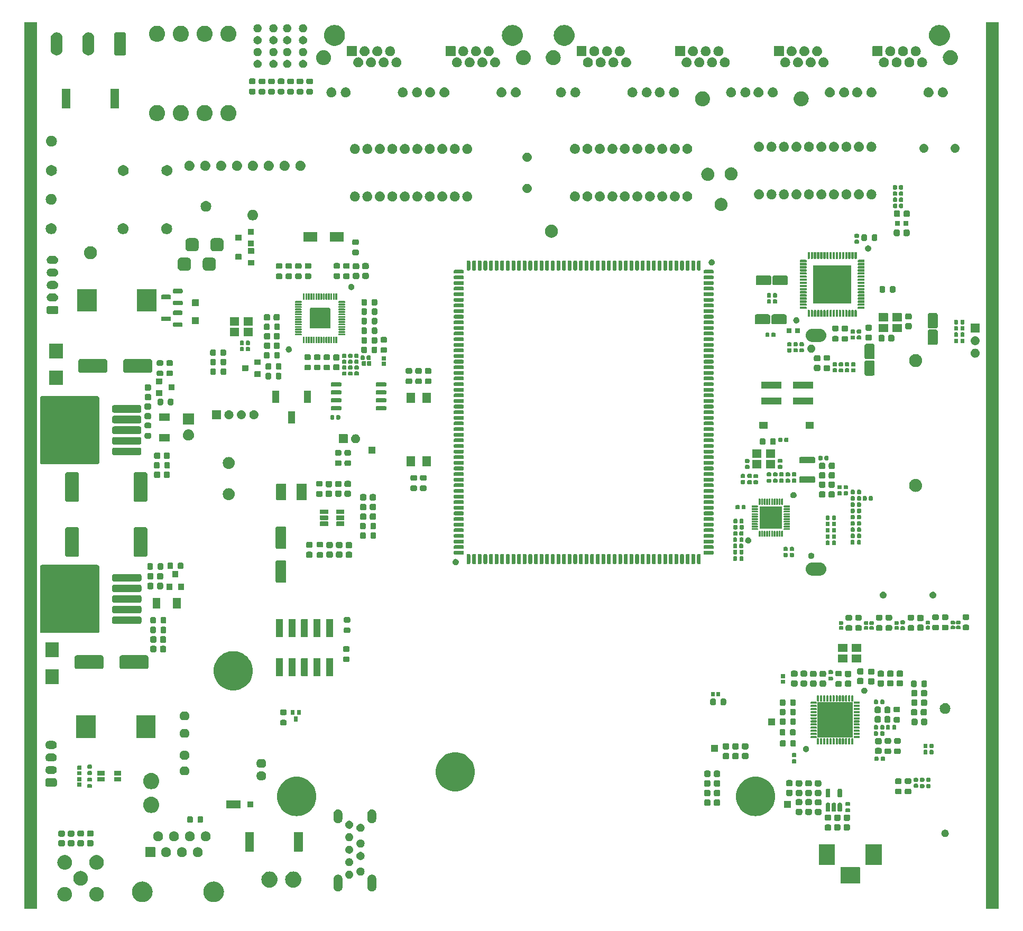
<source format=gts>
G04 #@! TF.GenerationSoftware,KiCad,Pcbnew,8.0.0-rc1*
G04 #@! TF.CreationDate,2024-11-18T12:36:54+03:00*
G04 #@! TF.ProjectId,Movita_3566_XV_Router_V3.2,4d6f7669-7461-45f3-9335-36365f58565f,REV1*
G04 #@! TF.SameCoordinates,Original*
G04 #@! TF.FileFunction,Soldermask,Top*
G04 #@! TF.FilePolarity,Negative*
%FSLAX46Y46*%
G04 Gerber Fmt 4.6, Leading zero omitted, Abs format (unit mm)*
G04 Created by KiCad (PCBNEW 8.0.0-rc1) date 2024-11-18 12:36:54*
%MOMM*%
%LPD*%
G01*
G04 APERTURE LIST*
G04 APERTURE END LIST*
G36*
X49470913Y-25549086D02*
G01*
X49475000Y-25558951D01*
X49475000Y-167541048D01*
X49470913Y-167550913D01*
X49461049Y-167555000D01*
X47478951Y-167555000D01*
X47469086Y-167550913D01*
X47465000Y-167541050D01*
X47474999Y-25558949D01*
X47479086Y-25549085D01*
X47488950Y-25545000D01*
X49461049Y-25545000D01*
X49470913Y-25549086D01*
G37*
G36*
X203470908Y-25549081D02*
G01*
X203475000Y-25558820D01*
X203475000Y-167531048D01*
X203470888Y-167540974D01*
X203461132Y-167545044D01*
X201478975Y-167554955D01*
X201469091Y-167550918D01*
X201465000Y-167541179D01*
X201465000Y-25568951D01*
X201469111Y-25559025D01*
X201478867Y-25554955D01*
X203461024Y-25545044D01*
X203470908Y-25549081D01*
G37*
G36*
X66405251Y-163181242D02*
G01*
X66468372Y-163181242D01*
X66537350Y-163191638D01*
X66603273Y-163196827D01*
X66656406Y-163209583D01*
X66712349Y-163218015D01*
X66785447Y-163240563D01*
X66855187Y-163257306D01*
X66900284Y-163275985D01*
X66948132Y-163290745D01*
X67023248Y-163326919D01*
X67094538Y-163356448D01*
X67131131Y-163378872D01*
X67170437Y-163397801D01*
X67245200Y-163448774D01*
X67315433Y-163491813D01*
X67343557Y-163515833D01*
X67374302Y-163536795D01*
X67446089Y-163603404D01*
X67512433Y-163660067D01*
X67532579Y-163683655D01*
X67555176Y-163704622D01*
X67621241Y-163787465D01*
X67680687Y-163857067D01*
X67693760Y-163878401D01*
X67709017Y-163897532D01*
X67766550Y-163997183D01*
X67816052Y-164077962D01*
X67823323Y-164095516D01*
X67832385Y-164111212D01*
X67878615Y-164229004D01*
X67915194Y-164317313D01*
X67918217Y-164329908D01*
X67922529Y-164340893D01*
X67954815Y-164482350D01*
X67975673Y-164569227D01*
X67976214Y-164576101D01*
X67977435Y-164581451D01*
X67993346Y-164793788D01*
X67996000Y-164827500D01*
X67993346Y-164861214D01*
X67977435Y-165073548D01*
X67976214Y-165078896D01*
X67975673Y-165085773D01*
X67954811Y-165172668D01*
X67922529Y-165314106D01*
X67918218Y-165325088D01*
X67915194Y-165337687D01*
X67878608Y-165426013D01*
X67832385Y-165543787D01*
X67823324Y-165559479D01*
X67816052Y-165577038D01*
X67766540Y-165657833D01*
X67709017Y-165757467D01*
X67693763Y-165776594D01*
X67680687Y-165797933D01*
X67621229Y-165867548D01*
X67555176Y-165950377D01*
X67532583Y-165971339D01*
X67512433Y-165994933D01*
X67446076Y-166051607D01*
X67374302Y-166118204D01*
X67343563Y-166139161D01*
X67315433Y-166163187D01*
X67245186Y-166206234D01*
X67170437Y-166257198D01*
X67131138Y-166276122D01*
X67094538Y-166298552D01*
X67023233Y-166328087D01*
X66948132Y-166364254D01*
X66900293Y-166379010D01*
X66855187Y-166397694D01*
X66785432Y-166414440D01*
X66712349Y-166436984D01*
X66656414Y-166445414D01*
X66603273Y-166458173D01*
X66537346Y-166463361D01*
X66468372Y-166473758D01*
X66405251Y-166473758D01*
X66345000Y-166478500D01*
X66284749Y-166473758D01*
X66221628Y-166473758D01*
X66152652Y-166463361D01*
X66086727Y-166458173D01*
X66033586Y-166445415D01*
X65977650Y-166436984D01*
X65904562Y-166414439D01*
X65834813Y-166397694D01*
X65789709Y-166379011D01*
X65741867Y-166364254D01*
X65666761Y-166328085D01*
X65595462Y-166298552D01*
X65558861Y-166276123D01*
X65519563Y-166257198D01*
X65444810Y-166206232D01*
X65374567Y-166163187D01*
X65346440Y-166139164D01*
X65315697Y-166118204D01*
X65243911Y-166051596D01*
X65177567Y-165994933D01*
X65157420Y-165971344D01*
X65134823Y-165950377D01*
X65068755Y-165867530D01*
X65009313Y-165797933D01*
X64996240Y-165776599D01*
X64980982Y-165757467D01*
X64923442Y-165657804D01*
X64873948Y-165577038D01*
X64866677Y-165559485D01*
X64857614Y-165543787D01*
X64811372Y-165425967D01*
X64774806Y-165337687D01*
X64771782Y-165325095D01*
X64767470Y-165314106D01*
X64735168Y-165172583D01*
X64714327Y-165085773D01*
X64713786Y-165078903D01*
X64712564Y-165073548D01*
X64696632Y-164860948D01*
X64694000Y-164827500D01*
X64696632Y-164794053D01*
X64712564Y-164581451D01*
X64713786Y-164576095D01*
X64714327Y-164569227D01*
X64735163Y-164482435D01*
X64767470Y-164340893D01*
X64771783Y-164329902D01*
X64774806Y-164317313D01*
X64811365Y-164229050D01*
X64857614Y-164111212D01*
X64866679Y-164095510D01*
X64873948Y-164077962D01*
X64923432Y-163997211D01*
X64980982Y-163897532D01*
X64996242Y-163878395D01*
X65009313Y-163857067D01*
X65068743Y-163787483D01*
X65134823Y-163704622D01*
X65157424Y-163683650D01*
X65177567Y-163660067D01*
X65243897Y-163603415D01*
X65315697Y-163536795D01*
X65346446Y-163515830D01*
X65374567Y-163491813D01*
X65444795Y-163448776D01*
X65519563Y-163397801D01*
X65558869Y-163378872D01*
X65595462Y-163356448D01*
X65666746Y-163326921D01*
X65741867Y-163290745D01*
X65789718Y-163275984D01*
X65834813Y-163257306D01*
X65904547Y-163240564D01*
X65977650Y-163218015D01*
X66033594Y-163209582D01*
X66086727Y-163196827D01*
X66152648Y-163191638D01*
X66221628Y-163181242D01*
X66284749Y-163181242D01*
X66345000Y-163176500D01*
X66405251Y-163181242D01*
G37*
G36*
X77835251Y-163181242D02*
G01*
X77898372Y-163181242D01*
X77967350Y-163191638D01*
X78033273Y-163196827D01*
X78086406Y-163209583D01*
X78142349Y-163218015D01*
X78215447Y-163240563D01*
X78285187Y-163257306D01*
X78330284Y-163275985D01*
X78378132Y-163290745D01*
X78453248Y-163326919D01*
X78524538Y-163356448D01*
X78561131Y-163378872D01*
X78600437Y-163397801D01*
X78675200Y-163448774D01*
X78745433Y-163491813D01*
X78773557Y-163515833D01*
X78804302Y-163536795D01*
X78876089Y-163603404D01*
X78942433Y-163660067D01*
X78962579Y-163683655D01*
X78985176Y-163704622D01*
X79051241Y-163787465D01*
X79110687Y-163857067D01*
X79123760Y-163878401D01*
X79139017Y-163897532D01*
X79196550Y-163997183D01*
X79246052Y-164077962D01*
X79253323Y-164095516D01*
X79262385Y-164111212D01*
X79308615Y-164229004D01*
X79345194Y-164317313D01*
X79348217Y-164329908D01*
X79352529Y-164340893D01*
X79384815Y-164482350D01*
X79405673Y-164569227D01*
X79406214Y-164576101D01*
X79407435Y-164581451D01*
X79423346Y-164793788D01*
X79426000Y-164827500D01*
X79423346Y-164861214D01*
X79407435Y-165073548D01*
X79406214Y-165078896D01*
X79405673Y-165085773D01*
X79384811Y-165172668D01*
X79352529Y-165314106D01*
X79348218Y-165325088D01*
X79345194Y-165337687D01*
X79308608Y-165426013D01*
X79262385Y-165543787D01*
X79253324Y-165559479D01*
X79246052Y-165577038D01*
X79196540Y-165657833D01*
X79139017Y-165757467D01*
X79123763Y-165776594D01*
X79110687Y-165797933D01*
X79051229Y-165867548D01*
X78985176Y-165950377D01*
X78962583Y-165971339D01*
X78942433Y-165994933D01*
X78876076Y-166051607D01*
X78804302Y-166118204D01*
X78773563Y-166139161D01*
X78745433Y-166163187D01*
X78675186Y-166206234D01*
X78600437Y-166257198D01*
X78561138Y-166276122D01*
X78524538Y-166298552D01*
X78453233Y-166328087D01*
X78378132Y-166364254D01*
X78330293Y-166379010D01*
X78285187Y-166397694D01*
X78215432Y-166414440D01*
X78142349Y-166436984D01*
X78086414Y-166445414D01*
X78033273Y-166458173D01*
X77967346Y-166463361D01*
X77898372Y-166473758D01*
X77835251Y-166473758D01*
X77775000Y-166478500D01*
X77714749Y-166473758D01*
X77651628Y-166473758D01*
X77582652Y-166463361D01*
X77516727Y-166458173D01*
X77463586Y-166445415D01*
X77407650Y-166436984D01*
X77334562Y-166414439D01*
X77264813Y-166397694D01*
X77219709Y-166379011D01*
X77171867Y-166364254D01*
X77096761Y-166328085D01*
X77025462Y-166298552D01*
X76988861Y-166276123D01*
X76949563Y-166257198D01*
X76874810Y-166206232D01*
X76804567Y-166163187D01*
X76776440Y-166139164D01*
X76745697Y-166118204D01*
X76673911Y-166051596D01*
X76607567Y-165994933D01*
X76587420Y-165971344D01*
X76564823Y-165950377D01*
X76498755Y-165867530D01*
X76439313Y-165797933D01*
X76426240Y-165776599D01*
X76410982Y-165757467D01*
X76353442Y-165657804D01*
X76303948Y-165577038D01*
X76296677Y-165559485D01*
X76287614Y-165543787D01*
X76241372Y-165425967D01*
X76204806Y-165337687D01*
X76201782Y-165325095D01*
X76197470Y-165314106D01*
X76165168Y-165172583D01*
X76144327Y-165085773D01*
X76143786Y-165078903D01*
X76142564Y-165073548D01*
X76126632Y-164860948D01*
X76124000Y-164827500D01*
X76126632Y-164794053D01*
X76142564Y-164581451D01*
X76143786Y-164576095D01*
X76144327Y-164569227D01*
X76165163Y-164482435D01*
X76197470Y-164340893D01*
X76201783Y-164329902D01*
X76204806Y-164317313D01*
X76241365Y-164229050D01*
X76287614Y-164111212D01*
X76296679Y-164095510D01*
X76303948Y-164077962D01*
X76353432Y-163997211D01*
X76410982Y-163897532D01*
X76426242Y-163878395D01*
X76439313Y-163857067D01*
X76498743Y-163787483D01*
X76564823Y-163704622D01*
X76587424Y-163683650D01*
X76607567Y-163660067D01*
X76673897Y-163603415D01*
X76745697Y-163536795D01*
X76776446Y-163515830D01*
X76804567Y-163491813D01*
X76874795Y-163448776D01*
X76949563Y-163397801D01*
X76988869Y-163378872D01*
X77025462Y-163356448D01*
X77096746Y-163326921D01*
X77171867Y-163290745D01*
X77219718Y-163275984D01*
X77264813Y-163257306D01*
X77334547Y-163240564D01*
X77407650Y-163218015D01*
X77463594Y-163209582D01*
X77516727Y-163196827D01*
X77582648Y-163191638D01*
X77651628Y-163181242D01*
X77714749Y-163181242D01*
X77775000Y-163176500D01*
X77835251Y-163181242D01*
G37*
G36*
X53975380Y-164039017D02*
G01*
X54028508Y-164039017D01*
X54075247Y-164047754D01*
X54124180Y-164052035D01*
X54184240Y-164068128D01*
X54241828Y-164078893D01*
X54280885Y-164094024D01*
X54322158Y-164105083D01*
X54384640Y-164134219D01*
X54444188Y-164157288D01*
X54474924Y-164176319D01*
X54507915Y-164191703D01*
X54570148Y-164235279D01*
X54628698Y-164271532D01*
X54651141Y-164291991D01*
X54675807Y-164309263D01*
X54734808Y-164368264D01*
X54789074Y-164417734D01*
X54803866Y-164437322D01*
X54820736Y-164454192D01*
X54873358Y-164529344D01*
X54919855Y-164590916D01*
X54928185Y-164607645D01*
X54938296Y-164622085D01*
X54981354Y-164714422D01*
X55016587Y-164785180D01*
X55020089Y-164797491D01*
X55024916Y-164807841D01*
X55055330Y-164921348D01*
X55075976Y-164993911D01*
X55076611Y-165000772D01*
X55077964Y-165005819D01*
X55092904Y-165176598D01*
X55096000Y-165210000D01*
X55092904Y-165243404D01*
X55077964Y-165414180D01*
X55076611Y-165419225D01*
X55075976Y-165426089D01*
X55055325Y-165498667D01*
X55024916Y-165612158D01*
X55020090Y-165622506D01*
X55016587Y-165634820D01*
X54981350Y-165705584D01*
X54938296Y-165797915D01*
X54928185Y-165812354D01*
X54919855Y-165829084D01*
X54873353Y-165890662D01*
X54820736Y-165965807D01*
X54803869Y-165982673D01*
X54789074Y-166002266D01*
X54734796Y-166051746D01*
X54675807Y-166110736D01*
X54651146Y-166128003D01*
X54628698Y-166148468D01*
X54570135Y-166184728D01*
X54507915Y-166228296D01*
X54474930Y-166243676D01*
X54444188Y-166262712D01*
X54384627Y-166285785D01*
X54322158Y-166314916D01*
X54280894Y-166325972D01*
X54241828Y-166341107D01*
X54184228Y-166351874D01*
X54124180Y-166367964D01*
X54075257Y-166372244D01*
X54028508Y-166380983D01*
X53975369Y-166380983D01*
X53920000Y-166385827D01*
X53864631Y-166380983D01*
X53811492Y-166380983D01*
X53764742Y-166372244D01*
X53715819Y-166367964D01*
X53655768Y-166351873D01*
X53598172Y-166341107D01*
X53559107Y-166325973D01*
X53517841Y-166314916D01*
X53455366Y-166285783D01*
X53395812Y-166262712D01*
X53365072Y-166243678D01*
X53332084Y-166228296D01*
X53269855Y-166184722D01*
X53211302Y-166148468D01*
X53188857Y-166128006D01*
X53164192Y-166110736D01*
X53105191Y-166051735D01*
X53050926Y-166002266D01*
X53036133Y-165982677D01*
X53019263Y-165965807D01*
X52966632Y-165890643D01*
X52920145Y-165829084D01*
X52911817Y-165812359D01*
X52901703Y-165797915D01*
X52858633Y-165705552D01*
X52823413Y-165634820D01*
X52819910Y-165622511D01*
X52815083Y-165612158D01*
X52784657Y-165498607D01*
X52764024Y-165426089D01*
X52763388Y-165419231D01*
X52762035Y-165414180D01*
X52747077Y-165243211D01*
X52744000Y-165210000D01*
X52747077Y-165176791D01*
X52762035Y-165005819D01*
X52763388Y-165000766D01*
X52764024Y-164993911D01*
X52784652Y-164921408D01*
X52815083Y-164807841D01*
X52819911Y-164797486D01*
X52823413Y-164785180D01*
X52858630Y-164714454D01*
X52901703Y-164622085D01*
X52911817Y-164607640D01*
X52920145Y-164590916D01*
X52966627Y-164529363D01*
X53019263Y-164454192D01*
X53036136Y-164437318D01*
X53050926Y-164417734D01*
X53105180Y-164368274D01*
X53164192Y-164309263D01*
X53188861Y-164291989D01*
X53211302Y-164271532D01*
X53269848Y-164235281D01*
X53332085Y-164191703D01*
X53365076Y-164176318D01*
X53395812Y-164157288D01*
X53455355Y-164134220D01*
X53517841Y-164105083D01*
X53559116Y-164094023D01*
X53598172Y-164078893D01*
X53655756Y-164068128D01*
X53715819Y-164052035D01*
X53764752Y-164047753D01*
X53811492Y-164039017D01*
X53864620Y-164039017D01*
X53920000Y-164034172D01*
X53975380Y-164039017D01*
G37*
G36*
X59075380Y-164039017D02*
G01*
X59128508Y-164039017D01*
X59175247Y-164047754D01*
X59224180Y-164052035D01*
X59284240Y-164068128D01*
X59341828Y-164078893D01*
X59380885Y-164094024D01*
X59422158Y-164105083D01*
X59484640Y-164134219D01*
X59544188Y-164157288D01*
X59574924Y-164176319D01*
X59607915Y-164191703D01*
X59670148Y-164235279D01*
X59728698Y-164271532D01*
X59751141Y-164291991D01*
X59775807Y-164309263D01*
X59834808Y-164368264D01*
X59889074Y-164417734D01*
X59903866Y-164437322D01*
X59920736Y-164454192D01*
X59973358Y-164529344D01*
X60019855Y-164590916D01*
X60028185Y-164607645D01*
X60038296Y-164622085D01*
X60081354Y-164714422D01*
X60116587Y-164785180D01*
X60120089Y-164797491D01*
X60124916Y-164807841D01*
X60155330Y-164921348D01*
X60175976Y-164993911D01*
X60176611Y-165000772D01*
X60177964Y-165005819D01*
X60192904Y-165176598D01*
X60196000Y-165210000D01*
X60192904Y-165243404D01*
X60177964Y-165414180D01*
X60176611Y-165419225D01*
X60175976Y-165426089D01*
X60155325Y-165498667D01*
X60124916Y-165612158D01*
X60120090Y-165622506D01*
X60116587Y-165634820D01*
X60081350Y-165705584D01*
X60038296Y-165797915D01*
X60028185Y-165812354D01*
X60019855Y-165829084D01*
X59973353Y-165890662D01*
X59920736Y-165965807D01*
X59903869Y-165982673D01*
X59889074Y-166002266D01*
X59834796Y-166051746D01*
X59775807Y-166110736D01*
X59751146Y-166128003D01*
X59728698Y-166148468D01*
X59670135Y-166184728D01*
X59607915Y-166228296D01*
X59574930Y-166243676D01*
X59544188Y-166262712D01*
X59484627Y-166285785D01*
X59422158Y-166314916D01*
X59380894Y-166325972D01*
X59341828Y-166341107D01*
X59284228Y-166351874D01*
X59224180Y-166367964D01*
X59175257Y-166372244D01*
X59128508Y-166380983D01*
X59075369Y-166380983D01*
X59020000Y-166385827D01*
X58964631Y-166380983D01*
X58911492Y-166380983D01*
X58864742Y-166372244D01*
X58815819Y-166367964D01*
X58755768Y-166351873D01*
X58698172Y-166341107D01*
X58659107Y-166325973D01*
X58617841Y-166314916D01*
X58555366Y-166285783D01*
X58495812Y-166262712D01*
X58465072Y-166243678D01*
X58432084Y-166228296D01*
X58369855Y-166184722D01*
X58311302Y-166148468D01*
X58288857Y-166128006D01*
X58264192Y-166110736D01*
X58205191Y-166051735D01*
X58150926Y-166002266D01*
X58136133Y-165982677D01*
X58119263Y-165965807D01*
X58066632Y-165890643D01*
X58020145Y-165829084D01*
X58011817Y-165812359D01*
X58001703Y-165797915D01*
X57958633Y-165705552D01*
X57923413Y-165634820D01*
X57919910Y-165622511D01*
X57915083Y-165612158D01*
X57884657Y-165498607D01*
X57864024Y-165426089D01*
X57863388Y-165419231D01*
X57862035Y-165414180D01*
X57847077Y-165243211D01*
X57844000Y-165210000D01*
X57847077Y-165176791D01*
X57862035Y-165005819D01*
X57863388Y-165000766D01*
X57864024Y-164993911D01*
X57884652Y-164921408D01*
X57915083Y-164807841D01*
X57919911Y-164797486D01*
X57923413Y-164785180D01*
X57958630Y-164714454D01*
X58001703Y-164622085D01*
X58011817Y-164607640D01*
X58020145Y-164590916D01*
X58066627Y-164529363D01*
X58119263Y-164454192D01*
X58136136Y-164437318D01*
X58150926Y-164417734D01*
X58205180Y-164368274D01*
X58264192Y-164309263D01*
X58288861Y-164291989D01*
X58311302Y-164271532D01*
X58369848Y-164235281D01*
X58432085Y-164191703D01*
X58465076Y-164176318D01*
X58495812Y-164157288D01*
X58555355Y-164134220D01*
X58617841Y-164105083D01*
X58659116Y-164094023D01*
X58698172Y-164078893D01*
X58755756Y-164068128D01*
X58815819Y-164052035D01*
X58864752Y-164047753D01*
X58911492Y-164039017D01*
X58964620Y-164039017D01*
X59020000Y-164034172D01*
X59075380Y-164039017D01*
G37*
G36*
X97893490Y-162109185D02*
G01*
X98020449Y-162161773D01*
X98134710Y-162238120D01*
X98231880Y-162335290D01*
X98308227Y-162449551D01*
X98360815Y-162576510D01*
X98387624Y-162711290D01*
X98391000Y-164080000D01*
X98387624Y-164148710D01*
X98360815Y-164283490D01*
X98308227Y-164410449D01*
X98231880Y-164524710D01*
X98134710Y-164621880D01*
X98020449Y-164698227D01*
X97893490Y-164750815D01*
X97758710Y-164777624D01*
X97621290Y-164777624D01*
X97486510Y-164750815D01*
X97359551Y-164698227D01*
X97245290Y-164621880D01*
X97148120Y-164524710D01*
X97071773Y-164410449D01*
X97019185Y-164283490D01*
X96992376Y-164148710D01*
X96989000Y-162780000D01*
X96992376Y-162711290D01*
X97019185Y-162576510D01*
X97071773Y-162449551D01*
X97148120Y-162335290D01*
X97245290Y-162238120D01*
X97359551Y-162161773D01*
X97486510Y-162109185D01*
X97621290Y-162082376D01*
X97758710Y-162082376D01*
X97893490Y-162109185D01*
G37*
G36*
X103313490Y-162109185D02*
G01*
X103440449Y-162161773D01*
X103554710Y-162238120D01*
X103651880Y-162335290D01*
X103728227Y-162449551D01*
X103780815Y-162576510D01*
X103807624Y-162711290D01*
X103811000Y-164080000D01*
X103807624Y-164148710D01*
X103780815Y-164283490D01*
X103728227Y-164410449D01*
X103651880Y-164524710D01*
X103554710Y-164621880D01*
X103440449Y-164698227D01*
X103313490Y-164750815D01*
X103178710Y-164777624D01*
X103041290Y-164777624D01*
X102906510Y-164750815D01*
X102779551Y-164698227D01*
X102665290Y-164621880D01*
X102568120Y-164524710D01*
X102491773Y-164410449D01*
X102439185Y-164283490D01*
X102412376Y-164148710D01*
X102409000Y-162780000D01*
X102412376Y-162711290D01*
X102439185Y-162576510D01*
X102491773Y-162449551D01*
X102568120Y-162335290D01*
X102665290Y-162238120D01*
X102779551Y-162161773D01*
X102906510Y-162109185D01*
X103041290Y-162082376D01*
X103178710Y-162082376D01*
X103313490Y-162109185D01*
G37*
G36*
X86945916Y-161588765D02*
G01*
X87164968Y-161647460D01*
X87370500Y-161743301D01*
X87556267Y-161873376D01*
X87716624Y-162033733D01*
X87846699Y-162219500D01*
X87942540Y-162425032D01*
X88001235Y-162644084D01*
X88021000Y-162870000D01*
X88001235Y-163095916D01*
X87942540Y-163314968D01*
X87846699Y-163520500D01*
X87716624Y-163706267D01*
X87556267Y-163866624D01*
X87370500Y-163996699D01*
X87164968Y-164092540D01*
X86945916Y-164151235D01*
X86720000Y-164171000D01*
X86494084Y-164151235D01*
X86275032Y-164092540D01*
X86069500Y-163996699D01*
X85883733Y-163866624D01*
X85723376Y-163706267D01*
X85593301Y-163520500D01*
X85497460Y-163314968D01*
X85438765Y-163095916D01*
X85419000Y-162870000D01*
X85438765Y-162644084D01*
X85497460Y-162425032D01*
X85593301Y-162219500D01*
X85723376Y-162033733D01*
X85883733Y-161873376D01*
X86069500Y-161743301D01*
X86275032Y-161647460D01*
X86494084Y-161588765D01*
X86720000Y-161569000D01*
X86945916Y-161588765D01*
G37*
G36*
X90755916Y-161588765D02*
G01*
X90974968Y-161647460D01*
X91180500Y-161743301D01*
X91366267Y-161873376D01*
X91526624Y-162033733D01*
X91656699Y-162219500D01*
X91752540Y-162425032D01*
X91811235Y-162644084D01*
X91831000Y-162870000D01*
X91811235Y-163095916D01*
X91752540Y-163314968D01*
X91656699Y-163520500D01*
X91526624Y-163706267D01*
X91366267Y-163866624D01*
X91180500Y-163996699D01*
X90974968Y-164092540D01*
X90755916Y-164151235D01*
X90530000Y-164171000D01*
X90304084Y-164151235D01*
X90085032Y-164092540D01*
X89879500Y-163996699D01*
X89693733Y-163866624D01*
X89533376Y-163706267D01*
X89403301Y-163520500D01*
X89307460Y-163314968D01*
X89248765Y-163095916D01*
X89229000Y-162870000D01*
X89248765Y-162644084D01*
X89307460Y-162425032D01*
X89403301Y-162219500D01*
X89533376Y-162033733D01*
X89693733Y-161873376D01*
X89879500Y-161743301D01*
X90085032Y-161647460D01*
X90304084Y-161588765D01*
X90530000Y-161569000D01*
X90755916Y-161588765D01*
G37*
G36*
X56525380Y-161489017D02*
G01*
X56578508Y-161489017D01*
X56625247Y-161497754D01*
X56674180Y-161502035D01*
X56734240Y-161518128D01*
X56791828Y-161528893D01*
X56830885Y-161544024D01*
X56872158Y-161555083D01*
X56934640Y-161584219D01*
X56994188Y-161607288D01*
X57024924Y-161626319D01*
X57057915Y-161641703D01*
X57120148Y-161685279D01*
X57178698Y-161721532D01*
X57201141Y-161741991D01*
X57225807Y-161759263D01*
X57284808Y-161818264D01*
X57339074Y-161867734D01*
X57353866Y-161887322D01*
X57370736Y-161904192D01*
X57423358Y-161979344D01*
X57469855Y-162040916D01*
X57478185Y-162057645D01*
X57488296Y-162072085D01*
X57531354Y-162164422D01*
X57566587Y-162235180D01*
X57570089Y-162247491D01*
X57574916Y-162257841D01*
X57605330Y-162371348D01*
X57625976Y-162443911D01*
X57626611Y-162450772D01*
X57627964Y-162455819D01*
X57642904Y-162626598D01*
X57646000Y-162660000D01*
X57642904Y-162693404D01*
X57627964Y-162864180D01*
X57626611Y-162869225D01*
X57625976Y-162876089D01*
X57605325Y-162948667D01*
X57574916Y-163062158D01*
X57570090Y-163072506D01*
X57566587Y-163084820D01*
X57531350Y-163155584D01*
X57488296Y-163247915D01*
X57478185Y-163262354D01*
X57469855Y-163279084D01*
X57423353Y-163340662D01*
X57370736Y-163415807D01*
X57353869Y-163432673D01*
X57339074Y-163452266D01*
X57284796Y-163501746D01*
X57225807Y-163560736D01*
X57201146Y-163578003D01*
X57178698Y-163598468D01*
X57120135Y-163634728D01*
X57057915Y-163678296D01*
X57024930Y-163693676D01*
X56994188Y-163712712D01*
X56934627Y-163735785D01*
X56872158Y-163764916D01*
X56830894Y-163775972D01*
X56791828Y-163791107D01*
X56734228Y-163801874D01*
X56674180Y-163817964D01*
X56625257Y-163822244D01*
X56578508Y-163830983D01*
X56525369Y-163830983D01*
X56470000Y-163835827D01*
X56414631Y-163830983D01*
X56361492Y-163830983D01*
X56314742Y-163822244D01*
X56265819Y-163817964D01*
X56205768Y-163801873D01*
X56148172Y-163791107D01*
X56109107Y-163775973D01*
X56067841Y-163764916D01*
X56005366Y-163735783D01*
X55945812Y-163712712D01*
X55915072Y-163693678D01*
X55882084Y-163678296D01*
X55819855Y-163634722D01*
X55761302Y-163598468D01*
X55738857Y-163578006D01*
X55714192Y-163560736D01*
X55655191Y-163501735D01*
X55600926Y-163452266D01*
X55586133Y-163432677D01*
X55569263Y-163415807D01*
X55516632Y-163340643D01*
X55470145Y-163279084D01*
X55461817Y-163262359D01*
X55451703Y-163247915D01*
X55408633Y-163155552D01*
X55373413Y-163084820D01*
X55369910Y-163072511D01*
X55365083Y-163062158D01*
X55334657Y-162948607D01*
X55314024Y-162876089D01*
X55313388Y-162869231D01*
X55312035Y-162864180D01*
X55297077Y-162693211D01*
X55294000Y-162660000D01*
X55297077Y-162626791D01*
X55312035Y-162455819D01*
X55313388Y-162450766D01*
X55314024Y-162443911D01*
X55334652Y-162371408D01*
X55365083Y-162257841D01*
X55369911Y-162247486D01*
X55373413Y-162235180D01*
X55408630Y-162164454D01*
X55451703Y-162072085D01*
X55461817Y-162057640D01*
X55470145Y-162040916D01*
X55516627Y-161979363D01*
X55569263Y-161904192D01*
X55586136Y-161887318D01*
X55600926Y-161867734D01*
X55655180Y-161818274D01*
X55714192Y-161759263D01*
X55738861Y-161741989D01*
X55761302Y-161721532D01*
X55819848Y-161685281D01*
X55882085Y-161641703D01*
X55915076Y-161626318D01*
X55945812Y-161607288D01*
X56005355Y-161584220D01*
X56067841Y-161555083D01*
X56109116Y-161544023D01*
X56148172Y-161528893D01*
X56205756Y-161518128D01*
X56265819Y-161502035D01*
X56314752Y-161497753D01*
X56361492Y-161489017D01*
X56414620Y-161489017D01*
X56470000Y-161484172D01*
X56525380Y-161489017D01*
G37*
G36*
X181259517Y-160892882D02*
G01*
X181276062Y-160903938D01*
X181287118Y-160920483D01*
X181291000Y-160940000D01*
X181291000Y-163440000D01*
X181287118Y-163459517D01*
X181276062Y-163476062D01*
X181259517Y-163487118D01*
X181240000Y-163491000D01*
X178240000Y-163491000D01*
X178220483Y-163487118D01*
X178203938Y-163476062D01*
X178192882Y-163459517D01*
X178189000Y-163440000D01*
X178189000Y-160940000D01*
X178192882Y-160920483D01*
X178203938Y-160903938D01*
X178220483Y-160892882D01*
X178240000Y-160889000D01*
X181240000Y-160889000D01*
X181259517Y-160892882D01*
G37*
G36*
X99730848Y-161471304D02*
G01*
X99869810Y-161544238D01*
X99987280Y-161648307D01*
X100076432Y-161777465D01*
X100132083Y-161924206D01*
X100151000Y-162080000D01*
X100132083Y-162235794D01*
X100076432Y-162382535D01*
X99987280Y-162511693D01*
X99869810Y-162615762D01*
X99730848Y-162688696D01*
X99578469Y-162726253D01*
X99421531Y-162726253D01*
X99269152Y-162688696D01*
X99130190Y-162615762D01*
X99012720Y-162511693D01*
X98923568Y-162382535D01*
X98867917Y-162235794D01*
X98849000Y-162080000D01*
X98867917Y-161924206D01*
X98923568Y-161777465D01*
X99012720Y-161648307D01*
X99130190Y-161544238D01*
X99269152Y-161471304D01*
X99421531Y-161433747D01*
X99578469Y-161433747D01*
X99730848Y-161471304D01*
G37*
G36*
X101530848Y-160971304D02*
G01*
X101669810Y-161044238D01*
X101787280Y-161148307D01*
X101876432Y-161277465D01*
X101932083Y-161424206D01*
X101951000Y-161580000D01*
X101932083Y-161735794D01*
X101876432Y-161882535D01*
X101787280Y-162011693D01*
X101669810Y-162115762D01*
X101530848Y-162188696D01*
X101378469Y-162226253D01*
X101221531Y-162226253D01*
X101069152Y-162188696D01*
X100930190Y-162115762D01*
X100812720Y-162011693D01*
X100723568Y-161882535D01*
X100667917Y-161735794D01*
X100649000Y-161580000D01*
X100667917Y-161424206D01*
X100723568Y-161277465D01*
X100812720Y-161148307D01*
X100930190Y-161044238D01*
X101069152Y-160971304D01*
X101221531Y-160933747D01*
X101378469Y-160933747D01*
X101530848Y-160971304D01*
G37*
G36*
X53975380Y-158939017D02*
G01*
X54028508Y-158939017D01*
X54075247Y-158947754D01*
X54124180Y-158952035D01*
X54184240Y-158968128D01*
X54241828Y-158978893D01*
X54280885Y-158994024D01*
X54322158Y-159005083D01*
X54384640Y-159034219D01*
X54444188Y-159057288D01*
X54474924Y-159076319D01*
X54507915Y-159091703D01*
X54570148Y-159135279D01*
X54628698Y-159171532D01*
X54651141Y-159191991D01*
X54675807Y-159209263D01*
X54734808Y-159268264D01*
X54789074Y-159317734D01*
X54803866Y-159337322D01*
X54820736Y-159354192D01*
X54873358Y-159429344D01*
X54919855Y-159490916D01*
X54928185Y-159507645D01*
X54938296Y-159522085D01*
X54981354Y-159614422D01*
X55016587Y-159685180D01*
X55020089Y-159697491D01*
X55024916Y-159707841D01*
X55055330Y-159821348D01*
X55075976Y-159893911D01*
X55076611Y-159900772D01*
X55077964Y-159905819D01*
X55092904Y-160076598D01*
X55096000Y-160110000D01*
X55092904Y-160143404D01*
X55077964Y-160314180D01*
X55076611Y-160319225D01*
X55075976Y-160326089D01*
X55055325Y-160398667D01*
X55024916Y-160512158D01*
X55020090Y-160522506D01*
X55016587Y-160534820D01*
X54981350Y-160605584D01*
X54938296Y-160697915D01*
X54928185Y-160712354D01*
X54919855Y-160729084D01*
X54873353Y-160790662D01*
X54820736Y-160865807D01*
X54803869Y-160882673D01*
X54789074Y-160902266D01*
X54734796Y-160951746D01*
X54675807Y-161010736D01*
X54651146Y-161028003D01*
X54628698Y-161048468D01*
X54570135Y-161084728D01*
X54507915Y-161128296D01*
X54474930Y-161143676D01*
X54444188Y-161162712D01*
X54384627Y-161185785D01*
X54322158Y-161214916D01*
X54280894Y-161225972D01*
X54241828Y-161241107D01*
X54184228Y-161251874D01*
X54124180Y-161267964D01*
X54075257Y-161272244D01*
X54028508Y-161280983D01*
X53975369Y-161280983D01*
X53920000Y-161285827D01*
X53864631Y-161280983D01*
X53811492Y-161280983D01*
X53764742Y-161272244D01*
X53715819Y-161267964D01*
X53655768Y-161251873D01*
X53598172Y-161241107D01*
X53559107Y-161225973D01*
X53517841Y-161214916D01*
X53455366Y-161185783D01*
X53395812Y-161162712D01*
X53365072Y-161143678D01*
X53332084Y-161128296D01*
X53269855Y-161084722D01*
X53211302Y-161048468D01*
X53188857Y-161028006D01*
X53164192Y-161010736D01*
X53105191Y-160951735D01*
X53050926Y-160902266D01*
X53036133Y-160882677D01*
X53019263Y-160865807D01*
X52966632Y-160790643D01*
X52920145Y-160729084D01*
X52911817Y-160712359D01*
X52901703Y-160697915D01*
X52858633Y-160605552D01*
X52823413Y-160534820D01*
X52819910Y-160522511D01*
X52815083Y-160512158D01*
X52784657Y-160398607D01*
X52764024Y-160326089D01*
X52763388Y-160319231D01*
X52762035Y-160314180D01*
X52747077Y-160143211D01*
X52744000Y-160110000D01*
X52747077Y-160076791D01*
X52762035Y-159905819D01*
X52763388Y-159900766D01*
X52764024Y-159893911D01*
X52784652Y-159821408D01*
X52815083Y-159707841D01*
X52819911Y-159697486D01*
X52823413Y-159685180D01*
X52858630Y-159614454D01*
X52901703Y-159522085D01*
X52911817Y-159507640D01*
X52920145Y-159490916D01*
X52966627Y-159429363D01*
X53019263Y-159354192D01*
X53036136Y-159337318D01*
X53050926Y-159317734D01*
X53105180Y-159268274D01*
X53164192Y-159209263D01*
X53188861Y-159191989D01*
X53211302Y-159171532D01*
X53269848Y-159135281D01*
X53332085Y-159091703D01*
X53365076Y-159076318D01*
X53395812Y-159057288D01*
X53455355Y-159034220D01*
X53517841Y-159005083D01*
X53559116Y-158994023D01*
X53598172Y-158978893D01*
X53655756Y-158968128D01*
X53715819Y-158952035D01*
X53764752Y-158947753D01*
X53811492Y-158939017D01*
X53864620Y-158939017D01*
X53920000Y-158934172D01*
X53975380Y-158939017D01*
G37*
G36*
X59075380Y-158939017D02*
G01*
X59128508Y-158939017D01*
X59175247Y-158947754D01*
X59224180Y-158952035D01*
X59284240Y-158968128D01*
X59341828Y-158978893D01*
X59380885Y-158994024D01*
X59422158Y-159005083D01*
X59484640Y-159034219D01*
X59544188Y-159057288D01*
X59574924Y-159076319D01*
X59607915Y-159091703D01*
X59670148Y-159135279D01*
X59728698Y-159171532D01*
X59751141Y-159191991D01*
X59775807Y-159209263D01*
X59834808Y-159268264D01*
X59889074Y-159317734D01*
X59903866Y-159337322D01*
X59920736Y-159354192D01*
X59973358Y-159429344D01*
X60019855Y-159490916D01*
X60028185Y-159507645D01*
X60038296Y-159522085D01*
X60081354Y-159614422D01*
X60116587Y-159685180D01*
X60120089Y-159697491D01*
X60124916Y-159707841D01*
X60155330Y-159821348D01*
X60175976Y-159893911D01*
X60176611Y-159900772D01*
X60177964Y-159905819D01*
X60192904Y-160076598D01*
X60196000Y-160110000D01*
X60192904Y-160143404D01*
X60177964Y-160314180D01*
X60176611Y-160319225D01*
X60175976Y-160326089D01*
X60155325Y-160398667D01*
X60124916Y-160512158D01*
X60120090Y-160522506D01*
X60116587Y-160534820D01*
X60081350Y-160605584D01*
X60038296Y-160697915D01*
X60028185Y-160712354D01*
X60019855Y-160729084D01*
X59973353Y-160790662D01*
X59920736Y-160865807D01*
X59903869Y-160882673D01*
X59889074Y-160902266D01*
X59834796Y-160951746D01*
X59775807Y-161010736D01*
X59751146Y-161028003D01*
X59728698Y-161048468D01*
X59670135Y-161084728D01*
X59607915Y-161128296D01*
X59574930Y-161143676D01*
X59544188Y-161162712D01*
X59484627Y-161185785D01*
X59422158Y-161214916D01*
X59380894Y-161225972D01*
X59341828Y-161241107D01*
X59284228Y-161251874D01*
X59224180Y-161267964D01*
X59175257Y-161272244D01*
X59128508Y-161280983D01*
X59075369Y-161280983D01*
X59020000Y-161285827D01*
X58964631Y-161280983D01*
X58911492Y-161280983D01*
X58864742Y-161272244D01*
X58815819Y-161267964D01*
X58755768Y-161251873D01*
X58698172Y-161241107D01*
X58659107Y-161225973D01*
X58617841Y-161214916D01*
X58555366Y-161185783D01*
X58495812Y-161162712D01*
X58465072Y-161143678D01*
X58432084Y-161128296D01*
X58369855Y-161084722D01*
X58311302Y-161048468D01*
X58288857Y-161028006D01*
X58264192Y-161010736D01*
X58205191Y-160951735D01*
X58150926Y-160902266D01*
X58136133Y-160882677D01*
X58119263Y-160865807D01*
X58066632Y-160790643D01*
X58020145Y-160729084D01*
X58011817Y-160712359D01*
X58001703Y-160697915D01*
X57958633Y-160605552D01*
X57923413Y-160534820D01*
X57919910Y-160522511D01*
X57915083Y-160512158D01*
X57884657Y-160398607D01*
X57864024Y-160326089D01*
X57863388Y-160319231D01*
X57862035Y-160314180D01*
X57847077Y-160143211D01*
X57844000Y-160110000D01*
X57847077Y-160076791D01*
X57862035Y-159905819D01*
X57863388Y-159900766D01*
X57864024Y-159893911D01*
X57884652Y-159821408D01*
X57915083Y-159707841D01*
X57919911Y-159697486D01*
X57923413Y-159685180D01*
X57958630Y-159614454D01*
X58001703Y-159522085D01*
X58011817Y-159507640D01*
X58020145Y-159490916D01*
X58066627Y-159429363D01*
X58119263Y-159354192D01*
X58136136Y-159337318D01*
X58150926Y-159317734D01*
X58205180Y-159268274D01*
X58264192Y-159209263D01*
X58288861Y-159191989D01*
X58311302Y-159171532D01*
X58369848Y-159135281D01*
X58432085Y-159091703D01*
X58465076Y-159076318D01*
X58495812Y-159057288D01*
X58555355Y-159034220D01*
X58617841Y-159005083D01*
X58659116Y-158994023D01*
X58698172Y-158978893D01*
X58755756Y-158968128D01*
X58815819Y-158952035D01*
X58864752Y-158947753D01*
X58911492Y-158939017D01*
X58964620Y-158939017D01*
X59020000Y-158934172D01*
X59075380Y-158939017D01*
G37*
G36*
X99730848Y-159471304D02*
G01*
X99869810Y-159544238D01*
X99987280Y-159648307D01*
X100076432Y-159777465D01*
X100132083Y-159924206D01*
X100151000Y-160080000D01*
X100132083Y-160235794D01*
X100076432Y-160382535D01*
X99987280Y-160511693D01*
X99869810Y-160615762D01*
X99730848Y-160688696D01*
X99578469Y-160726253D01*
X99421531Y-160726253D01*
X99269152Y-160688696D01*
X99130190Y-160615762D01*
X99012720Y-160511693D01*
X98923568Y-160382535D01*
X98867917Y-160235794D01*
X98849000Y-160080000D01*
X98867917Y-159924206D01*
X98923568Y-159777465D01*
X99012720Y-159648307D01*
X99130190Y-159544238D01*
X99269152Y-159471304D01*
X99421531Y-159433747D01*
X99578469Y-159433747D01*
X99730848Y-159471304D01*
G37*
G36*
X177259517Y-157242882D02*
G01*
X177276062Y-157253938D01*
X177287118Y-157270483D01*
X177291000Y-157290000D01*
X177291000Y-160490000D01*
X177287118Y-160509517D01*
X177276062Y-160526062D01*
X177259517Y-160537118D01*
X177240000Y-160541000D01*
X174740000Y-160541000D01*
X174720483Y-160537118D01*
X174703938Y-160526062D01*
X174692882Y-160509517D01*
X174689000Y-160490000D01*
X174689000Y-157290000D01*
X174692882Y-157270483D01*
X174703938Y-157253938D01*
X174720483Y-157242882D01*
X174740000Y-157239000D01*
X177240000Y-157239000D01*
X177259517Y-157242882D01*
G37*
G36*
X184759517Y-157242882D02*
G01*
X184776062Y-157253938D01*
X184787118Y-157270483D01*
X184791000Y-157290000D01*
X184791000Y-160490000D01*
X184787118Y-160509517D01*
X184776062Y-160526062D01*
X184759517Y-160537118D01*
X184740000Y-160541000D01*
X182240000Y-160541000D01*
X182220483Y-160537118D01*
X182203938Y-160526062D01*
X182192882Y-160509517D01*
X182189000Y-160490000D01*
X182189000Y-157290000D01*
X182192882Y-157270483D01*
X182203938Y-157253938D01*
X182220483Y-157242882D01*
X182240000Y-157239000D01*
X184740000Y-157239000D01*
X184759517Y-157242882D01*
G37*
G36*
X101530848Y-158471304D02*
G01*
X101669810Y-158544238D01*
X101787280Y-158648307D01*
X101876432Y-158777465D01*
X101932083Y-158924206D01*
X101951000Y-159080000D01*
X101932083Y-159235794D01*
X101876432Y-159382535D01*
X101787280Y-159511693D01*
X101669810Y-159615762D01*
X101530848Y-159688696D01*
X101378469Y-159726253D01*
X101221531Y-159726253D01*
X101069152Y-159688696D01*
X100930190Y-159615762D01*
X100812720Y-159511693D01*
X100723568Y-159382535D01*
X100667917Y-159235794D01*
X100649000Y-159080000D01*
X100667917Y-158924206D01*
X100723568Y-158777465D01*
X100812720Y-158648307D01*
X100930190Y-158544238D01*
X101069152Y-158471304D01*
X101221531Y-158433747D01*
X101378469Y-158433747D01*
X101530848Y-158471304D01*
G37*
G36*
X68384517Y-157680382D02*
G01*
X68401062Y-157691438D01*
X68412118Y-157707983D01*
X68416000Y-157727500D01*
X68416000Y-159227500D01*
X68412118Y-159247017D01*
X68401062Y-159263562D01*
X68384517Y-159274618D01*
X68365000Y-159278500D01*
X66865000Y-159278500D01*
X66845483Y-159274618D01*
X66828938Y-159263562D01*
X66817882Y-159247017D01*
X66814000Y-159227500D01*
X66814000Y-157727500D01*
X66817882Y-157707983D01*
X66828938Y-157691438D01*
X66845483Y-157680382D01*
X66865000Y-157676500D01*
X68365000Y-157676500D01*
X68384517Y-157680382D01*
G37*
G36*
X70196127Y-157681134D02*
G01*
X70238700Y-157681134D01*
X70286725Y-157691342D01*
X70333239Y-157696583D01*
X70367062Y-157708418D01*
X70402445Y-157715939D01*
X70453437Y-157738641D01*
X70502541Y-157755824D01*
X70528098Y-157771883D01*
X70555377Y-157784028D01*
X70606242Y-157820983D01*
X70654415Y-157851253D01*
X70671715Y-157868553D01*
X70690808Y-157882425D01*
X70738010Y-157934848D01*
X70781247Y-157978085D01*
X70791192Y-157993912D01*
X70802824Y-158006831D01*
X70842614Y-158075750D01*
X70876676Y-158129959D01*
X70880929Y-158142113D01*
X70886522Y-158151801D01*
X70915160Y-158239942D01*
X70935917Y-158299261D01*
X70936704Y-158306246D01*
X70938254Y-158311017D01*
X70952309Y-158444742D01*
X70956000Y-158477500D01*
X70952308Y-158510260D01*
X70938254Y-158643982D01*
X70936704Y-158648751D01*
X70935917Y-158655739D01*
X70915156Y-158715070D01*
X70886522Y-158803198D01*
X70880930Y-158812883D01*
X70876676Y-158825041D01*
X70842607Y-158879260D01*
X70802824Y-158948168D01*
X70791194Y-158961084D01*
X70781247Y-158976915D01*
X70738001Y-159020160D01*
X70690808Y-159072574D01*
X70671718Y-159086443D01*
X70654415Y-159103747D01*
X70606231Y-159134022D01*
X70555377Y-159170971D01*
X70528104Y-159183113D01*
X70502541Y-159199176D01*
X70453426Y-159216361D01*
X70402445Y-159239060D01*
X70367067Y-159246579D01*
X70333239Y-159258417D01*
X70286722Y-159263658D01*
X70238700Y-159273866D01*
X70196127Y-159273866D01*
X70155000Y-159278500D01*
X70113873Y-159273866D01*
X70071300Y-159273866D01*
X70023276Y-159263658D01*
X69976761Y-159258417D01*
X69942933Y-159246580D01*
X69907554Y-159239060D01*
X69856568Y-159216360D01*
X69807459Y-159199176D01*
X69781898Y-159183114D01*
X69754622Y-159170971D01*
X69703760Y-159134017D01*
X69655585Y-159103747D01*
X69638283Y-159086445D01*
X69619191Y-159072574D01*
X69571988Y-159020150D01*
X69528753Y-158976915D01*
X69518808Y-158961087D01*
X69507175Y-158948168D01*
X69467380Y-158879240D01*
X69433324Y-158825041D01*
X69429071Y-158812888D01*
X69423477Y-158803198D01*
X69394829Y-158715030D01*
X69374083Y-158655739D01*
X69373296Y-158648756D01*
X69371745Y-158643982D01*
X69357676Y-158510128D01*
X69354000Y-158477500D01*
X69357676Y-158444874D01*
X69371745Y-158311017D01*
X69373296Y-158306242D01*
X69374083Y-158299261D01*
X69394825Y-158239982D01*
X69423477Y-158151801D01*
X69429072Y-158142109D01*
X69433324Y-158129959D01*
X69467373Y-158075770D01*
X69507175Y-158006831D01*
X69518810Y-157993908D01*
X69528753Y-157978085D01*
X69571979Y-157934858D01*
X69619191Y-157882425D01*
X69638287Y-157868550D01*
X69655585Y-157851253D01*
X69703755Y-157820985D01*
X69754623Y-157784028D01*
X69781901Y-157771882D01*
X69807459Y-157755824D01*
X69856559Y-157738642D01*
X69907554Y-157715939D01*
X69942939Y-157708417D01*
X69976761Y-157696583D01*
X70023273Y-157691342D01*
X70071300Y-157681134D01*
X70113873Y-157681134D01*
X70155000Y-157676500D01*
X70196127Y-157681134D01*
G37*
G36*
X72736127Y-157681134D02*
G01*
X72778700Y-157681134D01*
X72826725Y-157691342D01*
X72873239Y-157696583D01*
X72907062Y-157708418D01*
X72942445Y-157715939D01*
X72993437Y-157738641D01*
X73042541Y-157755824D01*
X73068098Y-157771883D01*
X73095377Y-157784028D01*
X73146242Y-157820983D01*
X73194415Y-157851253D01*
X73211715Y-157868553D01*
X73230808Y-157882425D01*
X73278010Y-157934848D01*
X73321247Y-157978085D01*
X73331192Y-157993912D01*
X73342824Y-158006831D01*
X73382614Y-158075750D01*
X73416676Y-158129959D01*
X73420929Y-158142113D01*
X73426522Y-158151801D01*
X73455160Y-158239942D01*
X73475917Y-158299261D01*
X73476704Y-158306246D01*
X73478254Y-158311017D01*
X73492309Y-158444742D01*
X73496000Y-158477500D01*
X73492308Y-158510260D01*
X73478254Y-158643982D01*
X73476704Y-158648751D01*
X73475917Y-158655739D01*
X73455156Y-158715070D01*
X73426522Y-158803198D01*
X73420930Y-158812883D01*
X73416676Y-158825041D01*
X73382607Y-158879260D01*
X73342824Y-158948168D01*
X73331194Y-158961084D01*
X73321247Y-158976915D01*
X73278001Y-159020160D01*
X73230808Y-159072574D01*
X73211718Y-159086443D01*
X73194415Y-159103747D01*
X73146231Y-159134022D01*
X73095377Y-159170971D01*
X73068104Y-159183113D01*
X73042541Y-159199176D01*
X72993426Y-159216361D01*
X72942445Y-159239060D01*
X72907067Y-159246579D01*
X72873239Y-159258417D01*
X72826722Y-159263658D01*
X72778700Y-159273866D01*
X72736127Y-159273866D01*
X72695000Y-159278500D01*
X72653873Y-159273866D01*
X72611300Y-159273866D01*
X72563276Y-159263658D01*
X72516761Y-159258417D01*
X72482933Y-159246580D01*
X72447554Y-159239060D01*
X72396568Y-159216360D01*
X72347459Y-159199176D01*
X72321898Y-159183114D01*
X72294622Y-159170971D01*
X72243760Y-159134017D01*
X72195585Y-159103747D01*
X72178283Y-159086445D01*
X72159191Y-159072574D01*
X72111988Y-159020150D01*
X72068753Y-158976915D01*
X72058808Y-158961087D01*
X72047175Y-158948168D01*
X72007380Y-158879240D01*
X71973324Y-158825041D01*
X71969071Y-158812888D01*
X71963477Y-158803198D01*
X71934829Y-158715030D01*
X71914083Y-158655739D01*
X71913296Y-158648756D01*
X71911745Y-158643982D01*
X71897676Y-158510128D01*
X71894000Y-158477500D01*
X71897676Y-158444874D01*
X71911745Y-158311017D01*
X71913296Y-158306242D01*
X71914083Y-158299261D01*
X71934825Y-158239982D01*
X71963477Y-158151801D01*
X71969072Y-158142109D01*
X71973324Y-158129959D01*
X72007373Y-158075770D01*
X72047175Y-158006831D01*
X72058810Y-157993908D01*
X72068753Y-157978085D01*
X72111979Y-157934858D01*
X72159191Y-157882425D01*
X72178287Y-157868550D01*
X72195585Y-157851253D01*
X72243755Y-157820985D01*
X72294623Y-157784028D01*
X72321901Y-157771882D01*
X72347459Y-157755824D01*
X72396559Y-157738642D01*
X72447554Y-157715939D01*
X72482939Y-157708417D01*
X72516761Y-157696583D01*
X72563273Y-157691342D01*
X72611300Y-157681134D01*
X72653873Y-157681134D01*
X72695000Y-157676500D01*
X72736127Y-157681134D01*
G37*
G36*
X75276127Y-157681134D02*
G01*
X75318700Y-157681134D01*
X75366725Y-157691342D01*
X75413239Y-157696583D01*
X75447062Y-157708418D01*
X75482445Y-157715939D01*
X75533437Y-157738641D01*
X75582541Y-157755824D01*
X75608098Y-157771883D01*
X75635377Y-157784028D01*
X75686242Y-157820983D01*
X75734415Y-157851253D01*
X75751715Y-157868553D01*
X75770808Y-157882425D01*
X75818010Y-157934848D01*
X75861247Y-157978085D01*
X75871192Y-157993912D01*
X75882824Y-158006831D01*
X75922614Y-158075750D01*
X75956676Y-158129959D01*
X75960929Y-158142113D01*
X75966522Y-158151801D01*
X75995160Y-158239942D01*
X76015917Y-158299261D01*
X76016704Y-158306246D01*
X76018254Y-158311017D01*
X76032309Y-158444742D01*
X76036000Y-158477500D01*
X76032308Y-158510260D01*
X76018254Y-158643982D01*
X76016704Y-158648751D01*
X76015917Y-158655739D01*
X75995156Y-158715070D01*
X75966522Y-158803198D01*
X75960930Y-158812883D01*
X75956676Y-158825041D01*
X75922607Y-158879260D01*
X75882824Y-158948168D01*
X75871194Y-158961084D01*
X75861247Y-158976915D01*
X75818001Y-159020160D01*
X75770808Y-159072574D01*
X75751718Y-159086443D01*
X75734415Y-159103747D01*
X75686231Y-159134022D01*
X75635377Y-159170971D01*
X75608104Y-159183113D01*
X75582541Y-159199176D01*
X75533426Y-159216361D01*
X75482445Y-159239060D01*
X75447067Y-159246579D01*
X75413239Y-159258417D01*
X75366722Y-159263658D01*
X75318700Y-159273866D01*
X75276127Y-159273866D01*
X75235000Y-159278500D01*
X75193873Y-159273866D01*
X75151300Y-159273866D01*
X75103276Y-159263658D01*
X75056761Y-159258417D01*
X75022933Y-159246580D01*
X74987554Y-159239060D01*
X74936568Y-159216360D01*
X74887459Y-159199176D01*
X74861898Y-159183114D01*
X74834622Y-159170971D01*
X74783760Y-159134017D01*
X74735585Y-159103747D01*
X74718283Y-159086445D01*
X74699191Y-159072574D01*
X74651988Y-159020150D01*
X74608753Y-158976915D01*
X74598808Y-158961087D01*
X74587175Y-158948168D01*
X74547380Y-158879240D01*
X74513324Y-158825041D01*
X74509071Y-158812888D01*
X74503477Y-158803198D01*
X74474829Y-158715030D01*
X74454083Y-158655739D01*
X74453296Y-158648756D01*
X74451745Y-158643982D01*
X74437676Y-158510128D01*
X74434000Y-158477500D01*
X74437676Y-158444874D01*
X74451745Y-158311017D01*
X74453296Y-158306242D01*
X74454083Y-158299261D01*
X74474825Y-158239982D01*
X74503477Y-158151801D01*
X74509072Y-158142109D01*
X74513324Y-158129959D01*
X74547373Y-158075770D01*
X74587175Y-158006831D01*
X74598810Y-157993908D01*
X74608753Y-157978085D01*
X74651979Y-157934858D01*
X74699191Y-157882425D01*
X74718287Y-157868550D01*
X74735585Y-157851253D01*
X74783755Y-157820985D01*
X74834623Y-157784028D01*
X74861901Y-157771882D01*
X74887459Y-157755824D01*
X74936559Y-157738642D01*
X74987554Y-157715939D01*
X75022939Y-157708417D01*
X75056761Y-157696583D01*
X75103273Y-157691342D01*
X75151300Y-157681134D01*
X75193873Y-157681134D01*
X75235000Y-157676500D01*
X75276127Y-157681134D01*
G37*
G36*
X99730848Y-157471304D02*
G01*
X99869810Y-157544238D01*
X99987280Y-157648307D01*
X100076432Y-157777465D01*
X100132083Y-157924206D01*
X100151000Y-158080000D01*
X100132083Y-158235794D01*
X100076432Y-158382535D01*
X99987280Y-158511693D01*
X99869810Y-158615762D01*
X99730848Y-158688696D01*
X99578469Y-158726253D01*
X99421531Y-158726253D01*
X99269152Y-158688696D01*
X99130190Y-158615762D01*
X99012720Y-158511693D01*
X98923568Y-158382535D01*
X98867917Y-158235794D01*
X98849000Y-158080000D01*
X98867917Y-157924206D01*
X98923568Y-157777465D01*
X99012720Y-157648307D01*
X99130190Y-157544238D01*
X99269152Y-157471304D01*
X99421531Y-157433747D01*
X99578469Y-157433747D01*
X99730848Y-157471304D01*
G37*
G36*
X84209517Y-155272882D02*
G01*
X84226062Y-155283938D01*
X84237118Y-155300483D01*
X84241000Y-155320000D01*
X84241000Y-158320000D01*
X84237118Y-158339517D01*
X84226062Y-158356062D01*
X84209517Y-158367118D01*
X84190000Y-158371000D01*
X82890000Y-158371000D01*
X82870483Y-158367118D01*
X82853938Y-158356062D01*
X82842882Y-158339517D01*
X82839000Y-158320000D01*
X82839000Y-155320000D01*
X82842882Y-155300483D01*
X82853938Y-155283938D01*
X82870483Y-155272882D01*
X82890000Y-155269000D01*
X84190000Y-155269000D01*
X84209517Y-155272882D01*
G37*
G36*
X92009517Y-155272882D02*
G01*
X92026062Y-155283938D01*
X92037118Y-155300483D01*
X92041000Y-155320000D01*
X92041000Y-158320000D01*
X92037118Y-158339517D01*
X92026062Y-158356062D01*
X92009517Y-158367118D01*
X91990000Y-158371000D01*
X90690000Y-158371000D01*
X90670483Y-158367118D01*
X90653938Y-158356062D01*
X90642882Y-158339517D01*
X90639000Y-158320000D01*
X90639000Y-155320000D01*
X90642882Y-155300483D01*
X90653938Y-155283938D01*
X90670483Y-155272882D01*
X90690000Y-155269000D01*
X91990000Y-155269000D01*
X92009517Y-155272882D01*
G37*
G36*
X101530848Y-156471304D02*
G01*
X101669810Y-156544238D01*
X101787280Y-156648307D01*
X101876432Y-156777465D01*
X101932083Y-156924206D01*
X101951000Y-157080000D01*
X101932083Y-157235794D01*
X101876432Y-157382535D01*
X101787280Y-157511693D01*
X101669810Y-157615762D01*
X101530848Y-157688696D01*
X101378469Y-157726253D01*
X101221531Y-157726253D01*
X101069152Y-157688696D01*
X100930190Y-157615762D01*
X100812720Y-157511693D01*
X100723568Y-157382535D01*
X100667917Y-157235794D01*
X100649000Y-157080000D01*
X100667917Y-156924206D01*
X100723568Y-156777465D01*
X100812720Y-156648307D01*
X100930190Y-156544238D01*
X101069152Y-156471304D01*
X101221531Y-156433747D01*
X101378469Y-156433747D01*
X101530848Y-156471304D01*
G37*
G36*
X53675774Y-156547648D02*
G01*
X53740341Y-156556149D01*
X53756580Y-156563721D01*
X53775621Y-156567509D01*
X53800839Y-156584359D01*
X53827908Y-156596982D01*
X53844377Y-156613451D01*
X53865161Y-156627339D01*
X53879048Y-156648122D01*
X53895517Y-156664591D01*
X53908138Y-156691657D01*
X53924991Y-156716879D01*
X53928778Y-156735922D01*
X53936350Y-156752159D01*
X53944848Y-156816712D01*
X53946000Y-156822500D01*
X53946000Y-157272500D01*
X53944848Y-157278289D01*
X53936350Y-157342841D01*
X53928779Y-157359077D01*
X53924991Y-157378121D01*
X53908136Y-157403344D01*
X53895517Y-157430408D01*
X53879050Y-157446874D01*
X53865161Y-157467661D01*
X53844374Y-157481550D01*
X53827908Y-157498017D01*
X53800845Y-157510636D01*
X53775621Y-157527491D01*
X53756575Y-157531279D01*
X53740340Y-157538850D01*
X53675789Y-157547348D01*
X53670000Y-157548500D01*
X53170000Y-157548500D01*
X53164212Y-157547348D01*
X53099658Y-157538850D01*
X53083421Y-157531278D01*
X53064379Y-157527491D01*
X53039157Y-157510638D01*
X53012091Y-157498017D01*
X52995622Y-157481548D01*
X52974839Y-157467661D01*
X52960951Y-157446877D01*
X52944482Y-157430408D01*
X52931860Y-157403340D01*
X52915009Y-157378121D01*
X52911221Y-157359079D01*
X52903649Y-157342840D01*
X52895148Y-157278274D01*
X52894000Y-157272500D01*
X52894000Y-156822500D01*
X52895148Y-156816727D01*
X52903649Y-156752158D01*
X52911222Y-156735917D01*
X52915009Y-156716879D01*
X52931858Y-156691662D01*
X52944482Y-156664591D01*
X52960953Y-156648119D01*
X52974839Y-156627339D01*
X52995619Y-156613453D01*
X53012091Y-156596982D01*
X53039162Y-156584358D01*
X53064379Y-156567509D01*
X53083418Y-156563721D01*
X53099659Y-156556149D01*
X53164227Y-156547648D01*
X53170000Y-156546500D01*
X53670000Y-156546500D01*
X53675774Y-156547648D01*
G37*
G36*
X55205774Y-156547648D02*
G01*
X55270341Y-156556149D01*
X55286580Y-156563721D01*
X55305621Y-156567509D01*
X55330839Y-156584359D01*
X55357908Y-156596982D01*
X55374377Y-156613451D01*
X55395161Y-156627339D01*
X55409048Y-156648122D01*
X55425517Y-156664591D01*
X55438138Y-156691657D01*
X55454991Y-156716879D01*
X55458778Y-156735922D01*
X55466350Y-156752159D01*
X55474848Y-156816712D01*
X55476000Y-156822500D01*
X55476000Y-157272500D01*
X55474848Y-157278289D01*
X55466350Y-157342841D01*
X55458779Y-157359077D01*
X55454991Y-157378121D01*
X55438136Y-157403344D01*
X55425517Y-157430408D01*
X55409050Y-157446874D01*
X55395161Y-157467661D01*
X55374374Y-157481550D01*
X55357908Y-157498017D01*
X55330845Y-157510636D01*
X55305621Y-157527491D01*
X55286575Y-157531279D01*
X55270340Y-157538850D01*
X55205789Y-157547348D01*
X55200000Y-157548500D01*
X54700000Y-157548500D01*
X54694212Y-157547348D01*
X54629658Y-157538850D01*
X54613421Y-157531278D01*
X54594379Y-157527491D01*
X54569157Y-157510638D01*
X54542091Y-157498017D01*
X54525622Y-157481548D01*
X54504839Y-157467661D01*
X54490951Y-157446877D01*
X54474482Y-157430408D01*
X54461860Y-157403340D01*
X54445009Y-157378121D01*
X54441221Y-157359079D01*
X54433649Y-157342840D01*
X54425148Y-157278274D01*
X54424000Y-157272500D01*
X54424000Y-156822500D01*
X54425148Y-156816727D01*
X54433649Y-156752158D01*
X54441222Y-156735917D01*
X54445009Y-156716879D01*
X54461858Y-156691662D01*
X54474482Y-156664591D01*
X54490953Y-156648119D01*
X54504839Y-156627339D01*
X54525619Y-156613453D01*
X54542091Y-156596982D01*
X54569162Y-156584358D01*
X54594379Y-156567509D01*
X54613418Y-156563721D01*
X54629659Y-156556149D01*
X54694227Y-156547648D01*
X54700000Y-156546500D01*
X55200000Y-156546500D01*
X55205774Y-156547648D01*
G37*
G36*
X56742024Y-156562648D02*
G01*
X56804973Y-156570936D01*
X56820805Y-156578318D01*
X56839479Y-156582033D01*
X56864212Y-156598559D01*
X56890574Y-156610852D01*
X56906613Y-156626891D01*
X56926992Y-156640508D01*
X56940608Y-156660886D01*
X56956647Y-156676925D01*
X56968938Y-156703285D01*
X56985467Y-156728021D01*
X56989181Y-156746696D01*
X56996563Y-156762526D01*
X57004848Y-156825462D01*
X57006000Y-156831250D01*
X57006000Y-157268750D01*
X57004848Y-157274539D01*
X56996563Y-157337473D01*
X56989182Y-157353301D01*
X56985467Y-157371979D01*
X56968937Y-157396717D01*
X56956647Y-157423074D01*
X56940610Y-157439110D01*
X56926992Y-157459492D01*
X56906610Y-157473110D01*
X56890574Y-157489147D01*
X56864217Y-157501437D01*
X56839479Y-157517967D01*
X56820801Y-157521682D01*
X56804973Y-157529063D01*
X56742039Y-157537348D01*
X56736250Y-157538500D01*
X56223750Y-157538500D01*
X56217962Y-157537348D01*
X56155026Y-157529063D01*
X56139196Y-157521681D01*
X56120521Y-157517967D01*
X56095785Y-157501438D01*
X56069425Y-157489147D01*
X56053386Y-157473108D01*
X56033008Y-157459492D01*
X56019391Y-157439113D01*
X56003352Y-157423074D01*
X55991059Y-157396712D01*
X55974533Y-157371979D01*
X55970818Y-157353305D01*
X55963436Y-157337473D01*
X55955148Y-157274524D01*
X55954000Y-157268750D01*
X55954000Y-156831250D01*
X55955148Y-156825477D01*
X55963436Y-156762526D01*
X55970819Y-156746692D01*
X55974533Y-156728021D01*
X55991057Y-156703289D01*
X56003352Y-156676925D01*
X56019393Y-156660883D01*
X56033008Y-156640508D01*
X56053383Y-156626893D01*
X56069425Y-156610852D01*
X56095789Y-156598557D01*
X56120521Y-156582033D01*
X56139192Y-156578319D01*
X56155026Y-156570936D01*
X56217977Y-156562648D01*
X56223750Y-156561500D01*
X56736250Y-156561500D01*
X56742024Y-156562648D01*
G37*
G36*
X58275774Y-156537648D02*
G01*
X58340341Y-156546149D01*
X58356580Y-156553721D01*
X58375621Y-156557509D01*
X58400839Y-156574359D01*
X58427908Y-156586982D01*
X58444377Y-156603451D01*
X58465161Y-156617339D01*
X58479048Y-156638122D01*
X58495517Y-156654591D01*
X58508138Y-156681657D01*
X58524991Y-156706879D01*
X58528778Y-156725922D01*
X58536350Y-156742159D01*
X58544848Y-156806712D01*
X58546000Y-156812500D01*
X58546000Y-157262500D01*
X58544848Y-157268289D01*
X58536350Y-157332841D01*
X58528779Y-157349077D01*
X58524991Y-157368121D01*
X58508136Y-157393344D01*
X58495517Y-157420408D01*
X58479050Y-157436874D01*
X58465161Y-157457661D01*
X58444374Y-157471550D01*
X58427908Y-157488017D01*
X58400845Y-157500636D01*
X58375621Y-157517491D01*
X58356575Y-157521279D01*
X58340340Y-157528850D01*
X58275789Y-157537348D01*
X58270000Y-157538500D01*
X57770000Y-157538500D01*
X57764212Y-157537348D01*
X57699658Y-157528850D01*
X57683421Y-157521278D01*
X57664379Y-157517491D01*
X57639157Y-157500638D01*
X57612091Y-157488017D01*
X57595622Y-157471548D01*
X57574839Y-157457661D01*
X57560951Y-157436877D01*
X57544482Y-157420408D01*
X57531860Y-157393340D01*
X57515009Y-157368121D01*
X57511221Y-157349079D01*
X57503649Y-157332840D01*
X57495148Y-157268274D01*
X57494000Y-157262500D01*
X57494000Y-156812500D01*
X57495148Y-156806727D01*
X57503649Y-156742158D01*
X57511222Y-156725917D01*
X57515009Y-156706879D01*
X57531858Y-156681662D01*
X57544482Y-156654591D01*
X57560953Y-156638119D01*
X57574839Y-156617339D01*
X57595619Y-156603453D01*
X57612091Y-156586982D01*
X57639162Y-156574358D01*
X57664379Y-156557509D01*
X57683418Y-156553721D01*
X57699659Y-156546149D01*
X57764227Y-156537648D01*
X57770000Y-156536500D01*
X58270000Y-156536500D01*
X58275774Y-156537648D01*
G37*
G36*
X68926127Y-155141134D02*
G01*
X68968700Y-155141134D01*
X69016725Y-155151342D01*
X69063239Y-155156583D01*
X69097062Y-155168418D01*
X69132445Y-155175939D01*
X69183437Y-155198641D01*
X69232541Y-155215824D01*
X69258098Y-155231883D01*
X69285377Y-155244028D01*
X69336242Y-155280983D01*
X69384415Y-155311253D01*
X69401715Y-155328553D01*
X69420808Y-155342425D01*
X69468010Y-155394848D01*
X69511247Y-155438085D01*
X69521192Y-155453912D01*
X69532824Y-155466831D01*
X69572614Y-155535750D01*
X69606676Y-155589959D01*
X69610929Y-155602113D01*
X69616522Y-155611801D01*
X69645160Y-155699942D01*
X69665917Y-155759261D01*
X69666704Y-155766246D01*
X69668254Y-155771017D01*
X69682309Y-155904742D01*
X69686000Y-155937500D01*
X69682308Y-155970260D01*
X69668254Y-156103982D01*
X69666704Y-156108751D01*
X69665917Y-156115739D01*
X69645156Y-156175070D01*
X69616522Y-156263198D01*
X69610930Y-156272883D01*
X69606676Y-156285041D01*
X69572607Y-156339260D01*
X69532824Y-156408168D01*
X69521194Y-156421084D01*
X69511247Y-156436915D01*
X69468001Y-156480160D01*
X69420808Y-156532574D01*
X69401718Y-156546443D01*
X69384415Y-156563747D01*
X69336231Y-156594022D01*
X69285377Y-156630971D01*
X69258104Y-156643113D01*
X69232541Y-156659176D01*
X69183426Y-156676361D01*
X69132445Y-156699060D01*
X69097067Y-156706579D01*
X69063239Y-156718417D01*
X69016722Y-156723658D01*
X68968700Y-156733866D01*
X68926127Y-156733866D01*
X68885000Y-156738500D01*
X68843873Y-156733866D01*
X68801300Y-156733866D01*
X68753276Y-156723658D01*
X68706761Y-156718417D01*
X68672933Y-156706580D01*
X68637554Y-156699060D01*
X68586568Y-156676360D01*
X68537459Y-156659176D01*
X68511898Y-156643114D01*
X68484622Y-156630971D01*
X68433760Y-156594017D01*
X68385585Y-156563747D01*
X68368283Y-156546445D01*
X68349191Y-156532574D01*
X68301988Y-156480150D01*
X68258753Y-156436915D01*
X68248808Y-156421087D01*
X68237175Y-156408168D01*
X68197380Y-156339240D01*
X68163324Y-156285041D01*
X68159071Y-156272888D01*
X68153477Y-156263198D01*
X68124829Y-156175030D01*
X68104083Y-156115739D01*
X68103296Y-156108756D01*
X68101745Y-156103982D01*
X68087676Y-155970128D01*
X68084000Y-155937500D01*
X68087676Y-155904874D01*
X68101745Y-155771017D01*
X68103296Y-155766242D01*
X68104083Y-155759261D01*
X68124825Y-155699982D01*
X68153477Y-155611801D01*
X68159072Y-155602109D01*
X68163324Y-155589959D01*
X68197373Y-155535770D01*
X68237175Y-155466831D01*
X68248810Y-155453908D01*
X68258753Y-155438085D01*
X68301979Y-155394858D01*
X68349191Y-155342425D01*
X68368287Y-155328550D01*
X68385585Y-155311253D01*
X68433755Y-155280985D01*
X68484623Y-155244028D01*
X68511901Y-155231882D01*
X68537459Y-155215824D01*
X68586559Y-155198642D01*
X68637554Y-155175939D01*
X68672939Y-155168417D01*
X68706761Y-155156583D01*
X68753273Y-155151342D01*
X68801300Y-155141134D01*
X68843873Y-155141134D01*
X68885000Y-155136500D01*
X68926127Y-155141134D01*
G37*
G36*
X71466127Y-155141134D02*
G01*
X71508700Y-155141134D01*
X71556725Y-155151342D01*
X71603239Y-155156583D01*
X71637062Y-155168418D01*
X71672445Y-155175939D01*
X71723437Y-155198641D01*
X71772541Y-155215824D01*
X71798098Y-155231883D01*
X71825377Y-155244028D01*
X71876242Y-155280983D01*
X71924415Y-155311253D01*
X71941715Y-155328553D01*
X71960808Y-155342425D01*
X72008010Y-155394848D01*
X72051247Y-155438085D01*
X72061192Y-155453912D01*
X72072824Y-155466831D01*
X72112614Y-155535750D01*
X72146676Y-155589959D01*
X72150929Y-155602113D01*
X72156522Y-155611801D01*
X72185160Y-155699942D01*
X72205917Y-155759261D01*
X72206704Y-155766246D01*
X72208254Y-155771017D01*
X72222309Y-155904742D01*
X72226000Y-155937500D01*
X72222308Y-155970260D01*
X72208254Y-156103982D01*
X72206704Y-156108751D01*
X72205917Y-156115739D01*
X72185156Y-156175070D01*
X72156522Y-156263198D01*
X72150930Y-156272883D01*
X72146676Y-156285041D01*
X72112607Y-156339260D01*
X72072824Y-156408168D01*
X72061194Y-156421084D01*
X72051247Y-156436915D01*
X72008001Y-156480160D01*
X71960808Y-156532574D01*
X71941718Y-156546443D01*
X71924415Y-156563747D01*
X71876231Y-156594022D01*
X71825377Y-156630971D01*
X71798104Y-156643113D01*
X71772541Y-156659176D01*
X71723426Y-156676361D01*
X71672445Y-156699060D01*
X71637067Y-156706579D01*
X71603239Y-156718417D01*
X71556722Y-156723658D01*
X71508700Y-156733866D01*
X71466127Y-156733866D01*
X71425000Y-156738500D01*
X71383873Y-156733866D01*
X71341300Y-156733866D01*
X71293276Y-156723658D01*
X71246761Y-156718417D01*
X71212933Y-156706580D01*
X71177554Y-156699060D01*
X71126568Y-156676360D01*
X71077459Y-156659176D01*
X71051898Y-156643114D01*
X71024622Y-156630971D01*
X70973760Y-156594017D01*
X70925585Y-156563747D01*
X70908283Y-156546445D01*
X70889191Y-156532574D01*
X70841988Y-156480150D01*
X70798753Y-156436915D01*
X70788808Y-156421087D01*
X70777175Y-156408168D01*
X70737380Y-156339240D01*
X70703324Y-156285041D01*
X70699071Y-156272888D01*
X70693477Y-156263198D01*
X70664829Y-156175030D01*
X70644083Y-156115739D01*
X70643296Y-156108756D01*
X70641745Y-156103982D01*
X70627676Y-155970128D01*
X70624000Y-155937500D01*
X70627676Y-155904874D01*
X70641745Y-155771017D01*
X70643296Y-155766242D01*
X70644083Y-155759261D01*
X70664825Y-155699982D01*
X70693477Y-155611801D01*
X70699072Y-155602109D01*
X70703324Y-155589959D01*
X70737373Y-155535770D01*
X70777175Y-155466831D01*
X70788810Y-155453908D01*
X70798753Y-155438085D01*
X70841979Y-155394858D01*
X70889191Y-155342425D01*
X70908287Y-155328550D01*
X70925585Y-155311253D01*
X70973755Y-155280985D01*
X71024623Y-155244028D01*
X71051901Y-155231882D01*
X71077459Y-155215824D01*
X71126559Y-155198642D01*
X71177554Y-155175939D01*
X71212939Y-155168417D01*
X71246761Y-155156583D01*
X71293273Y-155151342D01*
X71341300Y-155141134D01*
X71383873Y-155141134D01*
X71425000Y-155136500D01*
X71466127Y-155141134D01*
G37*
G36*
X74006127Y-155141134D02*
G01*
X74048700Y-155141134D01*
X74096725Y-155151342D01*
X74143239Y-155156583D01*
X74177062Y-155168418D01*
X74212445Y-155175939D01*
X74263437Y-155198641D01*
X74312541Y-155215824D01*
X74338098Y-155231883D01*
X74365377Y-155244028D01*
X74416242Y-155280983D01*
X74464415Y-155311253D01*
X74481715Y-155328553D01*
X74500808Y-155342425D01*
X74548010Y-155394848D01*
X74591247Y-155438085D01*
X74601192Y-155453912D01*
X74612824Y-155466831D01*
X74652614Y-155535750D01*
X74686676Y-155589959D01*
X74690929Y-155602113D01*
X74696522Y-155611801D01*
X74725160Y-155699942D01*
X74745917Y-155759261D01*
X74746704Y-155766246D01*
X74748254Y-155771017D01*
X74762309Y-155904742D01*
X74766000Y-155937500D01*
X74762308Y-155970260D01*
X74748254Y-156103982D01*
X74746704Y-156108751D01*
X74745917Y-156115739D01*
X74725156Y-156175070D01*
X74696522Y-156263198D01*
X74690930Y-156272883D01*
X74686676Y-156285041D01*
X74652607Y-156339260D01*
X74612824Y-156408168D01*
X74601194Y-156421084D01*
X74591247Y-156436915D01*
X74548001Y-156480160D01*
X74500808Y-156532574D01*
X74481718Y-156546443D01*
X74464415Y-156563747D01*
X74416231Y-156594022D01*
X74365377Y-156630971D01*
X74338104Y-156643113D01*
X74312541Y-156659176D01*
X74263426Y-156676361D01*
X74212445Y-156699060D01*
X74177067Y-156706579D01*
X74143239Y-156718417D01*
X74096722Y-156723658D01*
X74048700Y-156733866D01*
X74006127Y-156733866D01*
X73965000Y-156738500D01*
X73923873Y-156733866D01*
X73881300Y-156733866D01*
X73833276Y-156723658D01*
X73786761Y-156718417D01*
X73752933Y-156706580D01*
X73717554Y-156699060D01*
X73666568Y-156676360D01*
X73617459Y-156659176D01*
X73591898Y-156643114D01*
X73564622Y-156630971D01*
X73513760Y-156594017D01*
X73465585Y-156563747D01*
X73448283Y-156546445D01*
X73429191Y-156532574D01*
X73381988Y-156480150D01*
X73338753Y-156436915D01*
X73328808Y-156421087D01*
X73317175Y-156408168D01*
X73277380Y-156339240D01*
X73243324Y-156285041D01*
X73239071Y-156272888D01*
X73233477Y-156263198D01*
X73204829Y-156175030D01*
X73184083Y-156115739D01*
X73183296Y-156108756D01*
X73181745Y-156103982D01*
X73167676Y-155970128D01*
X73164000Y-155937500D01*
X73167676Y-155904874D01*
X73181745Y-155771017D01*
X73183296Y-155766242D01*
X73184083Y-155759261D01*
X73204825Y-155699982D01*
X73233477Y-155611801D01*
X73239072Y-155602109D01*
X73243324Y-155589959D01*
X73277373Y-155535770D01*
X73317175Y-155466831D01*
X73328810Y-155453908D01*
X73338753Y-155438085D01*
X73381979Y-155394858D01*
X73429191Y-155342425D01*
X73448287Y-155328550D01*
X73465585Y-155311253D01*
X73513755Y-155280985D01*
X73564623Y-155244028D01*
X73591901Y-155231882D01*
X73617459Y-155215824D01*
X73666559Y-155198642D01*
X73717554Y-155175939D01*
X73752939Y-155168417D01*
X73786761Y-155156583D01*
X73833273Y-155151342D01*
X73881300Y-155141134D01*
X73923873Y-155141134D01*
X73965000Y-155136500D01*
X74006127Y-155141134D01*
G37*
G36*
X76546127Y-155141134D02*
G01*
X76588700Y-155141134D01*
X76636725Y-155151342D01*
X76683239Y-155156583D01*
X76717062Y-155168418D01*
X76752445Y-155175939D01*
X76803437Y-155198641D01*
X76852541Y-155215824D01*
X76878098Y-155231883D01*
X76905377Y-155244028D01*
X76956242Y-155280983D01*
X77004415Y-155311253D01*
X77021715Y-155328553D01*
X77040808Y-155342425D01*
X77088010Y-155394848D01*
X77131247Y-155438085D01*
X77141192Y-155453912D01*
X77152824Y-155466831D01*
X77192614Y-155535750D01*
X77226676Y-155589959D01*
X77230929Y-155602113D01*
X77236522Y-155611801D01*
X77265160Y-155699942D01*
X77285917Y-155759261D01*
X77286704Y-155766246D01*
X77288254Y-155771017D01*
X77302309Y-155904742D01*
X77306000Y-155937500D01*
X77302308Y-155970260D01*
X77288254Y-156103982D01*
X77286704Y-156108751D01*
X77285917Y-156115739D01*
X77265156Y-156175070D01*
X77236522Y-156263198D01*
X77230930Y-156272883D01*
X77226676Y-156285041D01*
X77192607Y-156339260D01*
X77152824Y-156408168D01*
X77141194Y-156421084D01*
X77131247Y-156436915D01*
X77088001Y-156480160D01*
X77040808Y-156532574D01*
X77021718Y-156546443D01*
X77004415Y-156563747D01*
X76956231Y-156594022D01*
X76905377Y-156630971D01*
X76878104Y-156643113D01*
X76852541Y-156659176D01*
X76803426Y-156676361D01*
X76752445Y-156699060D01*
X76717067Y-156706579D01*
X76683239Y-156718417D01*
X76636722Y-156723658D01*
X76588700Y-156733866D01*
X76546127Y-156733866D01*
X76505000Y-156738500D01*
X76463873Y-156733866D01*
X76421300Y-156733866D01*
X76373276Y-156723658D01*
X76326761Y-156718417D01*
X76292933Y-156706580D01*
X76257554Y-156699060D01*
X76206568Y-156676360D01*
X76157459Y-156659176D01*
X76131898Y-156643114D01*
X76104622Y-156630971D01*
X76053760Y-156594017D01*
X76005585Y-156563747D01*
X75988283Y-156546445D01*
X75969191Y-156532574D01*
X75921988Y-156480150D01*
X75878753Y-156436915D01*
X75868808Y-156421087D01*
X75857175Y-156408168D01*
X75817380Y-156339240D01*
X75783324Y-156285041D01*
X75779071Y-156272888D01*
X75773477Y-156263198D01*
X75744829Y-156175030D01*
X75724083Y-156115739D01*
X75723296Y-156108756D01*
X75721745Y-156103982D01*
X75707676Y-155970128D01*
X75704000Y-155937500D01*
X75707676Y-155904874D01*
X75721745Y-155771017D01*
X75723296Y-155766242D01*
X75724083Y-155759261D01*
X75744825Y-155699982D01*
X75773477Y-155611801D01*
X75779072Y-155602109D01*
X75783324Y-155589959D01*
X75817373Y-155535770D01*
X75857175Y-155466831D01*
X75868810Y-155453908D01*
X75878753Y-155438085D01*
X75921979Y-155394858D01*
X75969191Y-155342425D01*
X75988287Y-155328550D01*
X76005585Y-155311253D01*
X76053755Y-155280985D01*
X76104623Y-155244028D01*
X76131901Y-155231882D01*
X76157459Y-155215824D01*
X76206559Y-155198642D01*
X76257554Y-155175939D01*
X76292939Y-155168417D01*
X76326761Y-155156583D01*
X76373273Y-155151342D01*
X76421300Y-155141134D01*
X76463873Y-155141134D01*
X76505000Y-155136500D01*
X76546127Y-155141134D01*
G37*
G36*
X99730848Y-155471304D02*
G01*
X99869810Y-155544238D01*
X99987280Y-155648307D01*
X100076432Y-155777465D01*
X100132083Y-155924206D01*
X100151000Y-156080000D01*
X100132083Y-156235794D01*
X100076432Y-156382535D01*
X99987280Y-156511693D01*
X99869810Y-156615762D01*
X99730848Y-156688696D01*
X99578469Y-156726253D01*
X99421531Y-156726253D01*
X99269152Y-156688696D01*
X99130190Y-156615762D01*
X99012720Y-156511693D01*
X98923568Y-156382535D01*
X98867917Y-156235794D01*
X98849000Y-156080000D01*
X98867917Y-155924206D01*
X98923568Y-155777465D01*
X99012720Y-155648307D01*
X99130190Y-155544238D01*
X99269152Y-155471304D01*
X99421531Y-155433747D01*
X99578469Y-155433747D01*
X99730848Y-155471304D01*
G37*
G36*
X194945675Y-154868710D02*
G01*
X194982305Y-154868710D01*
X195024306Y-154879062D01*
X195065450Y-154884479D01*
X195093612Y-154896144D01*
X195122897Y-154903362D01*
X195167298Y-154926665D01*
X195210400Y-154944519D01*
X195230064Y-154959608D01*
X195251120Y-154970659D01*
X195294171Y-155008798D01*
X195334871Y-155040029D01*
X195346437Y-155055102D01*
X195359509Y-155066683D01*
X195396994Y-155120989D01*
X195430381Y-155164500D01*
X195435413Y-155176648D01*
X195441765Y-155185851D01*
X195469312Y-155258489D01*
X195490421Y-155309450D01*
X195491368Y-155316647D01*
X195493114Y-155321250D01*
X195506639Y-155432642D01*
X195510900Y-155465000D01*
X195506639Y-155497360D01*
X195493114Y-155608749D01*
X195491368Y-155613350D01*
X195490421Y-155620550D01*
X195469308Y-155671520D01*
X195441765Y-155744148D01*
X195435414Y-155753348D01*
X195430381Y-155765500D01*
X195396987Y-155809019D01*
X195359509Y-155863316D01*
X195346439Y-155874894D01*
X195334871Y-155889971D01*
X195294162Y-155921207D01*
X195251120Y-155959340D01*
X195230068Y-155970388D01*
X195210400Y-155985481D01*
X195167289Y-156003337D01*
X195122897Y-156026637D01*
X195093616Y-156033853D01*
X195065450Y-156045521D01*
X195024304Y-156050938D01*
X194982305Y-156061290D01*
X194945675Y-156061290D01*
X194909900Y-156066000D01*
X194874125Y-156061290D01*
X194837495Y-156061290D01*
X194795495Y-156050937D01*
X194754350Y-156045521D01*
X194726184Y-156033854D01*
X194696902Y-156026637D01*
X194652505Y-156003335D01*
X194609400Y-155985481D01*
X194589733Y-155970390D01*
X194568679Y-155959340D01*
X194525629Y-155921201D01*
X194484929Y-155889971D01*
X194473362Y-155874897D01*
X194460290Y-155863316D01*
X194422802Y-155809006D01*
X194389419Y-155765500D01*
X194384387Y-155753352D01*
X194378034Y-155744148D01*
X194350479Y-155671492D01*
X194329379Y-155620550D01*
X194328431Y-155613354D01*
X194326685Y-155608749D01*
X194313147Y-155497262D01*
X194308900Y-155465000D01*
X194313147Y-155432739D01*
X194326685Y-155321250D01*
X194328431Y-155316643D01*
X194329379Y-155309450D01*
X194350475Y-155258518D01*
X194378034Y-155185851D01*
X194384388Y-155176645D01*
X194389419Y-155164500D01*
X194422795Y-155121002D01*
X194460290Y-155066683D01*
X194473364Y-155055099D01*
X194484929Y-155040029D01*
X194525621Y-155008804D01*
X194568679Y-154970659D01*
X194589737Y-154959606D01*
X194609400Y-154944519D01*
X194652496Y-154926667D01*
X194696902Y-154903362D01*
X194726188Y-154896143D01*
X194754350Y-154884479D01*
X194795492Y-154879062D01*
X194837495Y-154868710D01*
X194874125Y-154868710D01*
X194909900Y-154864000D01*
X194945675Y-154868710D01*
G37*
G36*
X53675774Y-154997648D02*
G01*
X53740341Y-155006149D01*
X53756580Y-155013721D01*
X53775621Y-155017509D01*
X53800839Y-155034359D01*
X53827908Y-155046982D01*
X53844377Y-155063451D01*
X53865161Y-155077339D01*
X53879048Y-155098122D01*
X53895517Y-155114591D01*
X53908138Y-155141657D01*
X53924991Y-155166879D01*
X53928778Y-155185922D01*
X53936350Y-155202159D01*
X53944848Y-155266712D01*
X53946000Y-155272500D01*
X53946000Y-155722500D01*
X53944848Y-155728289D01*
X53936350Y-155792841D01*
X53928779Y-155809077D01*
X53924991Y-155828121D01*
X53908136Y-155853344D01*
X53895517Y-155880408D01*
X53879050Y-155896874D01*
X53865161Y-155917661D01*
X53844374Y-155931550D01*
X53827908Y-155948017D01*
X53800845Y-155960636D01*
X53775621Y-155977491D01*
X53756575Y-155981279D01*
X53740340Y-155988850D01*
X53675789Y-155997348D01*
X53670000Y-155998500D01*
X53170000Y-155998500D01*
X53164212Y-155997348D01*
X53099658Y-155988850D01*
X53083421Y-155981278D01*
X53064379Y-155977491D01*
X53039157Y-155960638D01*
X53012091Y-155948017D01*
X52995622Y-155931548D01*
X52974839Y-155917661D01*
X52960951Y-155896877D01*
X52944482Y-155880408D01*
X52931860Y-155853340D01*
X52915009Y-155828121D01*
X52911221Y-155809079D01*
X52903649Y-155792840D01*
X52895148Y-155728274D01*
X52894000Y-155722500D01*
X52894000Y-155272500D01*
X52895148Y-155266727D01*
X52903649Y-155202158D01*
X52911222Y-155185917D01*
X52915009Y-155166879D01*
X52931858Y-155141662D01*
X52944482Y-155114591D01*
X52960953Y-155098119D01*
X52974839Y-155077339D01*
X52995619Y-155063453D01*
X53012091Y-155046982D01*
X53039162Y-155034358D01*
X53064379Y-155017509D01*
X53083418Y-155013721D01*
X53099659Y-155006149D01*
X53164227Y-154997648D01*
X53170000Y-154996500D01*
X53670000Y-154996500D01*
X53675774Y-154997648D01*
G37*
G36*
X55205774Y-154997648D02*
G01*
X55270341Y-155006149D01*
X55286580Y-155013721D01*
X55305621Y-155017509D01*
X55330839Y-155034359D01*
X55357908Y-155046982D01*
X55374377Y-155063451D01*
X55395161Y-155077339D01*
X55409048Y-155098122D01*
X55425517Y-155114591D01*
X55438138Y-155141657D01*
X55454991Y-155166879D01*
X55458778Y-155185922D01*
X55466350Y-155202159D01*
X55474848Y-155266712D01*
X55476000Y-155272500D01*
X55476000Y-155722500D01*
X55474848Y-155728289D01*
X55466350Y-155792841D01*
X55458779Y-155809077D01*
X55454991Y-155828121D01*
X55438136Y-155853344D01*
X55425517Y-155880408D01*
X55409050Y-155896874D01*
X55395161Y-155917661D01*
X55374374Y-155931550D01*
X55357908Y-155948017D01*
X55330845Y-155960636D01*
X55305621Y-155977491D01*
X55286575Y-155981279D01*
X55270340Y-155988850D01*
X55205789Y-155997348D01*
X55200000Y-155998500D01*
X54700000Y-155998500D01*
X54694212Y-155997348D01*
X54629658Y-155988850D01*
X54613421Y-155981278D01*
X54594379Y-155977491D01*
X54569157Y-155960638D01*
X54542091Y-155948017D01*
X54525622Y-155931548D01*
X54504839Y-155917661D01*
X54490951Y-155896877D01*
X54474482Y-155880408D01*
X54461860Y-155853340D01*
X54445009Y-155828121D01*
X54441221Y-155809079D01*
X54433649Y-155792840D01*
X54425148Y-155728274D01*
X54424000Y-155722500D01*
X54424000Y-155272500D01*
X54425148Y-155266727D01*
X54433649Y-155202158D01*
X54441222Y-155185917D01*
X54445009Y-155166879D01*
X54461858Y-155141662D01*
X54474482Y-155114591D01*
X54490953Y-155098119D01*
X54504839Y-155077339D01*
X54525619Y-155063453D01*
X54542091Y-155046982D01*
X54569162Y-155034358D01*
X54594379Y-155017509D01*
X54613418Y-155013721D01*
X54629659Y-155006149D01*
X54694227Y-154997648D01*
X54700000Y-154996500D01*
X55200000Y-154996500D01*
X55205774Y-154997648D01*
G37*
G36*
X58275774Y-154987648D02*
G01*
X58340341Y-154996149D01*
X58356580Y-155003721D01*
X58375621Y-155007509D01*
X58400839Y-155024359D01*
X58427908Y-155036982D01*
X58444377Y-155053451D01*
X58465161Y-155067339D01*
X58479048Y-155088122D01*
X58495517Y-155104591D01*
X58508138Y-155131657D01*
X58524991Y-155156879D01*
X58528778Y-155175922D01*
X58536350Y-155192159D01*
X58544848Y-155256712D01*
X58546000Y-155262500D01*
X58546000Y-155712500D01*
X58544848Y-155718289D01*
X58536350Y-155782841D01*
X58528779Y-155799077D01*
X58524991Y-155818121D01*
X58508136Y-155843344D01*
X58495517Y-155870408D01*
X58479050Y-155886874D01*
X58465161Y-155907661D01*
X58444374Y-155921550D01*
X58427908Y-155938017D01*
X58400845Y-155950636D01*
X58375621Y-155967491D01*
X58356575Y-155971279D01*
X58340340Y-155978850D01*
X58275789Y-155987348D01*
X58270000Y-155988500D01*
X57770000Y-155988500D01*
X57764212Y-155987348D01*
X57699658Y-155978850D01*
X57683421Y-155971278D01*
X57664379Y-155967491D01*
X57639157Y-155950638D01*
X57612091Y-155938017D01*
X57595622Y-155921548D01*
X57574839Y-155907661D01*
X57560951Y-155886877D01*
X57544482Y-155870408D01*
X57531860Y-155843340D01*
X57515009Y-155818121D01*
X57511221Y-155799079D01*
X57503649Y-155782840D01*
X57495148Y-155718274D01*
X57494000Y-155712500D01*
X57494000Y-155262500D01*
X57495148Y-155256727D01*
X57503649Y-155192158D01*
X57511222Y-155175917D01*
X57515009Y-155156879D01*
X57531858Y-155131662D01*
X57544482Y-155104591D01*
X57560953Y-155088119D01*
X57574839Y-155067339D01*
X57595619Y-155053453D01*
X57612091Y-155036982D01*
X57639162Y-155024358D01*
X57664379Y-155007509D01*
X57683418Y-155003721D01*
X57699659Y-154996149D01*
X57764227Y-154987648D01*
X57770000Y-154986500D01*
X58270000Y-154986500D01*
X58275774Y-154987648D01*
G37*
G36*
X56742024Y-154987648D02*
G01*
X56804973Y-154995936D01*
X56820805Y-155003318D01*
X56839479Y-155007033D01*
X56864212Y-155023559D01*
X56890574Y-155035852D01*
X56906613Y-155051891D01*
X56926992Y-155065508D01*
X56940608Y-155085886D01*
X56956647Y-155101925D01*
X56968938Y-155128285D01*
X56985467Y-155153021D01*
X56989181Y-155171696D01*
X56996563Y-155187526D01*
X57004848Y-155250462D01*
X57006000Y-155256250D01*
X57006000Y-155693750D01*
X57004848Y-155699539D01*
X56996563Y-155762473D01*
X56989182Y-155778301D01*
X56985467Y-155796979D01*
X56968937Y-155821717D01*
X56956647Y-155848074D01*
X56940610Y-155864110D01*
X56926992Y-155884492D01*
X56906610Y-155898110D01*
X56890574Y-155914147D01*
X56864217Y-155926437D01*
X56839479Y-155942967D01*
X56820801Y-155946682D01*
X56804973Y-155954063D01*
X56742039Y-155962348D01*
X56736250Y-155963500D01*
X56223750Y-155963500D01*
X56217962Y-155962348D01*
X56155026Y-155954063D01*
X56139196Y-155946681D01*
X56120521Y-155942967D01*
X56095785Y-155926438D01*
X56069425Y-155914147D01*
X56053386Y-155898108D01*
X56033008Y-155884492D01*
X56019391Y-155864113D01*
X56003352Y-155848074D01*
X55991059Y-155821712D01*
X55974533Y-155796979D01*
X55970818Y-155778305D01*
X55963436Y-155762473D01*
X55955148Y-155699524D01*
X55954000Y-155693750D01*
X55954000Y-155256250D01*
X55955148Y-155250477D01*
X55963436Y-155187526D01*
X55970819Y-155171692D01*
X55974533Y-155153021D01*
X55991057Y-155128289D01*
X56003352Y-155101925D01*
X56019393Y-155085883D01*
X56033008Y-155065508D01*
X56053383Y-155051893D01*
X56069425Y-155035852D01*
X56095789Y-155023557D01*
X56120521Y-155007033D01*
X56139192Y-155003319D01*
X56155026Y-154995936D01*
X56217977Y-154987648D01*
X56223750Y-154986500D01*
X56736250Y-154986500D01*
X56742024Y-154987648D01*
G37*
G36*
X101530848Y-153971304D02*
G01*
X101669810Y-154044238D01*
X101787280Y-154148307D01*
X101876432Y-154277465D01*
X101932083Y-154424206D01*
X101951000Y-154580000D01*
X101932083Y-154735794D01*
X101876432Y-154882535D01*
X101787280Y-155011693D01*
X101669810Y-155115762D01*
X101530848Y-155188696D01*
X101378469Y-155226253D01*
X101221531Y-155226253D01*
X101069152Y-155188696D01*
X100930190Y-155115762D01*
X100812720Y-155011693D01*
X100723568Y-154882535D01*
X100667917Y-154735794D01*
X100649000Y-154580000D01*
X100667917Y-154424206D01*
X100723568Y-154277465D01*
X100812720Y-154148307D01*
X100930190Y-154044238D01*
X101069152Y-153971304D01*
X101221531Y-153933747D01*
X101378469Y-153933747D01*
X101530848Y-153971304D01*
G37*
G36*
X176402024Y-154040148D02*
G01*
X176464973Y-154048436D01*
X176480805Y-154055818D01*
X176499479Y-154059533D01*
X176524212Y-154076059D01*
X176550574Y-154088352D01*
X176566613Y-154104391D01*
X176586992Y-154118008D01*
X176600608Y-154138386D01*
X176616647Y-154154425D01*
X176628938Y-154180785D01*
X176645467Y-154205521D01*
X176649181Y-154224196D01*
X176656563Y-154240026D01*
X176664848Y-154302962D01*
X176666000Y-154308750D01*
X176666000Y-154746250D01*
X176664848Y-154752039D01*
X176656563Y-154814973D01*
X176649182Y-154830801D01*
X176645467Y-154849479D01*
X176628937Y-154874217D01*
X176616647Y-154900574D01*
X176600610Y-154916610D01*
X176586992Y-154936992D01*
X176566610Y-154950610D01*
X176550574Y-154966647D01*
X176524217Y-154978937D01*
X176499479Y-154995467D01*
X176480801Y-154999182D01*
X176464973Y-155006563D01*
X176402039Y-155014848D01*
X176396250Y-155016000D01*
X175883750Y-155016000D01*
X175877962Y-155014848D01*
X175815026Y-155006563D01*
X175799196Y-154999181D01*
X175780521Y-154995467D01*
X175755785Y-154978938D01*
X175729425Y-154966647D01*
X175713386Y-154950608D01*
X175693008Y-154936992D01*
X175679391Y-154916613D01*
X175663352Y-154900574D01*
X175651059Y-154874212D01*
X175634533Y-154849479D01*
X175630818Y-154830805D01*
X175623436Y-154814973D01*
X175615148Y-154752024D01*
X175614000Y-154746250D01*
X175614000Y-154308750D01*
X175615148Y-154302977D01*
X175623436Y-154240026D01*
X175630819Y-154224192D01*
X175634533Y-154205521D01*
X175651057Y-154180789D01*
X175663352Y-154154425D01*
X175679393Y-154138383D01*
X175693008Y-154118008D01*
X175713383Y-154104393D01*
X175729425Y-154088352D01*
X175755789Y-154076057D01*
X175780521Y-154059533D01*
X175799192Y-154055819D01*
X175815026Y-154048436D01*
X175877977Y-154040148D01*
X175883750Y-154039000D01*
X176396250Y-154039000D01*
X176402024Y-154040148D01*
G37*
G36*
X177915774Y-154005148D02*
G01*
X177980341Y-154013649D01*
X177996580Y-154021221D01*
X178015621Y-154025009D01*
X178040839Y-154041859D01*
X178067908Y-154054482D01*
X178084377Y-154070951D01*
X178105161Y-154084839D01*
X178119048Y-154105622D01*
X178135517Y-154122091D01*
X178148138Y-154149157D01*
X178164991Y-154174379D01*
X178168778Y-154193422D01*
X178176350Y-154209659D01*
X178184848Y-154274212D01*
X178186000Y-154280000D01*
X178186000Y-154730000D01*
X178184848Y-154735789D01*
X178176350Y-154800341D01*
X178168779Y-154816577D01*
X178164991Y-154835621D01*
X178148136Y-154860844D01*
X178135517Y-154887908D01*
X178119050Y-154904374D01*
X178105161Y-154925161D01*
X178084374Y-154939050D01*
X178067908Y-154955517D01*
X178040845Y-154968136D01*
X178015621Y-154984991D01*
X177996575Y-154988779D01*
X177980340Y-154996350D01*
X177915789Y-155004848D01*
X177910000Y-155006000D01*
X177410000Y-155006000D01*
X177404212Y-155004848D01*
X177339658Y-154996350D01*
X177323421Y-154988778D01*
X177304379Y-154984991D01*
X177279157Y-154968138D01*
X177252091Y-154955517D01*
X177235622Y-154939048D01*
X177214839Y-154925161D01*
X177200951Y-154904377D01*
X177184482Y-154887908D01*
X177171860Y-154860840D01*
X177155009Y-154835621D01*
X177151221Y-154816579D01*
X177143649Y-154800340D01*
X177135148Y-154735774D01*
X177134000Y-154730000D01*
X177134000Y-154280000D01*
X177135148Y-154274227D01*
X177143649Y-154209658D01*
X177151222Y-154193417D01*
X177155009Y-154174379D01*
X177171858Y-154149162D01*
X177184482Y-154122091D01*
X177200953Y-154105619D01*
X177214839Y-154084839D01*
X177235619Y-154070953D01*
X177252091Y-154054482D01*
X177279162Y-154041858D01*
X177304379Y-154025009D01*
X177323418Y-154021221D01*
X177339659Y-154013649D01*
X177404227Y-154005148D01*
X177410000Y-154004000D01*
X177910000Y-154004000D01*
X177915774Y-154005148D01*
G37*
G36*
X179435774Y-154005148D02*
G01*
X179500341Y-154013649D01*
X179516580Y-154021221D01*
X179535621Y-154025009D01*
X179560839Y-154041859D01*
X179587908Y-154054482D01*
X179604377Y-154070951D01*
X179625161Y-154084839D01*
X179639048Y-154105622D01*
X179655517Y-154122091D01*
X179668138Y-154149157D01*
X179684991Y-154174379D01*
X179688778Y-154193422D01*
X179696350Y-154209659D01*
X179704848Y-154274212D01*
X179706000Y-154280000D01*
X179706000Y-154730000D01*
X179704848Y-154735789D01*
X179696350Y-154800341D01*
X179688779Y-154816577D01*
X179684991Y-154835621D01*
X179668136Y-154860844D01*
X179655517Y-154887908D01*
X179639050Y-154904374D01*
X179625161Y-154925161D01*
X179604374Y-154939050D01*
X179587908Y-154955517D01*
X179560845Y-154968136D01*
X179535621Y-154984991D01*
X179516575Y-154988779D01*
X179500340Y-154996350D01*
X179435789Y-155004848D01*
X179430000Y-155006000D01*
X178930000Y-155006000D01*
X178924212Y-155004848D01*
X178859658Y-154996350D01*
X178843421Y-154988778D01*
X178824379Y-154984991D01*
X178799157Y-154968138D01*
X178772091Y-154955517D01*
X178755622Y-154939048D01*
X178734839Y-154925161D01*
X178720951Y-154904377D01*
X178704482Y-154887908D01*
X178691860Y-154860840D01*
X178675009Y-154835621D01*
X178671221Y-154816579D01*
X178663649Y-154800340D01*
X178655148Y-154735774D01*
X178654000Y-154730000D01*
X178654000Y-154280000D01*
X178655148Y-154274227D01*
X178663649Y-154209658D01*
X178671222Y-154193417D01*
X178675009Y-154174379D01*
X178691858Y-154149162D01*
X178704482Y-154122091D01*
X178720953Y-154105619D01*
X178734839Y-154084839D01*
X178755619Y-154070953D01*
X178772091Y-154054482D01*
X178799162Y-154041858D01*
X178824379Y-154025009D01*
X178843418Y-154021221D01*
X178859659Y-154013649D01*
X178924227Y-154005148D01*
X178930000Y-154004000D01*
X179430000Y-154004000D01*
X179435774Y-154005148D01*
G37*
G36*
X99730848Y-153471304D02*
G01*
X99869810Y-153544238D01*
X99987280Y-153648307D01*
X100076432Y-153777465D01*
X100132083Y-153924206D01*
X100151000Y-154080000D01*
X100132083Y-154235794D01*
X100076432Y-154382535D01*
X99987280Y-154511693D01*
X99869810Y-154615762D01*
X99730848Y-154688696D01*
X99578469Y-154726253D01*
X99421531Y-154726253D01*
X99269152Y-154688696D01*
X99130190Y-154615762D01*
X99012720Y-154511693D01*
X98923568Y-154382535D01*
X98867917Y-154235794D01*
X98849000Y-154080000D01*
X98867917Y-153924206D01*
X98923568Y-153777465D01*
X99012720Y-153648307D01*
X99130190Y-153544238D01*
X99269152Y-153471304D01*
X99421531Y-153433747D01*
X99578469Y-153433747D01*
X99730848Y-153471304D01*
G37*
G36*
X97893490Y-151659185D02*
G01*
X98020449Y-151711773D01*
X98134710Y-151788120D01*
X98231880Y-151885290D01*
X98308227Y-151999551D01*
X98360815Y-152126510D01*
X98387624Y-152261290D01*
X98391000Y-153130000D01*
X98387624Y-153198710D01*
X98360815Y-153333490D01*
X98308227Y-153460449D01*
X98231880Y-153574710D01*
X98134710Y-153671880D01*
X98020449Y-153748227D01*
X97893490Y-153800815D01*
X97758710Y-153827624D01*
X97621290Y-153827624D01*
X97486510Y-153800815D01*
X97359551Y-153748227D01*
X97245290Y-153671880D01*
X97148120Y-153574710D01*
X97071773Y-153460449D01*
X97019185Y-153333490D01*
X96992376Y-153198710D01*
X96989000Y-152330000D01*
X96992376Y-152261290D01*
X97019185Y-152126510D01*
X97071773Y-151999551D01*
X97148120Y-151885290D01*
X97245290Y-151788120D01*
X97359551Y-151711773D01*
X97486510Y-151659185D01*
X97621290Y-151632376D01*
X97758710Y-151632376D01*
X97893490Y-151659185D01*
G37*
G36*
X103313490Y-151659185D02*
G01*
X103440449Y-151711773D01*
X103554710Y-151788120D01*
X103651880Y-151885290D01*
X103728227Y-151999551D01*
X103780815Y-152126510D01*
X103807624Y-152261290D01*
X103811000Y-153130000D01*
X103807624Y-153198710D01*
X103780815Y-153333490D01*
X103728227Y-153460449D01*
X103651880Y-153574710D01*
X103554710Y-153671880D01*
X103440449Y-153748227D01*
X103313490Y-153800815D01*
X103178710Y-153827624D01*
X103041290Y-153827624D01*
X102906510Y-153800815D01*
X102779551Y-153748227D01*
X102665290Y-153671880D01*
X102568120Y-153574710D01*
X102491773Y-153460449D01*
X102439185Y-153333490D01*
X102412376Y-153198710D01*
X102409000Y-152330000D01*
X102412376Y-152261290D01*
X102439185Y-152126510D01*
X102491773Y-151999551D01*
X102568120Y-151885290D01*
X102665290Y-151788120D01*
X102779551Y-151711773D01*
X102906510Y-151659185D01*
X103041290Y-151632376D01*
X103178710Y-151632376D01*
X103313490Y-151659185D01*
G37*
G36*
X74198638Y-152724723D02*
G01*
X74250819Y-152730777D01*
X74268647Y-152738649D01*
X74291054Y-152743106D01*
X74315042Y-152759134D01*
X74336409Y-152768569D01*
X74351002Y-152783162D01*
X74372484Y-152797516D01*
X74386837Y-152818997D01*
X74401430Y-152833590D01*
X74410863Y-152854954D01*
X74426894Y-152878946D01*
X74431351Y-152901354D01*
X74439222Y-152919180D01*
X74445274Y-152971351D01*
X74446000Y-152975000D01*
X74446000Y-153525000D01*
X74445273Y-153528651D01*
X74439222Y-153580819D01*
X74431351Y-153598643D01*
X74426894Y-153621054D01*
X74410862Y-153645047D01*
X74401430Y-153666409D01*
X74386839Y-153680999D01*
X74372484Y-153702484D01*
X74350999Y-153716839D01*
X74336409Y-153731430D01*
X74315047Y-153740862D01*
X74291054Y-153756894D01*
X74268643Y-153761351D01*
X74250819Y-153769222D01*
X74198650Y-153775273D01*
X74195000Y-153776000D01*
X73795000Y-153776000D01*
X73791351Y-153775274D01*
X73739180Y-153769222D01*
X73721354Y-153761351D01*
X73698946Y-153756894D01*
X73674954Y-153740863D01*
X73653590Y-153731430D01*
X73638997Y-153716837D01*
X73617516Y-153702484D01*
X73603162Y-153681002D01*
X73588569Y-153666409D01*
X73579134Y-153645042D01*
X73563106Y-153621054D01*
X73558649Y-153598647D01*
X73550777Y-153580819D01*
X73544723Y-153528638D01*
X73544000Y-153525000D01*
X73544000Y-152975000D01*
X73544723Y-152971361D01*
X73550777Y-152919180D01*
X73558649Y-152901350D01*
X73563106Y-152878946D01*
X73579133Y-152854959D01*
X73588569Y-152833590D01*
X73603164Y-152818994D01*
X73617516Y-152797516D01*
X73638994Y-152783164D01*
X73653590Y-152768569D01*
X73674959Y-152759133D01*
X73698946Y-152743106D01*
X73721350Y-152738649D01*
X73739180Y-152730777D01*
X73791363Y-152724723D01*
X73795000Y-152724000D01*
X74195000Y-152724000D01*
X74198638Y-152724723D01*
G37*
G36*
X75848638Y-152724723D02*
G01*
X75900819Y-152730777D01*
X75918647Y-152738649D01*
X75941054Y-152743106D01*
X75965042Y-152759134D01*
X75986409Y-152768569D01*
X76001002Y-152783162D01*
X76022484Y-152797516D01*
X76036837Y-152818997D01*
X76051430Y-152833590D01*
X76060863Y-152854954D01*
X76076894Y-152878946D01*
X76081351Y-152901354D01*
X76089222Y-152919180D01*
X76095274Y-152971351D01*
X76096000Y-152975000D01*
X76096000Y-153525000D01*
X76095273Y-153528651D01*
X76089222Y-153580819D01*
X76081351Y-153598643D01*
X76076894Y-153621054D01*
X76060862Y-153645047D01*
X76051430Y-153666409D01*
X76036839Y-153680999D01*
X76022484Y-153702484D01*
X76000999Y-153716839D01*
X75986409Y-153731430D01*
X75965047Y-153740862D01*
X75941054Y-153756894D01*
X75918643Y-153761351D01*
X75900819Y-153769222D01*
X75848650Y-153775273D01*
X75845000Y-153776000D01*
X75445000Y-153776000D01*
X75441351Y-153775274D01*
X75389180Y-153769222D01*
X75371354Y-153761351D01*
X75348946Y-153756894D01*
X75324954Y-153740863D01*
X75303590Y-153731430D01*
X75288997Y-153716837D01*
X75267516Y-153702484D01*
X75253162Y-153681002D01*
X75238569Y-153666409D01*
X75229134Y-153645042D01*
X75213106Y-153621054D01*
X75208649Y-153598647D01*
X75200777Y-153580819D01*
X75194723Y-153528638D01*
X75194000Y-153525000D01*
X75194000Y-152975000D01*
X75194723Y-152971361D01*
X75200777Y-152919180D01*
X75208649Y-152901350D01*
X75213106Y-152878946D01*
X75229133Y-152854959D01*
X75238569Y-152833590D01*
X75253164Y-152818994D01*
X75267516Y-152797516D01*
X75288994Y-152783164D01*
X75303590Y-152768569D01*
X75324959Y-152759133D01*
X75348946Y-152743106D01*
X75371350Y-152738649D01*
X75389180Y-152730777D01*
X75441363Y-152724723D01*
X75445000Y-152724000D01*
X75845000Y-152724000D01*
X75848638Y-152724723D01*
G37*
G36*
X177915774Y-152455148D02*
G01*
X177980341Y-152463649D01*
X177996580Y-152471221D01*
X178015621Y-152475009D01*
X178040839Y-152491859D01*
X178067908Y-152504482D01*
X178084377Y-152520951D01*
X178105161Y-152534839D01*
X178119048Y-152555622D01*
X178135517Y-152572091D01*
X178148138Y-152599157D01*
X178164991Y-152624379D01*
X178168778Y-152643422D01*
X178176350Y-152659659D01*
X178184848Y-152724212D01*
X178186000Y-152730000D01*
X178186000Y-153180000D01*
X178184848Y-153185789D01*
X178176350Y-153250341D01*
X178168779Y-153266577D01*
X178164991Y-153285621D01*
X178148136Y-153310844D01*
X178135517Y-153337908D01*
X178119050Y-153354374D01*
X178105161Y-153375161D01*
X178084374Y-153389050D01*
X178067908Y-153405517D01*
X178040845Y-153418136D01*
X178015621Y-153434991D01*
X177996575Y-153438779D01*
X177980340Y-153446350D01*
X177915789Y-153454848D01*
X177910000Y-153456000D01*
X177410000Y-153456000D01*
X177404212Y-153454848D01*
X177339658Y-153446350D01*
X177323421Y-153438778D01*
X177304379Y-153434991D01*
X177279157Y-153418138D01*
X177252091Y-153405517D01*
X177235622Y-153389048D01*
X177214839Y-153375161D01*
X177200951Y-153354377D01*
X177184482Y-153337908D01*
X177171860Y-153310840D01*
X177155009Y-153285621D01*
X177151221Y-153266579D01*
X177143649Y-153250340D01*
X177135148Y-153185774D01*
X177134000Y-153180000D01*
X177134000Y-152730000D01*
X177135148Y-152724227D01*
X177143649Y-152659658D01*
X177151222Y-152643417D01*
X177155009Y-152624379D01*
X177171858Y-152599162D01*
X177184482Y-152572091D01*
X177200953Y-152555619D01*
X177214839Y-152534839D01*
X177235619Y-152520953D01*
X177252091Y-152504482D01*
X177279162Y-152491858D01*
X177304379Y-152475009D01*
X177323418Y-152471221D01*
X177339659Y-152463649D01*
X177404227Y-152455148D01*
X177410000Y-152454000D01*
X177910000Y-152454000D01*
X177915774Y-152455148D01*
G37*
G36*
X179435774Y-152455148D02*
G01*
X179500341Y-152463649D01*
X179516580Y-152471221D01*
X179535621Y-152475009D01*
X179560839Y-152491859D01*
X179587908Y-152504482D01*
X179604377Y-152520951D01*
X179625161Y-152534839D01*
X179639048Y-152555622D01*
X179655517Y-152572091D01*
X179668138Y-152599157D01*
X179684991Y-152624379D01*
X179688778Y-152643422D01*
X179696350Y-152659659D01*
X179704848Y-152724212D01*
X179706000Y-152730000D01*
X179706000Y-153180000D01*
X179704848Y-153185789D01*
X179696350Y-153250341D01*
X179688779Y-153266577D01*
X179684991Y-153285621D01*
X179668136Y-153310844D01*
X179655517Y-153337908D01*
X179639050Y-153354374D01*
X179625161Y-153375161D01*
X179604374Y-153389050D01*
X179587908Y-153405517D01*
X179560845Y-153418136D01*
X179535621Y-153434991D01*
X179516575Y-153438779D01*
X179500340Y-153446350D01*
X179435789Y-153454848D01*
X179430000Y-153456000D01*
X178930000Y-153456000D01*
X178924212Y-153454848D01*
X178859658Y-153446350D01*
X178843421Y-153438778D01*
X178824379Y-153434991D01*
X178799157Y-153418138D01*
X178772091Y-153405517D01*
X178755622Y-153389048D01*
X178734839Y-153375161D01*
X178720951Y-153354377D01*
X178704482Y-153337908D01*
X178691860Y-153310840D01*
X178675009Y-153285621D01*
X178671221Y-153266579D01*
X178663649Y-153250340D01*
X178655148Y-153185774D01*
X178654000Y-153180000D01*
X178654000Y-152730000D01*
X178655148Y-152724227D01*
X178663649Y-152659658D01*
X178671222Y-152643417D01*
X178675009Y-152624379D01*
X178691858Y-152599162D01*
X178704482Y-152572091D01*
X178720953Y-152555619D01*
X178734839Y-152534839D01*
X178755619Y-152520953D01*
X178772091Y-152504482D01*
X178799162Y-152491858D01*
X178824379Y-152475009D01*
X178843418Y-152471221D01*
X178859659Y-152463649D01*
X178924227Y-152455148D01*
X178930000Y-152454000D01*
X179430000Y-152454000D01*
X179435774Y-152455148D01*
G37*
G36*
X176402024Y-152465148D02*
G01*
X176464973Y-152473436D01*
X176480805Y-152480818D01*
X176499479Y-152484533D01*
X176524212Y-152501059D01*
X176550574Y-152513352D01*
X176566613Y-152529391D01*
X176586992Y-152543008D01*
X176600608Y-152563386D01*
X176616647Y-152579425D01*
X176628938Y-152605785D01*
X176645467Y-152630521D01*
X176649181Y-152649196D01*
X176656563Y-152665026D01*
X176664848Y-152727962D01*
X176666000Y-152733750D01*
X176666000Y-153171250D01*
X176664848Y-153177039D01*
X176656563Y-153239973D01*
X176649182Y-153255801D01*
X176645467Y-153274479D01*
X176628937Y-153299217D01*
X176616647Y-153325574D01*
X176600610Y-153341610D01*
X176586992Y-153361992D01*
X176566610Y-153375610D01*
X176550574Y-153391647D01*
X176524217Y-153403937D01*
X176499479Y-153420467D01*
X176480801Y-153424182D01*
X176464973Y-153431563D01*
X176402039Y-153439848D01*
X176396250Y-153441000D01*
X175883750Y-153441000D01*
X175877962Y-153439848D01*
X175815026Y-153431563D01*
X175799196Y-153424181D01*
X175780521Y-153420467D01*
X175755785Y-153403938D01*
X175729425Y-153391647D01*
X175713386Y-153375608D01*
X175693008Y-153361992D01*
X175679391Y-153341613D01*
X175663352Y-153325574D01*
X175651059Y-153299212D01*
X175634533Y-153274479D01*
X175630818Y-153255805D01*
X175623436Y-153239973D01*
X175615148Y-153177024D01*
X175614000Y-153171250D01*
X175614000Y-152733750D01*
X175615148Y-152727977D01*
X175623436Y-152665026D01*
X175630819Y-152649192D01*
X175634533Y-152630521D01*
X175651057Y-152605789D01*
X175663352Y-152579425D01*
X175679393Y-152563383D01*
X175693008Y-152543008D01*
X175713383Y-152529393D01*
X175729425Y-152513352D01*
X175755789Y-152501057D01*
X175780521Y-152484533D01*
X175799192Y-152480819D01*
X175815026Y-152473436D01*
X175877977Y-152465148D01*
X175883750Y-152464000D01*
X176396250Y-152464000D01*
X176402024Y-152465148D01*
G37*
G36*
X91422800Y-146418813D02*
G01*
X91771163Y-146478002D01*
X92110709Y-146575824D01*
X92437168Y-146711047D01*
X92746433Y-146881972D01*
X93034616Y-147086449D01*
X93298093Y-147321907D01*
X93533551Y-147585384D01*
X93738028Y-147873567D01*
X93908953Y-148182832D01*
X94044176Y-148509291D01*
X94141998Y-148848837D01*
X94201187Y-149197200D01*
X94221000Y-149550000D01*
X94201187Y-149902800D01*
X94141998Y-150251163D01*
X94044176Y-150590709D01*
X93908953Y-150917168D01*
X93738028Y-151226433D01*
X93533551Y-151514616D01*
X93298093Y-151778093D01*
X93034616Y-152013551D01*
X92746433Y-152218028D01*
X92437168Y-152388953D01*
X92110709Y-152524176D01*
X91771163Y-152621998D01*
X91422800Y-152681187D01*
X91070000Y-152701000D01*
X90717200Y-152681187D01*
X90368837Y-152621998D01*
X90029291Y-152524176D01*
X89702832Y-152388953D01*
X89393567Y-152218028D01*
X89105384Y-152013551D01*
X88841907Y-151778093D01*
X88606449Y-151514616D01*
X88401972Y-151226433D01*
X88231047Y-150917168D01*
X88095824Y-150590709D01*
X87998002Y-150251163D01*
X87938813Y-149902800D01*
X87919000Y-149550000D01*
X87938813Y-149197200D01*
X87998002Y-148848837D01*
X88095824Y-148509291D01*
X88231047Y-148182832D01*
X88401972Y-147873567D01*
X88606449Y-147585384D01*
X88841907Y-147321907D01*
X89105384Y-147086449D01*
X89393567Y-146881972D01*
X89702832Y-146711047D01*
X90029291Y-146575824D01*
X90368837Y-146478002D01*
X90717200Y-146418813D01*
X91070000Y-146399000D01*
X91422800Y-146418813D01*
G37*
G36*
X164922800Y-146418813D02*
G01*
X165271163Y-146478002D01*
X165610709Y-146575824D01*
X165937168Y-146711047D01*
X166246433Y-146881972D01*
X166534616Y-147086449D01*
X166798093Y-147321907D01*
X167033551Y-147585384D01*
X167238028Y-147873567D01*
X167408953Y-148182832D01*
X167544176Y-148509291D01*
X167641998Y-148848837D01*
X167701187Y-149197200D01*
X167721000Y-149550000D01*
X167701187Y-149902800D01*
X167641998Y-150251163D01*
X167544176Y-150590709D01*
X167408953Y-150917168D01*
X167238028Y-151226433D01*
X167033551Y-151514616D01*
X166798093Y-151778093D01*
X166534616Y-152013551D01*
X166246433Y-152218028D01*
X165937168Y-152388953D01*
X165610709Y-152524176D01*
X165271163Y-152621998D01*
X164922800Y-152681187D01*
X164570000Y-152701000D01*
X164217200Y-152681187D01*
X163868837Y-152621998D01*
X163529291Y-152524176D01*
X163202832Y-152388953D01*
X162893567Y-152218028D01*
X162605384Y-152013551D01*
X162341907Y-151778093D01*
X162106449Y-151514616D01*
X161901972Y-151226433D01*
X161731047Y-150917168D01*
X161595824Y-150590709D01*
X161498002Y-150251163D01*
X161438813Y-149902800D01*
X161419000Y-149550000D01*
X161438813Y-149197200D01*
X161498002Y-148848837D01*
X161595824Y-148509291D01*
X161731047Y-148182832D01*
X161901972Y-147873567D01*
X162106449Y-147585384D01*
X162341907Y-147321907D01*
X162605384Y-147086449D01*
X162893567Y-146881972D01*
X163202832Y-146711047D01*
X163529291Y-146575824D01*
X163868837Y-146478002D01*
X164217200Y-146418813D01*
X164570000Y-146399000D01*
X164922800Y-146418813D01*
G37*
G36*
X174845774Y-151537648D02*
G01*
X174910341Y-151546149D01*
X174926580Y-151553721D01*
X174945621Y-151557509D01*
X174970839Y-151574359D01*
X174997908Y-151586982D01*
X175014377Y-151603451D01*
X175035161Y-151617339D01*
X175049048Y-151638122D01*
X175065517Y-151654591D01*
X175078138Y-151681657D01*
X175094991Y-151706879D01*
X175098778Y-151725922D01*
X175106350Y-151742159D01*
X175114848Y-151806712D01*
X175116000Y-151812500D01*
X175116000Y-152262500D01*
X175114848Y-152268289D01*
X175106350Y-152332841D01*
X175098779Y-152349077D01*
X175094991Y-152368121D01*
X175078136Y-152393344D01*
X175065517Y-152420408D01*
X175049050Y-152436874D01*
X175035161Y-152457661D01*
X175014374Y-152471550D01*
X174997908Y-152488017D01*
X174970845Y-152500636D01*
X174945621Y-152517491D01*
X174926575Y-152521279D01*
X174910340Y-152528850D01*
X174845789Y-152537348D01*
X174840000Y-152538500D01*
X174340000Y-152538500D01*
X174334212Y-152537348D01*
X174269658Y-152528850D01*
X174253421Y-152521278D01*
X174234379Y-152517491D01*
X174209157Y-152500638D01*
X174182091Y-152488017D01*
X174165622Y-152471548D01*
X174144839Y-152457661D01*
X174130951Y-152436877D01*
X174114482Y-152420408D01*
X174101860Y-152393340D01*
X174085009Y-152368121D01*
X174081221Y-152349079D01*
X174073649Y-152332840D01*
X174065148Y-152268274D01*
X174064000Y-152262500D01*
X174064000Y-151812500D01*
X174065148Y-151806727D01*
X174073649Y-151742158D01*
X174081222Y-151725917D01*
X174085009Y-151706879D01*
X174101858Y-151681662D01*
X174114482Y-151654591D01*
X174130953Y-151638119D01*
X174144839Y-151617339D01*
X174165619Y-151603453D01*
X174182091Y-151586982D01*
X174209162Y-151574358D01*
X174234379Y-151557509D01*
X174253418Y-151553721D01*
X174269659Y-151546149D01*
X174334227Y-151537648D01*
X174340000Y-151536500D01*
X174840000Y-151536500D01*
X174845774Y-151537648D01*
G37*
G36*
X171775774Y-151527648D02*
G01*
X171840341Y-151536149D01*
X171856580Y-151543721D01*
X171875621Y-151547509D01*
X171900839Y-151564359D01*
X171927908Y-151576982D01*
X171944377Y-151593451D01*
X171965161Y-151607339D01*
X171979048Y-151628122D01*
X171995517Y-151644591D01*
X172008138Y-151671657D01*
X172024991Y-151696879D01*
X172028778Y-151715922D01*
X172036350Y-151732159D01*
X172044848Y-151796712D01*
X172046000Y-151802500D01*
X172046000Y-152252500D01*
X172044848Y-152258289D01*
X172036350Y-152322841D01*
X172028779Y-152339077D01*
X172024991Y-152358121D01*
X172008136Y-152383344D01*
X171995517Y-152410408D01*
X171979050Y-152426874D01*
X171965161Y-152447661D01*
X171944374Y-152461550D01*
X171927908Y-152478017D01*
X171900845Y-152490636D01*
X171875621Y-152507491D01*
X171856575Y-152511279D01*
X171840340Y-152518850D01*
X171775789Y-152527348D01*
X171770000Y-152528500D01*
X171270000Y-152528500D01*
X171264212Y-152527348D01*
X171199658Y-152518850D01*
X171183421Y-152511278D01*
X171164379Y-152507491D01*
X171139157Y-152490638D01*
X171112091Y-152478017D01*
X171095622Y-152461548D01*
X171074839Y-152447661D01*
X171060951Y-152426877D01*
X171044482Y-152410408D01*
X171031860Y-152383340D01*
X171015009Y-152358121D01*
X171011221Y-152339079D01*
X171003649Y-152322840D01*
X170995148Y-152258274D01*
X170994000Y-152252500D01*
X170994000Y-151802500D01*
X170995148Y-151796727D01*
X171003649Y-151732158D01*
X171011222Y-151715917D01*
X171015009Y-151696879D01*
X171031858Y-151671662D01*
X171044482Y-151644591D01*
X171060953Y-151628119D01*
X171074839Y-151607339D01*
X171095619Y-151593453D01*
X171112091Y-151576982D01*
X171139162Y-151564358D01*
X171164379Y-151547509D01*
X171183418Y-151543721D01*
X171199659Y-151536149D01*
X171264227Y-151527648D01*
X171270000Y-151526500D01*
X171770000Y-151526500D01*
X171775774Y-151527648D01*
G37*
G36*
X173315774Y-151522648D02*
G01*
X173380341Y-151531149D01*
X173396580Y-151538721D01*
X173415621Y-151542509D01*
X173440839Y-151559359D01*
X173467908Y-151571982D01*
X173484377Y-151588451D01*
X173505161Y-151602339D01*
X173519048Y-151623122D01*
X173535517Y-151639591D01*
X173548138Y-151666657D01*
X173564991Y-151691879D01*
X173568778Y-151710922D01*
X173576350Y-151727159D01*
X173584848Y-151791712D01*
X173586000Y-151797500D01*
X173586000Y-152247500D01*
X173584848Y-152253289D01*
X173576350Y-152317841D01*
X173568779Y-152334077D01*
X173564991Y-152353121D01*
X173548136Y-152378344D01*
X173535517Y-152405408D01*
X173519050Y-152421874D01*
X173505161Y-152442661D01*
X173484374Y-152456550D01*
X173467908Y-152473017D01*
X173440845Y-152485636D01*
X173415621Y-152502491D01*
X173396575Y-152506279D01*
X173380340Y-152513850D01*
X173315789Y-152522348D01*
X173310000Y-152523500D01*
X172810000Y-152523500D01*
X172804212Y-152522348D01*
X172739658Y-152513850D01*
X172723421Y-152506278D01*
X172704379Y-152502491D01*
X172679157Y-152485638D01*
X172652091Y-152473017D01*
X172635622Y-152456548D01*
X172614839Y-152442661D01*
X172600951Y-152421877D01*
X172584482Y-152405408D01*
X172571860Y-152378340D01*
X172555009Y-152353121D01*
X172551221Y-152334079D01*
X172543649Y-152317840D01*
X172535148Y-152253274D01*
X172534000Y-152247500D01*
X172534000Y-151797500D01*
X172535148Y-151791727D01*
X172543649Y-151727158D01*
X172551222Y-151710917D01*
X172555009Y-151691879D01*
X172571858Y-151666662D01*
X172584482Y-151639591D01*
X172600953Y-151623119D01*
X172614839Y-151602339D01*
X172635619Y-151588453D01*
X172652091Y-151571982D01*
X172679162Y-151559358D01*
X172704379Y-151542509D01*
X172723418Y-151538721D01*
X172739659Y-151531149D01*
X172804227Y-151522648D01*
X172810000Y-151521500D01*
X173310000Y-151521500D01*
X173315774Y-151522648D01*
G37*
G36*
X68005916Y-149618765D02*
G01*
X68224968Y-149677460D01*
X68430500Y-149773301D01*
X68616267Y-149903376D01*
X68776624Y-150063733D01*
X68906699Y-150249500D01*
X69002540Y-150455032D01*
X69061235Y-150674084D01*
X69081000Y-150900000D01*
X69061235Y-151125916D01*
X69002540Y-151344968D01*
X68906699Y-151550500D01*
X68776624Y-151736267D01*
X68616267Y-151896624D01*
X68430500Y-152026699D01*
X68224968Y-152122540D01*
X68005916Y-152181235D01*
X67780000Y-152201000D01*
X67554084Y-152181235D01*
X67335032Y-152122540D01*
X67129500Y-152026699D01*
X66943733Y-151896624D01*
X66783376Y-151736267D01*
X66653301Y-151550500D01*
X66557460Y-151344968D01*
X66498765Y-151125916D01*
X66479000Y-150900000D01*
X66498765Y-150674084D01*
X66557460Y-150455032D01*
X66653301Y-150249500D01*
X66783376Y-150063733D01*
X66943733Y-149903376D01*
X67129500Y-149773301D01*
X67335032Y-149677460D01*
X67554084Y-149618765D01*
X67780000Y-149599000D01*
X68005916Y-149618765D01*
G37*
G36*
X179596179Y-151463158D02*
G01*
X179656522Y-151503478D01*
X179696842Y-151563821D01*
X179711000Y-151635000D01*
X179711000Y-151905000D01*
X179696842Y-151976179D01*
X179656522Y-152036522D01*
X179596179Y-152076842D01*
X179525000Y-152091000D01*
X179155000Y-152091000D01*
X179083821Y-152076842D01*
X179023478Y-152036522D01*
X178983158Y-151976179D01*
X178969000Y-151905000D01*
X178969000Y-151635000D01*
X178983158Y-151563821D01*
X179023478Y-151503478D01*
X179083821Y-151463158D01*
X179155000Y-151449000D01*
X179525000Y-151449000D01*
X179596179Y-151463158D01*
G37*
G36*
X176386919Y-150579300D02*
G01*
X176452128Y-150622872D01*
X176495700Y-150688081D01*
X176511000Y-150765000D01*
X176511000Y-151790000D01*
X176495700Y-151866919D01*
X176452128Y-151932128D01*
X176386919Y-151975700D01*
X176310000Y-151991000D01*
X176010000Y-151991000D01*
X175933081Y-151975700D01*
X175867872Y-151932128D01*
X175824300Y-151866919D01*
X175809000Y-151790000D01*
X175809000Y-150765000D01*
X175824300Y-150688081D01*
X175867872Y-150622872D01*
X175933081Y-150579300D01*
X176010000Y-150564000D01*
X176310000Y-150564000D01*
X176386919Y-150579300D01*
G37*
G36*
X177336919Y-150579300D02*
G01*
X177402128Y-150622872D01*
X177445700Y-150688081D01*
X177461000Y-150765000D01*
X177461000Y-151790000D01*
X177445700Y-151866919D01*
X177402128Y-151932128D01*
X177336919Y-151975700D01*
X177260000Y-151991000D01*
X176960000Y-151991000D01*
X176883081Y-151975700D01*
X176817872Y-151932128D01*
X176774300Y-151866919D01*
X176759000Y-151790000D01*
X176759000Y-150765000D01*
X176774300Y-150688081D01*
X176817872Y-150622872D01*
X176883081Y-150579300D01*
X176960000Y-150564000D01*
X177260000Y-150564000D01*
X177336919Y-150579300D01*
G37*
G36*
X178286919Y-150579300D02*
G01*
X178352128Y-150622872D01*
X178395700Y-150688081D01*
X178411000Y-150765000D01*
X178411000Y-151790000D01*
X178395700Y-151866919D01*
X178352128Y-151932128D01*
X178286919Y-151975700D01*
X178210000Y-151991000D01*
X177910000Y-151991000D01*
X177833081Y-151975700D01*
X177767872Y-151932128D01*
X177724300Y-151866919D01*
X177709000Y-151790000D01*
X177709000Y-150765000D01*
X177724300Y-150688081D01*
X177767872Y-150622872D01*
X177833081Y-150579300D01*
X177910000Y-150564000D01*
X178210000Y-150564000D01*
X178286919Y-150579300D01*
G37*
G36*
X82064517Y-150222882D02*
G01*
X82081062Y-150233938D01*
X82092118Y-150250483D01*
X82096000Y-150270000D01*
X82096000Y-151390000D01*
X82092118Y-151409517D01*
X82081062Y-151426062D01*
X82064517Y-151437118D01*
X82045000Y-151441000D01*
X79875000Y-151441000D01*
X79855483Y-151437118D01*
X79838938Y-151426062D01*
X79827882Y-151409517D01*
X79824000Y-151390000D01*
X79824000Y-150270000D01*
X79827882Y-150250483D01*
X79838938Y-150233938D01*
X79855483Y-150222882D01*
X79875000Y-150219000D01*
X82045000Y-150219000D01*
X82064517Y-150222882D01*
G37*
G36*
X170209517Y-150252882D02*
G01*
X170226062Y-150263938D01*
X170237118Y-150280483D01*
X170241000Y-150300000D01*
X170241000Y-151300000D01*
X170237118Y-151319517D01*
X170226062Y-151336062D01*
X170209517Y-151347118D01*
X170190000Y-151351000D01*
X169190000Y-151351000D01*
X169170483Y-151347118D01*
X169153938Y-151336062D01*
X169142882Y-151319517D01*
X169139000Y-151300000D01*
X169139000Y-150300000D01*
X169142882Y-150280483D01*
X169153938Y-150263938D01*
X169170483Y-150252882D01*
X169190000Y-150249000D01*
X170190000Y-150249000D01*
X170209517Y-150252882D01*
G37*
G36*
X84084517Y-150357882D02*
G01*
X84101062Y-150368938D01*
X84112118Y-150385483D01*
X84116000Y-150405000D01*
X84116000Y-151255000D01*
X84112118Y-151274517D01*
X84101062Y-151291062D01*
X84084517Y-151302118D01*
X84065000Y-151306000D01*
X83215000Y-151306000D01*
X83195483Y-151302118D01*
X83178938Y-151291062D01*
X83167882Y-151274517D01*
X83164000Y-151255000D01*
X83164000Y-150405000D01*
X83167882Y-150385483D01*
X83178938Y-150368938D01*
X83195483Y-150357882D01*
X83215000Y-150354000D01*
X84065000Y-150354000D01*
X84084517Y-150357882D01*
G37*
G36*
X179596179Y-150443158D02*
G01*
X179656522Y-150483478D01*
X179696842Y-150543821D01*
X179711000Y-150615000D01*
X179711000Y-150885000D01*
X179696842Y-150956179D01*
X179656522Y-151016522D01*
X179596179Y-151056842D01*
X179525000Y-151071000D01*
X179155000Y-151071000D01*
X179083821Y-151056842D01*
X179023478Y-151016522D01*
X178983158Y-150956179D01*
X178969000Y-150885000D01*
X178969000Y-150615000D01*
X178983158Y-150543821D01*
X179023478Y-150483478D01*
X179083821Y-150443158D01*
X179155000Y-150429000D01*
X179525000Y-150429000D01*
X179596179Y-150443158D01*
G37*
G36*
X157065774Y-150010148D02*
G01*
X157130341Y-150018649D01*
X157146580Y-150026221D01*
X157165621Y-150030009D01*
X157190839Y-150046859D01*
X157217908Y-150059482D01*
X157234377Y-150075951D01*
X157255161Y-150089839D01*
X157269048Y-150110622D01*
X157285517Y-150127091D01*
X157298138Y-150154157D01*
X157314991Y-150179379D01*
X157318778Y-150198422D01*
X157326350Y-150214659D01*
X157334848Y-150279212D01*
X157336000Y-150285000D01*
X157336000Y-150785000D01*
X157334848Y-150790789D01*
X157326350Y-150855341D01*
X157318779Y-150871577D01*
X157314991Y-150890621D01*
X157298136Y-150915844D01*
X157285517Y-150942908D01*
X157269050Y-150959374D01*
X157255161Y-150980161D01*
X157234374Y-150994050D01*
X157217908Y-151010517D01*
X157190845Y-151023136D01*
X157165621Y-151039991D01*
X157146575Y-151043779D01*
X157130340Y-151051350D01*
X157065789Y-151059848D01*
X157060000Y-151061000D01*
X156610000Y-151061000D01*
X156604212Y-151059848D01*
X156539658Y-151051350D01*
X156523421Y-151043778D01*
X156504379Y-151039991D01*
X156479157Y-151023138D01*
X156452091Y-151010517D01*
X156435622Y-150994048D01*
X156414839Y-150980161D01*
X156400951Y-150959377D01*
X156384482Y-150942908D01*
X156371860Y-150915840D01*
X156355009Y-150890621D01*
X156351221Y-150871579D01*
X156343649Y-150855340D01*
X156335148Y-150790774D01*
X156334000Y-150785000D01*
X156334000Y-150285000D01*
X156335148Y-150279227D01*
X156343649Y-150214658D01*
X156351222Y-150198417D01*
X156355009Y-150179379D01*
X156371858Y-150154162D01*
X156384482Y-150127091D01*
X156400953Y-150110619D01*
X156414839Y-150089839D01*
X156435619Y-150075953D01*
X156452091Y-150059482D01*
X156479162Y-150046858D01*
X156504379Y-150030009D01*
X156523418Y-150026221D01*
X156539659Y-150018649D01*
X156604227Y-150010148D01*
X156610000Y-150009000D01*
X157060000Y-150009000D01*
X157065774Y-150010148D01*
G37*
G36*
X158615774Y-150010148D02*
G01*
X158680341Y-150018649D01*
X158696580Y-150026221D01*
X158715621Y-150030009D01*
X158740839Y-150046859D01*
X158767908Y-150059482D01*
X158784377Y-150075951D01*
X158805161Y-150089839D01*
X158819048Y-150110622D01*
X158835517Y-150127091D01*
X158848138Y-150154157D01*
X158864991Y-150179379D01*
X158868778Y-150198422D01*
X158876350Y-150214659D01*
X158884848Y-150279212D01*
X158886000Y-150285000D01*
X158886000Y-150785000D01*
X158884848Y-150790789D01*
X158876350Y-150855341D01*
X158868779Y-150871577D01*
X158864991Y-150890621D01*
X158848136Y-150915844D01*
X158835517Y-150942908D01*
X158819050Y-150959374D01*
X158805161Y-150980161D01*
X158784374Y-150994050D01*
X158767908Y-151010517D01*
X158740845Y-151023136D01*
X158715621Y-151039991D01*
X158696575Y-151043779D01*
X158680340Y-151051350D01*
X158615789Y-151059848D01*
X158610000Y-151061000D01*
X158160000Y-151061000D01*
X158154212Y-151059848D01*
X158089658Y-151051350D01*
X158073421Y-151043778D01*
X158054379Y-151039991D01*
X158029157Y-151023138D01*
X158002091Y-151010517D01*
X157985622Y-150994048D01*
X157964839Y-150980161D01*
X157950951Y-150959377D01*
X157934482Y-150942908D01*
X157921860Y-150915840D01*
X157905009Y-150890621D01*
X157901221Y-150871579D01*
X157893649Y-150855340D01*
X157885148Y-150790774D01*
X157884000Y-150785000D01*
X157884000Y-150285000D01*
X157885148Y-150279227D01*
X157893649Y-150214658D01*
X157901222Y-150198417D01*
X157905009Y-150179379D01*
X157921858Y-150154162D01*
X157934482Y-150127091D01*
X157950953Y-150110619D01*
X157964839Y-150089839D01*
X157985619Y-150075953D01*
X158002091Y-150059482D01*
X158029162Y-150046858D01*
X158054379Y-150030009D01*
X158073418Y-150026221D01*
X158089659Y-150018649D01*
X158154227Y-150010148D01*
X158160000Y-150009000D01*
X158610000Y-150009000D01*
X158615774Y-150010148D01*
G37*
G36*
X174845774Y-149987648D02*
G01*
X174910341Y-149996149D01*
X174926580Y-150003721D01*
X174945621Y-150007509D01*
X174970839Y-150024359D01*
X174997908Y-150036982D01*
X175014377Y-150053451D01*
X175035161Y-150067339D01*
X175049048Y-150088122D01*
X175065517Y-150104591D01*
X175078138Y-150131657D01*
X175094991Y-150156879D01*
X175098778Y-150175922D01*
X175106350Y-150192159D01*
X175114848Y-150256712D01*
X175116000Y-150262500D01*
X175116000Y-150712500D01*
X175114848Y-150718289D01*
X175106350Y-150782841D01*
X175098779Y-150799077D01*
X175094991Y-150818121D01*
X175078136Y-150843344D01*
X175065517Y-150870408D01*
X175049050Y-150886874D01*
X175035161Y-150907661D01*
X175014374Y-150921550D01*
X174997908Y-150938017D01*
X174970845Y-150950636D01*
X174945621Y-150967491D01*
X174926575Y-150971279D01*
X174910340Y-150978850D01*
X174845789Y-150987348D01*
X174840000Y-150988500D01*
X174340000Y-150988500D01*
X174334212Y-150987348D01*
X174269658Y-150978850D01*
X174253421Y-150971278D01*
X174234379Y-150967491D01*
X174209157Y-150950638D01*
X174182091Y-150938017D01*
X174165622Y-150921548D01*
X174144839Y-150907661D01*
X174130951Y-150886877D01*
X174114482Y-150870408D01*
X174101860Y-150843340D01*
X174085009Y-150818121D01*
X174081221Y-150799079D01*
X174073649Y-150782840D01*
X174065148Y-150718274D01*
X174064000Y-150712500D01*
X174064000Y-150262500D01*
X174065148Y-150256727D01*
X174073649Y-150192158D01*
X174081222Y-150175917D01*
X174085009Y-150156879D01*
X174101858Y-150131662D01*
X174114482Y-150104591D01*
X174130953Y-150088119D01*
X174144839Y-150067339D01*
X174165619Y-150053453D01*
X174182091Y-150036982D01*
X174209162Y-150024358D01*
X174234379Y-150007509D01*
X174253418Y-150003721D01*
X174269659Y-149996149D01*
X174334227Y-149987648D01*
X174340000Y-149986500D01*
X174840000Y-149986500D01*
X174845774Y-149987648D01*
G37*
G36*
X171775774Y-149977648D02*
G01*
X171840341Y-149986149D01*
X171856580Y-149993721D01*
X171875621Y-149997509D01*
X171900839Y-150014359D01*
X171927908Y-150026982D01*
X171944377Y-150043451D01*
X171965161Y-150057339D01*
X171979048Y-150078122D01*
X171995517Y-150094591D01*
X172008138Y-150121657D01*
X172024991Y-150146879D01*
X172028778Y-150165922D01*
X172036350Y-150182159D01*
X172044848Y-150246712D01*
X172046000Y-150252500D01*
X172046000Y-150702500D01*
X172044848Y-150708289D01*
X172036350Y-150772841D01*
X172028779Y-150789077D01*
X172024991Y-150808121D01*
X172008136Y-150833344D01*
X171995517Y-150860408D01*
X171979050Y-150876874D01*
X171965161Y-150897661D01*
X171944374Y-150911550D01*
X171927908Y-150928017D01*
X171900845Y-150940636D01*
X171875621Y-150957491D01*
X171856575Y-150961279D01*
X171840340Y-150968850D01*
X171775789Y-150977348D01*
X171770000Y-150978500D01*
X171270000Y-150978500D01*
X171264212Y-150977348D01*
X171199658Y-150968850D01*
X171183421Y-150961278D01*
X171164379Y-150957491D01*
X171139157Y-150940638D01*
X171112091Y-150928017D01*
X171095622Y-150911548D01*
X171074839Y-150897661D01*
X171060951Y-150876877D01*
X171044482Y-150860408D01*
X171031860Y-150833340D01*
X171015009Y-150808121D01*
X171011221Y-150789079D01*
X171003649Y-150772840D01*
X170995148Y-150708274D01*
X170994000Y-150702500D01*
X170994000Y-150252500D01*
X170995148Y-150246727D01*
X171003649Y-150182158D01*
X171011222Y-150165917D01*
X171015009Y-150146879D01*
X171031858Y-150121662D01*
X171044482Y-150094591D01*
X171060953Y-150078119D01*
X171074839Y-150057339D01*
X171095619Y-150043453D01*
X171112091Y-150026982D01*
X171139162Y-150014358D01*
X171164379Y-149997509D01*
X171183418Y-149993721D01*
X171199659Y-149986149D01*
X171264227Y-149977648D01*
X171270000Y-149976500D01*
X171770000Y-149976500D01*
X171775774Y-149977648D01*
G37*
G36*
X173315774Y-149972648D02*
G01*
X173380341Y-149981149D01*
X173396580Y-149988721D01*
X173415621Y-149992509D01*
X173440839Y-150009359D01*
X173467908Y-150021982D01*
X173484377Y-150038451D01*
X173505161Y-150052339D01*
X173519048Y-150073122D01*
X173535517Y-150089591D01*
X173548138Y-150116657D01*
X173564991Y-150141879D01*
X173568778Y-150160922D01*
X173576350Y-150177159D01*
X173584848Y-150241712D01*
X173586000Y-150247500D01*
X173586000Y-150697500D01*
X173584848Y-150703289D01*
X173576350Y-150767841D01*
X173568779Y-150784077D01*
X173564991Y-150803121D01*
X173548136Y-150828344D01*
X173535517Y-150855408D01*
X173519050Y-150871874D01*
X173505161Y-150892661D01*
X173484374Y-150906550D01*
X173467908Y-150923017D01*
X173440845Y-150935636D01*
X173415621Y-150952491D01*
X173396575Y-150956279D01*
X173380340Y-150963850D01*
X173315789Y-150972348D01*
X173310000Y-150973500D01*
X172810000Y-150973500D01*
X172804212Y-150972348D01*
X172739658Y-150963850D01*
X172723421Y-150956278D01*
X172704379Y-150952491D01*
X172679157Y-150935638D01*
X172652091Y-150923017D01*
X172635622Y-150906548D01*
X172614839Y-150892661D01*
X172600951Y-150871877D01*
X172584482Y-150855408D01*
X172571860Y-150828340D01*
X172555009Y-150803121D01*
X172551221Y-150784079D01*
X172543649Y-150767840D01*
X172535148Y-150703274D01*
X172534000Y-150697500D01*
X172534000Y-150247500D01*
X172535148Y-150241727D01*
X172543649Y-150177158D01*
X172551222Y-150160917D01*
X172555009Y-150141879D01*
X172571858Y-150116662D01*
X172584482Y-150089591D01*
X172600953Y-150073119D01*
X172614839Y-150052339D01*
X172635619Y-150038453D01*
X172652091Y-150021982D01*
X172679162Y-150009358D01*
X172704379Y-149992509D01*
X172723418Y-149988721D01*
X172739659Y-149981149D01*
X172804227Y-149972648D01*
X172810000Y-149971500D01*
X173310000Y-149971500D01*
X173315774Y-149972648D01*
G37*
G36*
X176386919Y-148304300D02*
G01*
X176452128Y-148347872D01*
X176495700Y-148413081D01*
X176511000Y-148490000D01*
X176511000Y-149515000D01*
X176495700Y-149591919D01*
X176452128Y-149657128D01*
X176386919Y-149700700D01*
X176310000Y-149716000D01*
X176010000Y-149716000D01*
X175933081Y-149700700D01*
X175867872Y-149657128D01*
X175824300Y-149591919D01*
X175809000Y-149515000D01*
X175809000Y-148490000D01*
X175824300Y-148413081D01*
X175867872Y-148347872D01*
X175933081Y-148304300D01*
X176010000Y-148289000D01*
X176310000Y-148289000D01*
X176386919Y-148304300D01*
G37*
G36*
X178286919Y-148304300D02*
G01*
X178352128Y-148347872D01*
X178395700Y-148413081D01*
X178411000Y-148490000D01*
X178411000Y-149515000D01*
X178395700Y-149591919D01*
X178352128Y-149657128D01*
X178286919Y-149700700D01*
X178210000Y-149716000D01*
X177910000Y-149716000D01*
X177833081Y-149700700D01*
X177767872Y-149657128D01*
X177724300Y-149591919D01*
X177709000Y-149515000D01*
X177709000Y-148490000D01*
X177724300Y-148413081D01*
X177767872Y-148347872D01*
X177833081Y-148304300D01*
X177910000Y-148289000D01*
X178210000Y-148289000D01*
X178286919Y-148304300D01*
G37*
G36*
X157065774Y-148480148D02*
G01*
X157130341Y-148488649D01*
X157146580Y-148496221D01*
X157165621Y-148500009D01*
X157190839Y-148516859D01*
X157217908Y-148529482D01*
X157234377Y-148545951D01*
X157255161Y-148559839D01*
X157269048Y-148580622D01*
X157285517Y-148597091D01*
X157298138Y-148624157D01*
X157314991Y-148649379D01*
X157318778Y-148668422D01*
X157326350Y-148684659D01*
X157334848Y-148749212D01*
X157336000Y-148755000D01*
X157336000Y-149255000D01*
X157334848Y-149260789D01*
X157326350Y-149325341D01*
X157318779Y-149341577D01*
X157314991Y-149360621D01*
X157298136Y-149385844D01*
X157285517Y-149412908D01*
X157269050Y-149429374D01*
X157255161Y-149450161D01*
X157234374Y-149464050D01*
X157217908Y-149480517D01*
X157190845Y-149493136D01*
X157165621Y-149509991D01*
X157146575Y-149513779D01*
X157130340Y-149521350D01*
X157065789Y-149529848D01*
X157060000Y-149531000D01*
X156610000Y-149531000D01*
X156604212Y-149529848D01*
X156539658Y-149521350D01*
X156523421Y-149513778D01*
X156504379Y-149509991D01*
X156479157Y-149493138D01*
X156452091Y-149480517D01*
X156435622Y-149464048D01*
X156414839Y-149450161D01*
X156400951Y-149429377D01*
X156384482Y-149412908D01*
X156371860Y-149385840D01*
X156355009Y-149360621D01*
X156351221Y-149341579D01*
X156343649Y-149325340D01*
X156335148Y-149260774D01*
X156334000Y-149255000D01*
X156334000Y-148755000D01*
X156335148Y-148749227D01*
X156343649Y-148684658D01*
X156351222Y-148668417D01*
X156355009Y-148649379D01*
X156371858Y-148624162D01*
X156384482Y-148597091D01*
X156400953Y-148580619D01*
X156414839Y-148559839D01*
X156435619Y-148545953D01*
X156452091Y-148529482D01*
X156479162Y-148516858D01*
X156504379Y-148500009D01*
X156523418Y-148496221D01*
X156539659Y-148488649D01*
X156604227Y-148480148D01*
X156610000Y-148479000D01*
X157060000Y-148479000D01*
X157065774Y-148480148D01*
G37*
G36*
X158615774Y-148480148D02*
G01*
X158680341Y-148488649D01*
X158696580Y-148496221D01*
X158715621Y-148500009D01*
X158740839Y-148516859D01*
X158767908Y-148529482D01*
X158784377Y-148545951D01*
X158805161Y-148559839D01*
X158819048Y-148580622D01*
X158835517Y-148597091D01*
X158848138Y-148624157D01*
X158864991Y-148649379D01*
X158868778Y-148668422D01*
X158876350Y-148684659D01*
X158884848Y-148749212D01*
X158886000Y-148755000D01*
X158886000Y-149255000D01*
X158884848Y-149260789D01*
X158876350Y-149325341D01*
X158868779Y-149341577D01*
X158864991Y-149360621D01*
X158848136Y-149385844D01*
X158835517Y-149412908D01*
X158819050Y-149429374D01*
X158805161Y-149450161D01*
X158784374Y-149464050D01*
X158767908Y-149480517D01*
X158740845Y-149493136D01*
X158715621Y-149509991D01*
X158696575Y-149513779D01*
X158680340Y-149521350D01*
X158615789Y-149529848D01*
X158610000Y-149531000D01*
X158160000Y-149531000D01*
X158154212Y-149529848D01*
X158089658Y-149521350D01*
X158073421Y-149513778D01*
X158054379Y-149509991D01*
X158029157Y-149493138D01*
X158002091Y-149480517D01*
X157985622Y-149464048D01*
X157964839Y-149450161D01*
X157950951Y-149429377D01*
X157934482Y-149412908D01*
X157921860Y-149385840D01*
X157905009Y-149360621D01*
X157901221Y-149341579D01*
X157893649Y-149325340D01*
X157885148Y-149260774D01*
X157884000Y-149255000D01*
X157884000Y-148755000D01*
X157885148Y-148749227D01*
X157893649Y-148684658D01*
X157901222Y-148668417D01*
X157905009Y-148649379D01*
X157921858Y-148624162D01*
X157934482Y-148597091D01*
X157950953Y-148580619D01*
X157964839Y-148559839D01*
X157985619Y-148545953D01*
X158002091Y-148529482D01*
X158029162Y-148516858D01*
X158054379Y-148500009D01*
X158073418Y-148496221D01*
X158089659Y-148488649D01*
X158154227Y-148480148D01*
X158160000Y-148479000D01*
X158610000Y-148479000D01*
X158615774Y-148480148D01*
G37*
G36*
X174825774Y-148507648D02*
G01*
X174890341Y-148516149D01*
X174906580Y-148523721D01*
X174925621Y-148527509D01*
X174950839Y-148544359D01*
X174977908Y-148556982D01*
X174994377Y-148573451D01*
X175015161Y-148587339D01*
X175029048Y-148608122D01*
X175045517Y-148624591D01*
X175058138Y-148651657D01*
X175074991Y-148676879D01*
X175078778Y-148695922D01*
X175086350Y-148712159D01*
X175094848Y-148776712D01*
X175096000Y-148782500D01*
X175096000Y-149232500D01*
X175094848Y-149238289D01*
X175086350Y-149302841D01*
X175078779Y-149319077D01*
X175074991Y-149338121D01*
X175058136Y-149363344D01*
X175045517Y-149390408D01*
X175029050Y-149406874D01*
X175015161Y-149427661D01*
X174994374Y-149441550D01*
X174977908Y-149458017D01*
X174950845Y-149470636D01*
X174925621Y-149487491D01*
X174906575Y-149491279D01*
X174890340Y-149498850D01*
X174825789Y-149507348D01*
X174820000Y-149508500D01*
X174320000Y-149508500D01*
X174314212Y-149507348D01*
X174249658Y-149498850D01*
X174233421Y-149491278D01*
X174214379Y-149487491D01*
X174189157Y-149470638D01*
X174162091Y-149458017D01*
X174145622Y-149441548D01*
X174124839Y-149427661D01*
X174110951Y-149406877D01*
X174094482Y-149390408D01*
X174081860Y-149363340D01*
X174065009Y-149338121D01*
X174061221Y-149319079D01*
X174053649Y-149302840D01*
X174045148Y-149238274D01*
X174044000Y-149232500D01*
X174044000Y-148782500D01*
X174045148Y-148776727D01*
X174053649Y-148712158D01*
X174061222Y-148695917D01*
X174065009Y-148676879D01*
X174081858Y-148651662D01*
X174094482Y-148624591D01*
X174110953Y-148608119D01*
X174124839Y-148587339D01*
X174145619Y-148573453D01*
X174162091Y-148556982D01*
X174189162Y-148544358D01*
X174214379Y-148527509D01*
X174233418Y-148523721D01*
X174249659Y-148516149D01*
X174314227Y-148507648D01*
X174320000Y-148506500D01*
X174820000Y-148506500D01*
X174825774Y-148507648D01*
G37*
G36*
X171775774Y-148502648D02*
G01*
X171840341Y-148511149D01*
X171856580Y-148518721D01*
X171875621Y-148522509D01*
X171900839Y-148539359D01*
X171927908Y-148551982D01*
X171944377Y-148568451D01*
X171965161Y-148582339D01*
X171979048Y-148603122D01*
X171995517Y-148619591D01*
X172008138Y-148646657D01*
X172024991Y-148671879D01*
X172028778Y-148690922D01*
X172036350Y-148707159D01*
X172044848Y-148771712D01*
X172046000Y-148777500D01*
X172046000Y-149227500D01*
X172044848Y-149233289D01*
X172036350Y-149297841D01*
X172028779Y-149314077D01*
X172024991Y-149333121D01*
X172008136Y-149358344D01*
X171995517Y-149385408D01*
X171979050Y-149401874D01*
X171965161Y-149422661D01*
X171944374Y-149436550D01*
X171927908Y-149453017D01*
X171900845Y-149465636D01*
X171875621Y-149482491D01*
X171856575Y-149486279D01*
X171840340Y-149493850D01*
X171775789Y-149502348D01*
X171770000Y-149503500D01*
X171270000Y-149503500D01*
X171264212Y-149502348D01*
X171199658Y-149493850D01*
X171183421Y-149486278D01*
X171164379Y-149482491D01*
X171139157Y-149465638D01*
X171112091Y-149453017D01*
X171095622Y-149436548D01*
X171074839Y-149422661D01*
X171060951Y-149401877D01*
X171044482Y-149385408D01*
X171031860Y-149358340D01*
X171015009Y-149333121D01*
X171011221Y-149314079D01*
X171003649Y-149297840D01*
X170995148Y-149233274D01*
X170994000Y-149227500D01*
X170994000Y-148777500D01*
X170995148Y-148771727D01*
X171003649Y-148707158D01*
X171011222Y-148690917D01*
X171015009Y-148671879D01*
X171031858Y-148646662D01*
X171044482Y-148619591D01*
X171060953Y-148603119D01*
X171074839Y-148582339D01*
X171095619Y-148568453D01*
X171112091Y-148551982D01*
X171139162Y-148539358D01*
X171164379Y-148522509D01*
X171183418Y-148518721D01*
X171199659Y-148511149D01*
X171264227Y-148502648D01*
X171270000Y-148501500D01*
X171770000Y-148501500D01*
X171775774Y-148502648D01*
G37*
G36*
X173305774Y-148497648D02*
G01*
X173370341Y-148506149D01*
X173386580Y-148513721D01*
X173405621Y-148517509D01*
X173430839Y-148534359D01*
X173457908Y-148546982D01*
X173474377Y-148563451D01*
X173495161Y-148577339D01*
X173509048Y-148598122D01*
X173525517Y-148614591D01*
X173538138Y-148641657D01*
X173554991Y-148666879D01*
X173558778Y-148685922D01*
X173566350Y-148702159D01*
X173574848Y-148766712D01*
X173576000Y-148772500D01*
X173576000Y-149222500D01*
X173574848Y-149228289D01*
X173566350Y-149292841D01*
X173558779Y-149309077D01*
X173554991Y-149328121D01*
X173538136Y-149353344D01*
X173525517Y-149380408D01*
X173509050Y-149396874D01*
X173495161Y-149417661D01*
X173474374Y-149431550D01*
X173457908Y-149448017D01*
X173430845Y-149460636D01*
X173405621Y-149477491D01*
X173386575Y-149481279D01*
X173370340Y-149488850D01*
X173305789Y-149497348D01*
X173300000Y-149498500D01*
X172800000Y-149498500D01*
X172794212Y-149497348D01*
X172729658Y-149488850D01*
X172713421Y-149481278D01*
X172694379Y-149477491D01*
X172669157Y-149460638D01*
X172642091Y-149448017D01*
X172625622Y-149431548D01*
X172604839Y-149417661D01*
X172590951Y-149396877D01*
X172574482Y-149380408D01*
X172561860Y-149353340D01*
X172545009Y-149328121D01*
X172541221Y-149309079D01*
X172533649Y-149292840D01*
X172525148Y-149228274D01*
X172524000Y-149222500D01*
X172524000Y-148772500D01*
X172525148Y-148766727D01*
X172533649Y-148702158D01*
X172541222Y-148685917D01*
X172545009Y-148666879D01*
X172561858Y-148641662D01*
X172574482Y-148614591D01*
X172590953Y-148598119D01*
X172604839Y-148577339D01*
X172625619Y-148563453D01*
X172642091Y-148546982D01*
X172669162Y-148534358D01*
X172694379Y-148517509D01*
X172713418Y-148513721D01*
X172729659Y-148506149D01*
X172794227Y-148497648D01*
X172800000Y-148496500D01*
X173300000Y-148496500D01*
X173305774Y-148497648D01*
G37*
G36*
X170225774Y-148477648D02*
G01*
X170290341Y-148486149D01*
X170306580Y-148493721D01*
X170325621Y-148497509D01*
X170350839Y-148514359D01*
X170377908Y-148526982D01*
X170394377Y-148543451D01*
X170415161Y-148557339D01*
X170429048Y-148578122D01*
X170445517Y-148594591D01*
X170458138Y-148621657D01*
X170474991Y-148646879D01*
X170478778Y-148665922D01*
X170486350Y-148682159D01*
X170494848Y-148746712D01*
X170496000Y-148752500D01*
X170496000Y-149202500D01*
X170494848Y-149208289D01*
X170486350Y-149272841D01*
X170478779Y-149289077D01*
X170474991Y-149308121D01*
X170458136Y-149333344D01*
X170445517Y-149360408D01*
X170429050Y-149376874D01*
X170415161Y-149397661D01*
X170394374Y-149411550D01*
X170377908Y-149428017D01*
X170350845Y-149440636D01*
X170325621Y-149457491D01*
X170306575Y-149461279D01*
X170290340Y-149468850D01*
X170225789Y-149477348D01*
X170220000Y-149478500D01*
X169720000Y-149478500D01*
X169714212Y-149477348D01*
X169649658Y-149468850D01*
X169633421Y-149461278D01*
X169614379Y-149457491D01*
X169589157Y-149440638D01*
X169562091Y-149428017D01*
X169545622Y-149411548D01*
X169524839Y-149397661D01*
X169510951Y-149376877D01*
X169494482Y-149360408D01*
X169481860Y-149333340D01*
X169465009Y-149308121D01*
X169461221Y-149289079D01*
X169453649Y-149272840D01*
X169445148Y-149208274D01*
X169444000Y-149202500D01*
X169444000Y-148752500D01*
X169445148Y-148746727D01*
X169453649Y-148682158D01*
X169461222Y-148665917D01*
X169465009Y-148646879D01*
X169481858Y-148621662D01*
X169494482Y-148594591D01*
X169510953Y-148578119D01*
X169524839Y-148557339D01*
X169545619Y-148543453D01*
X169562091Y-148526982D01*
X169589162Y-148514358D01*
X169614379Y-148497509D01*
X169633418Y-148493721D01*
X169649659Y-148486149D01*
X169714227Y-148477648D01*
X169720000Y-148476500D01*
X170220000Y-148476500D01*
X170225774Y-148477648D01*
G37*
G36*
X187698639Y-148314723D02*
G01*
X187750819Y-148320777D01*
X187768647Y-148328649D01*
X187791054Y-148333106D01*
X187815042Y-148349134D01*
X187836409Y-148358569D01*
X187851002Y-148373162D01*
X187872484Y-148387516D01*
X187886837Y-148408997D01*
X187901430Y-148423590D01*
X187910863Y-148444954D01*
X187926894Y-148468946D01*
X187931351Y-148491354D01*
X187939222Y-148509180D01*
X187945274Y-148561351D01*
X187946000Y-148565000D01*
X187946000Y-148965000D01*
X187945273Y-148968650D01*
X187939222Y-149020819D01*
X187931351Y-149038643D01*
X187926894Y-149061054D01*
X187910862Y-149085047D01*
X187901430Y-149106409D01*
X187886839Y-149120999D01*
X187872484Y-149142484D01*
X187850999Y-149156839D01*
X187836409Y-149171430D01*
X187815047Y-149180862D01*
X187791054Y-149196894D01*
X187768643Y-149201351D01*
X187750819Y-149209222D01*
X187698650Y-149215273D01*
X187695000Y-149216000D01*
X187145000Y-149216000D01*
X187141349Y-149215273D01*
X187089180Y-149209222D01*
X187071354Y-149201351D01*
X187048946Y-149196894D01*
X187024954Y-149180863D01*
X187003590Y-149171430D01*
X186988997Y-149156837D01*
X186967516Y-149142484D01*
X186953162Y-149121002D01*
X186938569Y-149106409D01*
X186929134Y-149085042D01*
X186913106Y-149061054D01*
X186908649Y-149038647D01*
X186900777Y-149020819D01*
X186894723Y-148968638D01*
X186894000Y-148965000D01*
X186894000Y-148565000D01*
X186894723Y-148561363D01*
X186900777Y-148509180D01*
X186908649Y-148491350D01*
X186913106Y-148468946D01*
X186929133Y-148444959D01*
X186938569Y-148423590D01*
X186953164Y-148408994D01*
X186967516Y-148387516D01*
X186988994Y-148373164D01*
X187003590Y-148358569D01*
X187024959Y-148349133D01*
X187048946Y-148333106D01*
X187071350Y-148328649D01*
X187089180Y-148320777D01*
X187141363Y-148314723D01*
X187145000Y-148314000D01*
X187695000Y-148314000D01*
X187698639Y-148314723D01*
G37*
G36*
X189258639Y-148304723D02*
G01*
X189310819Y-148310777D01*
X189328647Y-148318649D01*
X189351054Y-148323106D01*
X189375042Y-148339134D01*
X189396409Y-148348569D01*
X189411002Y-148363162D01*
X189432484Y-148377516D01*
X189446837Y-148398997D01*
X189461430Y-148413590D01*
X189470863Y-148434954D01*
X189486894Y-148458946D01*
X189491351Y-148481354D01*
X189499222Y-148499180D01*
X189505274Y-148551351D01*
X189506000Y-148555000D01*
X189506000Y-148955000D01*
X189505273Y-148958650D01*
X189499222Y-149010819D01*
X189491351Y-149028643D01*
X189486894Y-149051054D01*
X189470862Y-149075047D01*
X189461430Y-149096409D01*
X189446839Y-149110999D01*
X189432484Y-149132484D01*
X189410999Y-149146839D01*
X189396409Y-149161430D01*
X189375047Y-149170862D01*
X189351054Y-149186894D01*
X189328643Y-149191351D01*
X189310819Y-149199222D01*
X189258650Y-149205273D01*
X189255000Y-149206000D01*
X188705000Y-149206000D01*
X188701349Y-149205273D01*
X188649180Y-149199222D01*
X188631354Y-149191351D01*
X188608946Y-149186894D01*
X188584954Y-149170863D01*
X188563590Y-149161430D01*
X188548997Y-149146837D01*
X188527516Y-149132484D01*
X188513162Y-149111002D01*
X188498569Y-149096409D01*
X188489134Y-149075042D01*
X188473106Y-149051054D01*
X188468649Y-149028647D01*
X188460777Y-149010819D01*
X188454723Y-148958638D01*
X188454000Y-148955000D01*
X188454000Y-148555000D01*
X188454723Y-148551363D01*
X188460777Y-148499180D01*
X188468649Y-148481350D01*
X188473106Y-148458946D01*
X188489133Y-148434959D01*
X188498569Y-148413590D01*
X188513164Y-148398994D01*
X188527516Y-148377516D01*
X188548994Y-148363164D01*
X188563590Y-148348569D01*
X188584959Y-148339133D01*
X188608946Y-148323106D01*
X188631350Y-148318649D01*
X188649180Y-148310777D01*
X188701363Y-148304723D01*
X188705000Y-148304000D01*
X189255000Y-148304000D01*
X189258639Y-148304723D01*
G37*
G36*
X116817814Y-142483813D02*
G01*
X117166177Y-142543002D01*
X117505723Y-142640824D01*
X117832182Y-142776047D01*
X118141447Y-142946972D01*
X118429630Y-143151449D01*
X118693107Y-143386907D01*
X118928565Y-143650384D01*
X119133042Y-143938567D01*
X119303967Y-144247832D01*
X119439190Y-144574291D01*
X119537012Y-144913837D01*
X119596201Y-145262200D01*
X119616014Y-145615000D01*
X119596201Y-145967800D01*
X119537012Y-146316163D01*
X119439190Y-146655709D01*
X119303967Y-146982168D01*
X119133042Y-147291433D01*
X118928565Y-147579616D01*
X118693107Y-147843093D01*
X118429630Y-148078551D01*
X118141447Y-148283028D01*
X117832182Y-148453953D01*
X117505723Y-148589176D01*
X117166177Y-148686998D01*
X116817814Y-148746187D01*
X116465014Y-148766000D01*
X116112214Y-148746187D01*
X115763851Y-148686998D01*
X115424305Y-148589176D01*
X115097846Y-148453953D01*
X114788581Y-148283028D01*
X114500398Y-148078551D01*
X114236921Y-147843093D01*
X114001463Y-147579616D01*
X113796986Y-147291433D01*
X113626061Y-146982168D01*
X113490838Y-146655709D01*
X113393016Y-146316163D01*
X113333827Y-145967800D01*
X113314014Y-145615000D01*
X113333827Y-145262200D01*
X113393016Y-144913837D01*
X113490838Y-144574291D01*
X113626061Y-144247832D01*
X113796986Y-143938567D01*
X114001463Y-143650384D01*
X114236921Y-143386907D01*
X114500398Y-143151449D01*
X114788581Y-142946972D01*
X115097846Y-142776047D01*
X115424305Y-142640824D01*
X115763851Y-142543002D01*
X116112214Y-142483813D01*
X116465014Y-142464000D01*
X116817814Y-142483813D01*
G37*
G36*
X68005916Y-145808765D02*
G01*
X68224968Y-145867460D01*
X68430500Y-145963301D01*
X68616267Y-146093376D01*
X68776624Y-146253733D01*
X68906699Y-146439500D01*
X69002540Y-146645032D01*
X69061235Y-146864084D01*
X69081000Y-147090000D01*
X69061235Y-147315916D01*
X69002540Y-147534968D01*
X68906699Y-147740500D01*
X68776624Y-147926267D01*
X68616267Y-148086624D01*
X68430500Y-148216699D01*
X68224968Y-148312540D01*
X68005916Y-148371235D01*
X67780000Y-148391000D01*
X67554084Y-148371235D01*
X67335032Y-148312540D01*
X67129500Y-148216699D01*
X66943733Y-148086624D01*
X66783376Y-147926267D01*
X66653301Y-147740500D01*
X66557460Y-147534968D01*
X66498765Y-147315916D01*
X66479000Y-147090000D01*
X66498765Y-146864084D01*
X66557460Y-146645032D01*
X66653301Y-146439500D01*
X66783376Y-146253733D01*
X66943733Y-146093376D01*
X67129500Y-145963301D01*
X67335032Y-145867460D01*
X67554084Y-145808765D01*
X67780000Y-145789000D01*
X68005916Y-145808765D01*
G37*
G36*
X191496179Y-147583158D02*
G01*
X191556522Y-147623478D01*
X191596842Y-147683821D01*
X191611000Y-147755000D01*
X191611000Y-148025000D01*
X191596842Y-148096179D01*
X191556522Y-148156522D01*
X191496179Y-148196842D01*
X191425000Y-148211000D01*
X191055000Y-148211000D01*
X190983821Y-148196842D01*
X190923478Y-148156522D01*
X190883158Y-148096179D01*
X190869000Y-148025000D01*
X190869000Y-147755000D01*
X190883158Y-147683821D01*
X190923478Y-147623478D01*
X190983821Y-147583158D01*
X191055000Y-147569000D01*
X191425000Y-147569000D01*
X191496179Y-147583158D01*
G37*
G36*
X192496179Y-147583158D02*
G01*
X192556522Y-147623478D01*
X192596842Y-147683821D01*
X192611000Y-147755000D01*
X192611000Y-148025000D01*
X192596842Y-148096179D01*
X192556522Y-148156522D01*
X192496179Y-148196842D01*
X192425000Y-148211000D01*
X192055000Y-148211000D01*
X191983821Y-148196842D01*
X191923478Y-148156522D01*
X191883158Y-148096179D01*
X191869000Y-148025000D01*
X191869000Y-147755000D01*
X191883158Y-147683821D01*
X191923478Y-147623478D01*
X191983821Y-147583158D01*
X192055000Y-147569000D01*
X192425000Y-147569000D01*
X192496179Y-147583158D01*
G37*
G36*
X58166179Y-147573158D02*
G01*
X58226522Y-147613478D01*
X58266842Y-147673821D01*
X58281000Y-147745000D01*
X58281000Y-148015000D01*
X58266842Y-148086179D01*
X58226522Y-148146522D01*
X58166179Y-148186842D01*
X58095000Y-148201000D01*
X57725000Y-148201000D01*
X57653821Y-148186842D01*
X57593478Y-148146522D01*
X57553158Y-148086179D01*
X57539000Y-148015000D01*
X57539000Y-147745000D01*
X57553158Y-147673821D01*
X57593478Y-147613478D01*
X57653821Y-147573158D01*
X57725000Y-147559000D01*
X58095000Y-147559000D01*
X58166179Y-147573158D01*
G37*
G36*
X190483093Y-147523539D02*
G01*
X190545057Y-147564943D01*
X190586461Y-147626907D01*
X190601000Y-147700000D01*
X190601000Y-147980000D01*
X190586461Y-148053093D01*
X190545057Y-148115057D01*
X190483093Y-148156461D01*
X190410000Y-148171000D01*
X190070000Y-148171000D01*
X189996907Y-148156461D01*
X189934943Y-148115057D01*
X189893539Y-148053093D01*
X189879000Y-147980000D01*
X189879000Y-147700000D01*
X189893539Y-147626907D01*
X189934943Y-147564943D01*
X189996907Y-147523539D01*
X190070000Y-147509000D01*
X190410000Y-147509000D01*
X190483093Y-147523539D01*
G37*
G36*
X56599517Y-147347882D02*
G01*
X56616062Y-147358938D01*
X56627118Y-147375483D01*
X56631000Y-147395000D01*
X56631000Y-147945000D01*
X56627118Y-147964517D01*
X56616062Y-147981062D01*
X56599517Y-147992118D01*
X56580000Y-147996000D01*
X55980000Y-147996000D01*
X55960483Y-147992118D01*
X55943938Y-147981062D01*
X55932882Y-147964517D01*
X55929000Y-147945000D01*
X55929000Y-147395000D01*
X55932882Y-147375483D01*
X55943938Y-147358938D01*
X55960483Y-147347882D01*
X55980000Y-147344000D01*
X56580000Y-147344000D01*
X56599517Y-147347882D01*
G37*
G36*
X157070774Y-146940148D02*
G01*
X157135341Y-146948649D01*
X157151580Y-146956221D01*
X157170621Y-146960009D01*
X157195839Y-146976859D01*
X157222908Y-146989482D01*
X157239377Y-147005951D01*
X157260161Y-147019839D01*
X157274048Y-147040622D01*
X157290517Y-147057091D01*
X157303138Y-147084157D01*
X157319991Y-147109379D01*
X157323778Y-147128422D01*
X157331350Y-147144659D01*
X157339848Y-147209212D01*
X157341000Y-147215000D01*
X157341000Y-147715000D01*
X157339848Y-147720789D01*
X157331350Y-147785341D01*
X157323779Y-147801577D01*
X157319991Y-147820621D01*
X157303136Y-147845844D01*
X157290517Y-147872908D01*
X157274050Y-147889374D01*
X157260161Y-147910161D01*
X157239374Y-147924050D01*
X157222908Y-147940517D01*
X157195845Y-147953136D01*
X157170621Y-147969991D01*
X157151575Y-147973779D01*
X157135340Y-147981350D01*
X157070789Y-147989848D01*
X157065000Y-147991000D01*
X156615000Y-147991000D01*
X156609212Y-147989848D01*
X156544658Y-147981350D01*
X156528421Y-147973778D01*
X156509379Y-147969991D01*
X156484157Y-147953138D01*
X156457091Y-147940517D01*
X156440622Y-147924048D01*
X156419839Y-147910161D01*
X156405951Y-147889377D01*
X156389482Y-147872908D01*
X156376860Y-147845840D01*
X156360009Y-147820621D01*
X156356221Y-147801579D01*
X156348649Y-147785340D01*
X156340148Y-147720774D01*
X156339000Y-147715000D01*
X156339000Y-147215000D01*
X156340148Y-147209227D01*
X156348649Y-147144658D01*
X156356222Y-147128417D01*
X156360009Y-147109379D01*
X156376858Y-147084162D01*
X156389482Y-147057091D01*
X156405953Y-147040619D01*
X156419839Y-147019839D01*
X156440619Y-147005953D01*
X156457091Y-146989482D01*
X156484162Y-146976858D01*
X156509379Y-146960009D01*
X156528418Y-146956221D01*
X156544659Y-146948649D01*
X156609227Y-146940148D01*
X156615000Y-146939000D01*
X157065000Y-146939000D01*
X157070774Y-146940148D01*
G37*
G36*
X158620774Y-146940148D02*
G01*
X158685341Y-146948649D01*
X158701580Y-146956221D01*
X158720621Y-146960009D01*
X158745839Y-146976859D01*
X158772908Y-146989482D01*
X158789377Y-147005951D01*
X158810161Y-147019839D01*
X158824048Y-147040622D01*
X158840517Y-147057091D01*
X158853138Y-147084157D01*
X158869991Y-147109379D01*
X158873778Y-147128422D01*
X158881350Y-147144659D01*
X158889848Y-147209212D01*
X158891000Y-147215000D01*
X158891000Y-147715000D01*
X158889848Y-147720789D01*
X158881350Y-147785341D01*
X158873779Y-147801577D01*
X158869991Y-147820621D01*
X158853136Y-147845844D01*
X158840517Y-147872908D01*
X158824050Y-147889374D01*
X158810161Y-147910161D01*
X158789374Y-147924050D01*
X158772908Y-147940517D01*
X158745845Y-147953136D01*
X158720621Y-147969991D01*
X158701575Y-147973779D01*
X158685340Y-147981350D01*
X158620789Y-147989848D01*
X158615000Y-147991000D01*
X158165000Y-147991000D01*
X158159212Y-147989848D01*
X158094658Y-147981350D01*
X158078421Y-147973778D01*
X158059379Y-147969991D01*
X158034157Y-147953138D01*
X158007091Y-147940517D01*
X157990622Y-147924048D01*
X157969839Y-147910161D01*
X157955951Y-147889377D01*
X157939482Y-147872908D01*
X157926860Y-147845840D01*
X157910009Y-147820621D01*
X157906221Y-147801579D01*
X157898649Y-147785340D01*
X157890148Y-147720774D01*
X157889000Y-147715000D01*
X157889000Y-147215000D01*
X157890148Y-147209227D01*
X157898649Y-147144658D01*
X157906222Y-147128417D01*
X157910009Y-147109379D01*
X157926858Y-147084162D01*
X157939482Y-147057091D01*
X157955953Y-147040619D01*
X157969839Y-147019839D01*
X157990619Y-147005953D01*
X158007091Y-146989482D01*
X158034162Y-146976858D01*
X158059379Y-146960009D01*
X158078418Y-146956221D01*
X158094659Y-146948649D01*
X158159227Y-146940148D01*
X158165000Y-146939000D01*
X158615000Y-146939000D01*
X158620774Y-146940148D01*
G37*
G36*
X52433914Y-146666995D02*
G01*
X52438645Y-146669084D01*
X52441811Y-146669501D01*
X52481442Y-146687981D01*
X52535106Y-146711676D01*
X52613324Y-146789894D01*
X52637028Y-146843579D01*
X52655498Y-146883188D01*
X52655914Y-146886351D01*
X52658005Y-146891086D01*
X52666000Y-146960000D01*
X52666000Y-147660000D01*
X52658005Y-147728914D01*
X52655914Y-147733648D01*
X52655498Y-147736811D01*
X52637036Y-147776402D01*
X52613324Y-147830106D01*
X52535106Y-147908324D01*
X52481402Y-147932036D01*
X52441811Y-147950498D01*
X52438648Y-147950914D01*
X52433914Y-147953005D01*
X52365000Y-147961000D01*
X51115000Y-147961000D01*
X51046086Y-147953005D01*
X51041351Y-147950914D01*
X51038188Y-147950498D01*
X50998579Y-147932028D01*
X50944894Y-147908324D01*
X50866676Y-147830106D01*
X50842981Y-147776442D01*
X50824501Y-147736811D01*
X50824084Y-147733645D01*
X50821995Y-147728914D01*
X50814000Y-147660000D01*
X50814000Y-146960000D01*
X50821995Y-146891086D01*
X50824084Y-146886354D01*
X50824501Y-146883188D01*
X50842989Y-146843538D01*
X50866676Y-146789894D01*
X50944894Y-146711676D01*
X50998538Y-146687989D01*
X51038188Y-146669501D01*
X51041354Y-146669084D01*
X51046086Y-146666995D01*
X51115000Y-146659000D01*
X52365000Y-146659000D01*
X52433914Y-146666995D01*
G37*
G36*
X174825774Y-146957648D02*
G01*
X174890341Y-146966149D01*
X174906580Y-146973721D01*
X174925621Y-146977509D01*
X174950839Y-146994359D01*
X174977908Y-147006982D01*
X174994377Y-147023451D01*
X175015161Y-147037339D01*
X175029048Y-147058122D01*
X175045517Y-147074591D01*
X175058138Y-147101657D01*
X175074991Y-147126879D01*
X175078778Y-147145922D01*
X175086350Y-147162159D01*
X175094848Y-147226712D01*
X175096000Y-147232500D01*
X175096000Y-147682500D01*
X175094848Y-147688289D01*
X175086350Y-147752841D01*
X175078779Y-147769077D01*
X175074991Y-147788121D01*
X175058136Y-147813344D01*
X175045517Y-147840408D01*
X175029050Y-147856874D01*
X175015161Y-147877661D01*
X174994374Y-147891550D01*
X174977908Y-147908017D01*
X174950845Y-147920636D01*
X174925621Y-147937491D01*
X174906575Y-147941279D01*
X174890340Y-147948850D01*
X174825789Y-147957348D01*
X174820000Y-147958500D01*
X174320000Y-147958500D01*
X174314212Y-147957348D01*
X174249658Y-147948850D01*
X174233421Y-147941278D01*
X174214379Y-147937491D01*
X174189157Y-147920638D01*
X174162091Y-147908017D01*
X174145622Y-147891548D01*
X174124839Y-147877661D01*
X174110951Y-147856877D01*
X174094482Y-147840408D01*
X174081860Y-147813340D01*
X174065009Y-147788121D01*
X174061221Y-147769079D01*
X174053649Y-147752840D01*
X174045148Y-147688274D01*
X174044000Y-147682500D01*
X174044000Y-147232500D01*
X174045148Y-147226727D01*
X174053649Y-147162158D01*
X174061222Y-147145917D01*
X174065009Y-147126879D01*
X174081858Y-147101662D01*
X174094482Y-147074591D01*
X174110953Y-147058119D01*
X174124839Y-147037339D01*
X174145619Y-147023453D01*
X174162091Y-147006982D01*
X174189162Y-146994358D01*
X174214379Y-146977509D01*
X174233418Y-146973721D01*
X174249659Y-146966149D01*
X174314227Y-146957648D01*
X174320000Y-146956500D01*
X174820000Y-146956500D01*
X174825774Y-146957648D01*
G37*
G36*
X171775774Y-146952648D02*
G01*
X171840341Y-146961149D01*
X171856580Y-146968721D01*
X171875621Y-146972509D01*
X171900839Y-146989359D01*
X171927908Y-147001982D01*
X171944377Y-147018451D01*
X171965161Y-147032339D01*
X171979048Y-147053122D01*
X171995517Y-147069591D01*
X172008138Y-147096657D01*
X172024991Y-147121879D01*
X172028778Y-147140922D01*
X172036350Y-147157159D01*
X172044848Y-147221712D01*
X172046000Y-147227500D01*
X172046000Y-147677500D01*
X172044848Y-147683289D01*
X172036350Y-147747841D01*
X172028779Y-147764077D01*
X172024991Y-147783121D01*
X172008136Y-147808344D01*
X171995517Y-147835408D01*
X171979050Y-147851874D01*
X171965161Y-147872661D01*
X171944374Y-147886550D01*
X171927908Y-147903017D01*
X171900845Y-147915636D01*
X171875621Y-147932491D01*
X171856575Y-147936279D01*
X171840340Y-147943850D01*
X171775789Y-147952348D01*
X171770000Y-147953500D01*
X171270000Y-147953500D01*
X171264212Y-147952348D01*
X171199658Y-147943850D01*
X171183421Y-147936278D01*
X171164379Y-147932491D01*
X171139157Y-147915638D01*
X171112091Y-147903017D01*
X171095622Y-147886548D01*
X171074839Y-147872661D01*
X171060951Y-147851877D01*
X171044482Y-147835408D01*
X171031860Y-147808340D01*
X171015009Y-147783121D01*
X171011221Y-147764079D01*
X171003649Y-147747840D01*
X170995148Y-147683274D01*
X170994000Y-147677500D01*
X170994000Y-147227500D01*
X170995148Y-147221727D01*
X171003649Y-147157158D01*
X171011222Y-147140917D01*
X171015009Y-147121879D01*
X171031858Y-147096662D01*
X171044482Y-147069591D01*
X171060953Y-147053119D01*
X171074839Y-147032339D01*
X171095619Y-147018453D01*
X171112091Y-147001982D01*
X171139162Y-146989358D01*
X171164379Y-146972509D01*
X171183418Y-146968721D01*
X171199659Y-146961149D01*
X171264227Y-146952648D01*
X171270000Y-146951500D01*
X171770000Y-146951500D01*
X171775774Y-146952648D01*
G37*
G36*
X173305774Y-146947648D02*
G01*
X173370341Y-146956149D01*
X173386580Y-146963721D01*
X173405621Y-146967509D01*
X173430839Y-146984359D01*
X173457908Y-146996982D01*
X173474377Y-147013451D01*
X173495161Y-147027339D01*
X173509048Y-147048122D01*
X173525517Y-147064591D01*
X173538138Y-147091657D01*
X173554991Y-147116879D01*
X173558778Y-147135922D01*
X173566350Y-147152159D01*
X173574848Y-147216712D01*
X173576000Y-147222500D01*
X173576000Y-147672500D01*
X173574848Y-147678289D01*
X173566350Y-147742841D01*
X173558779Y-147759077D01*
X173554991Y-147778121D01*
X173538136Y-147803344D01*
X173525517Y-147830408D01*
X173509050Y-147846874D01*
X173495161Y-147867661D01*
X173474374Y-147881550D01*
X173457908Y-147898017D01*
X173430845Y-147910636D01*
X173405621Y-147927491D01*
X173386575Y-147931279D01*
X173370340Y-147938850D01*
X173305789Y-147947348D01*
X173300000Y-147948500D01*
X172800000Y-147948500D01*
X172794212Y-147947348D01*
X172729658Y-147938850D01*
X172713421Y-147931278D01*
X172694379Y-147927491D01*
X172669157Y-147910638D01*
X172642091Y-147898017D01*
X172625622Y-147881548D01*
X172604839Y-147867661D01*
X172590951Y-147846877D01*
X172574482Y-147830408D01*
X172561860Y-147803340D01*
X172545009Y-147778121D01*
X172541221Y-147759079D01*
X172533649Y-147742840D01*
X172525148Y-147678274D01*
X172524000Y-147672500D01*
X172524000Y-147222500D01*
X172525148Y-147216727D01*
X172533649Y-147152158D01*
X172541222Y-147135917D01*
X172545009Y-147116879D01*
X172561858Y-147091662D01*
X172574482Y-147064591D01*
X172590953Y-147048119D01*
X172604839Y-147027339D01*
X172625619Y-147013453D01*
X172642091Y-146996982D01*
X172669162Y-146984358D01*
X172694379Y-146967509D01*
X172713418Y-146963721D01*
X172729659Y-146956149D01*
X172794227Y-146947648D01*
X172800000Y-146946500D01*
X173300000Y-146946500D01*
X173305774Y-146947648D01*
G37*
G36*
X170225774Y-146927648D02*
G01*
X170290341Y-146936149D01*
X170306580Y-146943721D01*
X170325621Y-146947509D01*
X170350839Y-146964359D01*
X170377908Y-146976982D01*
X170394377Y-146993451D01*
X170415161Y-147007339D01*
X170429048Y-147028122D01*
X170445517Y-147044591D01*
X170458138Y-147071657D01*
X170474991Y-147096879D01*
X170478778Y-147115922D01*
X170486350Y-147132159D01*
X170494848Y-147196712D01*
X170496000Y-147202500D01*
X170496000Y-147652500D01*
X170494848Y-147658289D01*
X170486350Y-147722841D01*
X170478779Y-147739077D01*
X170474991Y-147758121D01*
X170458136Y-147783344D01*
X170445517Y-147810408D01*
X170429050Y-147826874D01*
X170415161Y-147847661D01*
X170394374Y-147861550D01*
X170377908Y-147878017D01*
X170350845Y-147890636D01*
X170325621Y-147907491D01*
X170306575Y-147911279D01*
X170290340Y-147918850D01*
X170225789Y-147927348D01*
X170220000Y-147928500D01*
X169720000Y-147928500D01*
X169714212Y-147927348D01*
X169649658Y-147918850D01*
X169633421Y-147911278D01*
X169614379Y-147907491D01*
X169589157Y-147890638D01*
X169562091Y-147878017D01*
X169545622Y-147861548D01*
X169524839Y-147847661D01*
X169510951Y-147826877D01*
X169494482Y-147810408D01*
X169481860Y-147783340D01*
X169465009Y-147758121D01*
X169461221Y-147739079D01*
X169453649Y-147722840D01*
X169445148Y-147658274D01*
X169444000Y-147652500D01*
X169444000Y-147202500D01*
X169445148Y-147196727D01*
X169453649Y-147132158D01*
X169461222Y-147115917D01*
X169465009Y-147096879D01*
X169481858Y-147071662D01*
X169494482Y-147044591D01*
X169510953Y-147028119D01*
X169524839Y-147007339D01*
X169545619Y-146993453D01*
X169562091Y-146976982D01*
X169589162Y-146964358D01*
X169614379Y-146947509D01*
X169633418Y-146943721D01*
X169649659Y-146936149D01*
X169714227Y-146927648D01*
X169720000Y-146926500D01*
X170220000Y-146926500D01*
X170225774Y-146927648D01*
G37*
G36*
X187698639Y-146664723D02*
G01*
X187750819Y-146670777D01*
X187768647Y-146678649D01*
X187791054Y-146683106D01*
X187815042Y-146699134D01*
X187836409Y-146708569D01*
X187851002Y-146723162D01*
X187872484Y-146737516D01*
X187886837Y-146758997D01*
X187901430Y-146773590D01*
X187910863Y-146794954D01*
X187926894Y-146818946D01*
X187931351Y-146841354D01*
X187939222Y-146859180D01*
X187945274Y-146911351D01*
X187946000Y-146915000D01*
X187946000Y-147315000D01*
X187945273Y-147318650D01*
X187939222Y-147370819D01*
X187931351Y-147388643D01*
X187926894Y-147411054D01*
X187910862Y-147435047D01*
X187901430Y-147456409D01*
X187886839Y-147470999D01*
X187872484Y-147492484D01*
X187850999Y-147506839D01*
X187836409Y-147521430D01*
X187815047Y-147530862D01*
X187791054Y-147546894D01*
X187768643Y-147551351D01*
X187750819Y-147559222D01*
X187698650Y-147565273D01*
X187695000Y-147566000D01*
X187145000Y-147566000D01*
X187141349Y-147565273D01*
X187089180Y-147559222D01*
X187071354Y-147551351D01*
X187048946Y-147546894D01*
X187024954Y-147530863D01*
X187003590Y-147521430D01*
X186988997Y-147506837D01*
X186967516Y-147492484D01*
X186953162Y-147471002D01*
X186938569Y-147456409D01*
X186929134Y-147435042D01*
X186913106Y-147411054D01*
X186908649Y-147388647D01*
X186900777Y-147370819D01*
X186894723Y-147318638D01*
X186894000Y-147315000D01*
X186894000Y-146915000D01*
X186894723Y-146911363D01*
X186900777Y-146859180D01*
X186908649Y-146841350D01*
X186913106Y-146818946D01*
X186929133Y-146794959D01*
X186938569Y-146773590D01*
X186953164Y-146758994D01*
X186967516Y-146737516D01*
X186988994Y-146723164D01*
X187003590Y-146708569D01*
X187024959Y-146699133D01*
X187048946Y-146683106D01*
X187071350Y-146678649D01*
X187089180Y-146670777D01*
X187141363Y-146664723D01*
X187145000Y-146664000D01*
X187695000Y-146664000D01*
X187698639Y-146664723D01*
G37*
G36*
X189258639Y-146654723D02*
G01*
X189310819Y-146660777D01*
X189328647Y-146668649D01*
X189351054Y-146673106D01*
X189375042Y-146689134D01*
X189396409Y-146698569D01*
X189411002Y-146713162D01*
X189432484Y-146727516D01*
X189446837Y-146748997D01*
X189461430Y-146763590D01*
X189470863Y-146784954D01*
X189486894Y-146808946D01*
X189491351Y-146831354D01*
X189499222Y-146849180D01*
X189505274Y-146901351D01*
X189506000Y-146905000D01*
X189506000Y-147305000D01*
X189505273Y-147308650D01*
X189499222Y-147360819D01*
X189491351Y-147378643D01*
X189486894Y-147401054D01*
X189470862Y-147425047D01*
X189461430Y-147446409D01*
X189446839Y-147460999D01*
X189432484Y-147482484D01*
X189410999Y-147496839D01*
X189396409Y-147511430D01*
X189375047Y-147520862D01*
X189351054Y-147536894D01*
X189328643Y-147541351D01*
X189310819Y-147549222D01*
X189258650Y-147555273D01*
X189255000Y-147556000D01*
X188705000Y-147556000D01*
X188701349Y-147555273D01*
X188649180Y-147549222D01*
X188631354Y-147541351D01*
X188608946Y-147536894D01*
X188584954Y-147520863D01*
X188563590Y-147511430D01*
X188548997Y-147496837D01*
X188527516Y-147482484D01*
X188513162Y-147461002D01*
X188498569Y-147446409D01*
X188489134Y-147425042D01*
X188473106Y-147401054D01*
X188468649Y-147378647D01*
X188460777Y-147360819D01*
X188454723Y-147308638D01*
X188454000Y-147305000D01*
X188454000Y-146905000D01*
X188454723Y-146901363D01*
X188460777Y-146849180D01*
X188468649Y-146831350D01*
X188473106Y-146808946D01*
X188489133Y-146784959D01*
X188498569Y-146763590D01*
X188513164Y-146748994D01*
X188527516Y-146727516D01*
X188548994Y-146713164D01*
X188563590Y-146698569D01*
X188584959Y-146689133D01*
X188608946Y-146673106D01*
X188631350Y-146668649D01*
X188649180Y-146660777D01*
X188701363Y-146654723D01*
X188705000Y-146654000D01*
X189255000Y-146654000D01*
X189258639Y-146654723D01*
G37*
G36*
X190483093Y-146563539D02*
G01*
X190545057Y-146604943D01*
X190586461Y-146666907D01*
X190601000Y-146740000D01*
X190601000Y-147020000D01*
X190586461Y-147093093D01*
X190545057Y-147155057D01*
X190483093Y-147196461D01*
X190410000Y-147211000D01*
X190070000Y-147211000D01*
X189996907Y-147196461D01*
X189934943Y-147155057D01*
X189893539Y-147093093D01*
X189879000Y-147020000D01*
X189879000Y-146740000D01*
X189893539Y-146666907D01*
X189934943Y-146604943D01*
X189996907Y-146563539D01*
X190070000Y-146549000D01*
X190410000Y-146549000D01*
X190483093Y-146563539D01*
G37*
G36*
X191496179Y-146563158D02*
G01*
X191556522Y-146603478D01*
X191596842Y-146663821D01*
X191611000Y-146735000D01*
X191611000Y-147005000D01*
X191596842Y-147076179D01*
X191556522Y-147136522D01*
X191496179Y-147176842D01*
X191425000Y-147191000D01*
X191055000Y-147191000D01*
X190983821Y-147176842D01*
X190923478Y-147136522D01*
X190883158Y-147076179D01*
X190869000Y-147005000D01*
X190869000Y-146735000D01*
X190883158Y-146663821D01*
X190923478Y-146603478D01*
X190983821Y-146563158D01*
X191055000Y-146549000D01*
X191425000Y-146549000D01*
X191496179Y-146563158D01*
G37*
G36*
X192496179Y-146563158D02*
G01*
X192556522Y-146603478D01*
X192596842Y-146663821D01*
X192611000Y-146735000D01*
X192611000Y-147005000D01*
X192596842Y-147076179D01*
X192556522Y-147136522D01*
X192496179Y-147176842D01*
X192425000Y-147191000D01*
X192055000Y-147191000D01*
X191983821Y-147176842D01*
X191923478Y-147136522D01*
X191883158Y-147076179D01*
X191869000Y-147005000D01*
X191869000Y-146735000D01*
X191883158Y-146663821D01*
X191923478Y-146603478D01*
X191983821Y-146563158D01*
X192055000Y-146549000D01*
X192425000Y-146549000D01*
X192496179Y-146563158D01*
G37*
G36*
X58166179Y-146553158D02*
G01*
X58226522Y-146593478D01*
X58266842Y-146653821D01*
X58281000Y-146725000D01*
X58281000Y-146995000D01*
X58266842Y-147066179D01*
X58226522Y-147126522D01*
X58166179Y-147166842D01*
X58095000Y-147181000D01*
X57725000Y-147181000D01*
X57653821Y-147166842D01*
X57593478Y-147126522D01*
X57553158Y-147066179D01*
X57539000Y-146995000D01*
X57539000Y-146725000D01*
X57553158Y-146653821D01*
X57593478Y-146593478D01*
X57653821Y-146553158D01*
X57725000Y-146539000D01*
X58095000Y-146539000D01*
X58166179Y-146553158D01*
G37*
G36*
X60289517Y-146482882D02*
G01*
X60306062Y-146493938D01*
X60317118Y-146510483D01*
X60321000Y-146530000D01*
X60321000Y-147130000D01*
X60317118Y-147149517D01*
X60306062Y-147166062D01*
X60289517Y-147177118D01*
X60270000Y-147181000D01*
X59220000Y-147181000D01*
X59200483Y-147177118D01*
X59183938Y-147166062D01*
X59172882Y-147149517D01*
X59169000Y-147130000D01*
X59169000Y-146530000D01*
X59172882Y-146510483D01*
X59183938Y-146493938D01*
X59200483Y-146482882D01*
X59220000Y-146479000D01*
X60270000Y-146479000D01*
X60289517Y-146482882D01*
G37*
G36*
X62939517Y-146482882D02*
G01*
X62956062Y-146493938D01*
X62967118Y-146510483D01*
X62971000Y-146530000D01*
X62971000Y-147130000D01*
X62967118Y-147149517D01*
X62956062Y-147166062D01*
X62939517Y-147177118D01*
X62920000Y-147181000D01*
X61870000Y-147181000D01*
X61850483Y-147177118D01*
X61833938Y-147166062D01*
X61822882Y-147149517D01*
X61819000Y-147130000D01*
X61819000Y-146530000D01*
X61822882Y-146510483D01*
X61833938Y-146493938D01*
X61850483Y-146482882D01*
X61870000Y-146479000D01*
X62920000Y-146479000D01*
X62939517Y-146482882D01*
G37*
G36*
X56599517Y-146497882D02*
G01*
X56616062Y-146508938D01*
X56627118Y-146525483D01*
X56631000Y-146545000D01*
X56631000Y-147095000D01*
X56627118Y-147114517D01*
X56616062Y-147131062D01*
X56599517Y-147142118D01*
X56580000Y-147146000D01*
X55980000Y-147146000D01*
X55960483Y-147142118D01*
X55943938Y-147131062D01*
X55932882Y-147114517D01*
X55929000Y-147095000D01*
X55929000Y-146545000D01*
X55932882Y-146525483D01*
X55943938Y-146508938D01*
X55960483Y-146497882D01*
X55980000Y-146494000D01*
X56580000Y-146494000D01*
X56599517Y-146497882D01*
G37*
G36*
X85740457Y-145564667D02*
G01*
X85747673Y-145567512D01*
X85752507Y-145568149D01*
X85816418Y-145594621D01*
X85880051Y-145619715D01*
X85883725Y-145622501D01*
X85885306Y-145623156D01*
X85945736Y-145669526D01*
X85999616Y-145710384D01*
X86040493Y-145764289D01*
X86086843Y-145824693D01*
X86087497Y-145826273D01*
X86090285Y-145829949D01*
X86115385Y-145893600D01*
X86141850Y-145957491D01*
X86142486Y-145962324D01*
X86145333Y-145969543D01*
X86161000Y-146100000D01*
X86161000Y-146400000D01*
X86145333Y-146530457D01*
X86142485Y-146537676D01*
X86141850Y-146542507D01*
X86115398Y-146606367D01*
X86090285Y-146670051D01*
X86087496Y-146673728D01*
X86086843Y-146675306D01*
X86040558Y-146735625D01*
X85999616Y-146789616D01*
X85945625Y-146830558D01*
X85885306Y-146876843D01*
X85883728Y-146877496D01*
X85880051Y-146880285D01*
X85816378Y-146905393D01*
X85752508Y-146931850D01*
X85747676Y-146932486D01*
X85740457Y-146935333D01*
X85610000Y-146951000D01*
X85210000Y-146951000D01*
X85079543Y-146935333D01*
X85072323Y-146932486D01*
X85067492Y-146931850D01*
X85003611Y-146905389D01*
X84939949Y-146880285D01*
X84936273Y-146877497D01*
X84934693Y-146876843D01*
X84874289Y-146830493D01*
X84820384Y-146789616D01*
X84779526Y-146735736D01*
X84733156Y-146675306D01*
X84732501Y-146673725D01*
X84729715Y-146670051D01*
X84704626Y-146606428D01*
X84678149Y-146542508D01*
X84677512Y-146537672D01*
X84674667Y-146530457D01*
X84659000Y-146400000D01*
X84659000Y-146100000D01*
X84674667Y-145969543D01*
X84677512Y-145962327D01*
X84678149Y-145957492D01*
X84704629Y-145893561D01*
X84729715Y-145829949D01*
X84732500Y-145826276D01*
X84733156Y-145824693D01*
X84779590Y-145764177D01*
X84820384Y-145710384D01*
X84874177Y-145669590D01*
X84934693Y-145623156D01*
X84936276Y-145622500D01*
X84939949Y-145619715D01*
X85003550Y-145594634D01*
X85067491Y-145568149D01*
X85072327Y-145567512D01*
X85079543Y-145564667D01*
X85210000Y-145549000D01*
X85610000Y-145549000D01*
X85740457Y-145564667D01*
G37*
G36*
X157070774Y-145405148D02*
G01*
X157135341Y-145413649D01*
X157151580Y-145421221D01*
X157170621Y-145425009D01*
X157195839Y-145441859D01*
X157222908Y-145454482D01*
X157239377Y-145470951D01*
X157260161Y-145484839D01*
X157274048Y-145505622D01*
X157290517Y-145522091D01*
X157303138Y-145549157D01*
X157319991Y-145574379D01*
X157323778Y-145593422D01*
X157331350Y-145609659D01*
X157339848Y-145674212D01*
X157341000Y-145680000D01*
X157341000Y-146180000D01*
X157339848Y-146185789D01*
X157331350Y-146250341D01*
X157323779Y-146266577D01*
X157319991Y-146285621D01*
X157303136Y-146310844D01*
X157290517Y-146337908D01*
X157274050Y-146354374D01*
X157260161Y-146375161D01*
X157239374Y-146389050D01*
X157222908Y-146405517D01*
X157195845Y-146418136D01*
X157170621Y-146434991D01*
X157151575Y-146438779D01*
X157135340Y-146446350D01*
X157070789Y-146454848D01*
X157065000Y-146456000D01*
X156615000Y-146456000D01*
X156609212Y-146454848D01*
X156544658Y-146446350D01*
X156528421Y-146438778D01*
X156509379Y-146434991D01*
X156484157Y-146418138D01*
X156457091Y-146405517D01*
X156440622Y-146389048D01*
X156419839Y-146375161D01*
X156405951Y-146354377D01*
X156389482Y-146337908D01*
X156376860Y-146310840D01*
X156360009Y-146285621D01*
X156356221Y-146266579D01*
X156348649Y-146250340D01*
X156340148Y-146185774D01*
X156339000Y-146180000D01*
X156339000Y-145680000D01*
X156340148Y-145674227D01*
X156348649Y-145609658D01*
X156356222Y-145593417D01*
X156360009Y-145574379D01*
X156376858Y-145549162D01*
X156389482Y-145522091D01*
X156405953Y-145505619D01*
X156419839Y-145484839D01*
X156440619Y-145470953D01*
X156457091Y-145454482D01*
X156484162Y-145441858D01*
X156509379Y-145425009D01*
X156528418Y-145421221D01*
X156544659Y-145413649D01*
X156609227Y-145405148D01*
X156615000Y-145404000D01*
X157065000Y-145404000D01*
X157070774Y-145405148D01*
G37*
G36*
X158620774Y-145405148D02*
G01*
X158685341Y-145413649D01*
X158701580Y-145421221D01*
X158720621Y-145425009D01*
X158745839Y-145441859D01*
X158772908Y-145454482D01*
X158789377Y-145470951D01*
X158810161Y-145484839D01*
X158824048Y-145505622D01*
X158840517Y-145522091D01*
X158853138Y-145549157D01*
X158869991Y-145574379D01*
X158873778Y-145593422D01*
X158881350Y-145609659D01*
X158889848Y-145674212D01*
X158891000Y-145680000D01*
X158891000Y-146180000D01*
X158889848Y-146185789D01*
X158881350Y-146250341D01*
X158873779Y-146266577D01*
X158869991Y-146285621D01*
X158853136Y-146310844D01*
X158840517Y-146337908D01*
X158824050Y-146354374D01*
X158810161Y-146375161D01*
X158789374Y-146389050D01*
X158772908Y-146405517D01*
X158745845Y-146418136D01*
X158720621Y-146434991D01*
X158701575Y-146438779D01*
X158685340Y-146446350D01*
X158620789Y-146454848D01*
X158615000Y-146456000D01*
X158165000Y-146456000D01*
X158159212Y-146454848D01*
X158094658Y-146446350D01*
X158078421Y-146438778D01*
X158059379Y-146434991D01*
X158034157Y-146418138D01*
X158007091Y-146405517D01*
X157990622Y-146389048D01*
X157969839Y-146375161D01*
X157955951Y-146354377D01*
X157939482Y-146337908D01*
X157926860Y-146310840D01*
X157910009Y-146285621D01*
X157906221Y-146266579D01*
X157898649Y-146250340D01*
X157890148Y-146185774D01*
X157889000Y-146180000D01*
X157889000Y-145680000D01*
X157890148Y-145674227D01*
X157898649Y-145609658D01*
X157906222Y-145593417D01*
X157910009Y-145574379D01*
X157926858Y-145549162D01*
X157939482Y-145522091D01*
X157955953Y-145505619D01*
X157969839Y-145484839D01*
X157990619Y-145470953D01*
X158007091Y-145454482D01*
X158034162Y-145441858D01*
X158059379Y-145425009D01*
X158078418Y-145421221D01*
X158094659Y-145413649D01*
X158159227Y-145405148D01*
X158165000Y-145404000D01*
X158615000Y-145404000D01*
X158620774Y-145405148D01*
G37*
G36*
X60289517Y-145482882D02*
G01*
X60306062Y-145493938D01*
X60317118Y-145510483D01*
X60321000Y-145530000D01*
X60321000Y-146130000D01*
X60317118Y-146149517D01*
X60306062Y-146166062D01*
X60289517Y-146177118D01*
X60270000Y-146181000D01*
X59220000Y-146181000D01*
X59200483Y-146177118D01*
X59183938Y-146166062D01*
X59172882Y-146149517D01*
X59169000Y-146130000D01*
X59169000Y-145530000D01*
X59172882Y-145510483D01*
X59183938Y-145493938D01*
X59200483Y-145482882D01*
X59220000Y-145479000D01*
X60270000Y-145479000D01*
X60289517Y-145482882D01*
G37*
G36*
X62939517Y-145482882D02*
G01*
X62956062Y-145493938D01*
X62967118Y-145510483D01*
X62971000Y-145530000D01*
X62971000Y-146130000D01*
X62967118Y-146149517D01*
X62956062Y-146166062D01*
X62939517Y-146177118D01*
X62920000Y-146181000D01*
X61870000Y-146181000D01*
X61850483Y-146177118D01*
X61833938Y-146166062D01*
X61822882Y-146149517D01*
X61819000Y-146130000D01*
X61819000Y-145530000D01*
X61822882Y-145510483D01*
X61833938Y-145493938D01*
X61850483Y-145482882D01*
X61870000Y-145479000D01*
X62920000Y-145479000D01*
X62939517Y-145482882D01*
G37*
G36*
X73440457Y-144764667D02*
G01*
X73447673Y-144767512D01*
X73452507Y-144768149D01*
X73516418Y-144794621D01*
X73580051Y-144819715D01*
X73583725Y-144822501D01*
X73585306Y-144823156D01*
X73645736Y-144869526D01*
X73699616Y-144910384D01*
X73740493Y-144964289D01*
X73786843Y-145024693D01*
X73787497Y-145026273D01*
X73790285Y-145029949D01*
X73815385Y-145093600D01*
X73841850Y-145157491D01*
X73842486Y-145162324D01*
X73845333Y-145169543D01*
X73861000Y-145300000D01*
X73861000Y-145600000D01*
X73845333Y-145730457D01*
X73842485Y-145737676D01*
X73841850Y-145742507D01*
X73815398Y-145806367D01*
X73790285Y-145870051D01*
X73787496Y-145873728D01*
X73786843Y-145875306D01*
X73740558Y-145935625D01*
X73699616Y-145989616D01*
X73645625Y-146030558D01*
X73585306Y-146076843D01*
X73583728Y-146077496D01*
X73580051Y-146080285D01*
X73516378Y-146105393D01*
X73452508Y-146131850D01*
X73447676Y-146132486D01*
X73440457Y-146135333D01*
X73310000Y-146151000D01*
X72910000Y-146151000D01*
X72779543Y-146135333D01*
X72772323Y-146132486D01*
X72767492Y-146131850D01*
X72703611Y-146105389D01*
X72639949Y-146080285D01*
X72636273Y-146077497D01*
X72634693Y-146076843D01*
X72574289Y-146030493D01*
X72520384Y-145989616D01*
X72479526Y-145935736D01*
X72433156Y-145875306D01*
X72432501Y-145873725D01*
X72429715Y-145870051D01*
X72404626Y-145806428D01*
X72378149Y-145742508D01*
X72377512Y-145737672D01*
X72374667Y-145730457D01*
X72359000Y-145600000D01*
X72359000Y-145300000D01*
X72374667Y-145169543D01*
X72377512Y-145162327D01*
X72378149Y-145157492D01*
X72404629Y-145093561D01*
X72429715Y-145029949D01*
X72432500Y-145026276D01*
X72433156Y-145024693D01*
X72479590Y-144964177D01*
X72520384Y-144910384D01*
X72574177Y-144869590D01*
X72634693Y-144823156D01*
X72636276Y-144822500D01*
X72639949Y-144819715D01*
X72703550Y-144794634D01*
X72767491Y-144768149D01*
X72772327Y-144767512D01*
X72779543Y-144764667D01*
X72910000Y-144749000D01*
X73310000Y-144749000D01*
X73440457Y-144764667D01*
G37*
G36*
X56599517Y-145500382D02*
G01*
X56616062Y-145511438D01*
X56627118Y-145527983D01*
X56631000Y-145547500D01*
X56631000Y-146097500D01*
X56627118Y-146117017D01*
X56616062Y-146133562D01*
X56599517Y-146144618D01*
X56580000Y-146148500D01*
X55980000Y-146148500D01*
X55960483Y-146144618D01*
X55943938Y-146133562D01*
X55932882Y-146117017D01*
X55929000Y-146097500D01*
X55929000Y-145547500D01*
X55932882Y-145527983D01*
X55943938Y-145511438D01*
X55960483Y-145500382D01*
X55980000Y-145496500D01*
X56580000Y-145496500D01*
X56599517Y-145500382D01*
G37*
G36*
X58176179Y-145493158D02*
G01*
X58236522Y-145533478D01*
X58276842Y-145593821D01*
X58291000Y-145665000D01*
X58291000Y-145935000D01*
X58276842Y-146006179D01*
X58236522Y-146066522D01*
X58176179Y-146106842D01*
X58105000Y-146121000D01*
X57735000Y-146121000D01*
X57663821Y-146106842D01*
X57603478Y-146066522D01*
X57563158Y-146006179D01*
X57549000Y-145935000D01*
X57549000Y-145665000D01*
X57563158Y-145593821D01*
X57603478Y-145533478D01*
X57663821Y-145493158D01*
X57735000Y-145479000D01*
X58105000Y-145479000D01*
X58176179Y-145493158D01*
G37*
G36*
X52078809Y-144662135D02*
G01*
X52203975Y-144687032D01*
X52321879Y-144735869D01*
X52427990Y-144806770D01*
X52518230Y-144897010D01*
X52589131Y-145003121D01*
X52637968Y-145121025D01*
X52662865Y-145246191D01*
X52662865Y-145373809D01*
X52637968Y-145498975D01*
X52589131Y-145616879D01*
X52518230Y-145722990D01*
X52427990Y-145813230D01*
X52321879Y-145884131D01*
X52203975Y-145932968D01*
X52078809Y-145957865D01*
X51465000Y-145961000D01*
X51401191Y-145957865D01*
X51276025Y-145932968D01*
X51158121Y-145884131D01*
X51052010Y-145813230D01*
X50961770Y-145722990D01*
X50890869Y-145616879D01*
X50842032Y-145498975D01*
X50817135Y-145373809D01*
X50817135Y-145246191D01*
X50842032Y-145121025D01*
X50890869Y-145003121D01*
X50961770Y-144897010D01*
X51052010Y-144806770D01*
X51158121Y-144735869D01*
X51276025Y-144687032D01*
X51401191Y-144662135D01*
X52013777Y-144659006D01*
X52014007Y-144659005D01*
X52014008Y-144659005D01*
X52015000Y-144659000D01*
X52078809Y-144662135D01*
G37*
G36*
X56599517Y-144650382D02*
G01*
X56616062Y-144661438D01*
X56627118Y-144677983D01*
X56631000Y-144697500D01*
X56631000Y-145247500D01*
X56627118Y-145267017D01*
X56616062Y-145283562D01*
X56599517Y-145294618D01*
X56580000Y-145298500D01*
X55980000Y-145298500D01*
X55960483Y-145294618D01*
X55943938Y-145283562D01*
X55932882Y-145267017D01*
X55929000Y-145247500D01*
X55929000Y-144697500D01*
X55932882Y-144677983D01*
X55943938Y-144661438D01*
X55960483Y-144650382D01*
X55980000Y-144646500D01*
X56580000Y-144646500D01*
X56599517Y-144650382D01*
G37*
G36*
X58176179Y-144473158D02*
G01*
X58236522Y-144513478D01*
X58276842Y-144573821D01*
X58291000Y-144645000D01*
X58291000Y-144915000D01*
X58276842Y-144986179D01*
X58236522Y-145046522D01*
X58176179Y-145086842D01*
X58105000Y-145101000D01*
X57735000Y-145101000D01*
X57663821Y-145086842D01*
X57603478Y-145046522D01*
X57563158Y-144986179D01*
X57549000Y-144915000D01*
X57549000Y-144645000D01*
X57563158Y-144573821D01*
X57603478Y-144513478D01*
X57663821Y-144473158D01*
X57735000Y-144459000D01*
X58105000Y-144459000D01*
X58176179Y-144473158D01*
G37*
G36*
X85740457Y-143564667D02*
G01*
X85747673Y-143567512D01*
X85752507Y-143568149D01*
X85816418Y-143594621D01*
X85880051Y-143619715D01*
X85883725Y-143622501D01*
X85885306Y-143623156D01*
X85945736Y-143669526D01*
X85999616Y-143710384D01*
X86040493Y-143764289D01*
X86086843Y-143824693D01*
X86087497Y-143826273D01*
X86090285Y-143829949D01*
X86115385Y-143893600D01*
X86141850Y-143957491D01*
X86142486Y-143962324D01*
X86145333Y-143969543D01*
X86161000Y-144100000D01*
X86161000Y-144400000D01*
X86145333Y-144530457D01*
X86142485Y-144537676D01*
X86141850Y-144542507D01*
X86115398Y-144606367D01*
X86090285Y-144670051D01*
X86087496Y-144673728D01*
X86086843Y-144675306D01*
X86040558Y-144735625D01*
X85999616Y-144789616D01*
X85945625Y-144830558D01*
X85885306Y-144876843D01*
X85883728Y-144877496D01*
X85880051Y-144880285D01*
X85816378Y-144905393D01*
X85752508Y-144931850D01*
X85747676Y-144932486D01*
X85740457Y-144935333D01*
X85610000Y-144951000D01*
X85210000Y-144951000D01*
X85079543Y-144935333D01*
X85072323Y-144932486D01*
X85067492Y-144931850D01*
X85003611Y-144905389D01*
X84939949Y-144880285D01*
X84936273Y-144877497D01*
X84934693Y-144876843D01*
X84874289Y-144830493D01*
X84820384Y-144789616D01*
X84779526Y-144735736D01*
X84733156Y-144675306D01*
X84732501Y-144673725D01*
X84729715Y-144670051D01*
X84704626Y-144606428D01*
X84678149Y-144542508D01*
X84677512Y-144537672D01*
X84674667Y-144530457D01*
X84659000Y-144400000D01*
X84659000Y-144100000D01*
X84674667Y-143969543D01*
X84677512Y-143962327D01*
X84678149Y-143957492D01*
X84704629Y-143893561D01*
X84729715Y-143829949D01*
X84732500Y-143826276D01*
X84733156Y-143824693D01*
X84779590Y-143764177D01*
X84820384Y-143710384D01*
X84874177Y-143669590D01*
X84934693Y-143623156D01*
X84936276Y-143622500D01*
X84939949Y-143619715D01*
X85003550Y-143594634D01*
X85067491Y-143568149D01*
X85072327Y-143567512D01*
X85079543Y-143564667D01*
X85210000Y-143549000D01*
X85610000Y-143549000D01*
X85740457Y-143564667D01*
G37*
G36*
X170986179Y-143623158D02*
G01*
X171046522Y-143663478D01*
X171086842Y-143723821D01*
X171101000Y-143795000D01*
X171101000Y-144065000D01*
X171086842Y-144136179D01*
X171046522Y-144196522D01*
X170986179Y-144236842D01*
X170915000Y-144251000D01*
X170545000Y-144251000D01*
X170473821Y-144236842D01*
X170413478Y-144196522D01*
X170373158Y-144136179D01*
X170359000Y-144065000D01*
X170359000Y-143795000D01*
X170373158Y-143723821D01*
X170413478Y-143663478D01*
X170473821Y-143623158D01*
X170545000Y-143609000D01*
X170915000Y-143609000D01*
X170986179Y-143623158D01*
G37*
G36*
X52078809Y-142662135D02*
G01*
X52203975Y-142687032D01*
X52321879Y-142735869D01*
X52427990Y-142806770D01*
X52518230Y-142897010D01*
X52589131Y-143003121D01*
X52637968Y-143121025D01*
X52662865Y-143246191D01*
X52662865Y-143373809D01*
X52637968Y-143498975D01*
X52589131Y-143616879D01*
X52518230Y-143722990D01*
X52427990Y-143813230D01*
X52321879Y-143884131D01*
X52203975Y-143932968D01*
X52078809Y-143957865D01*
X51465000Y-143961000D01*
X51401191Y-143957865D01*
X51276025Y-143932968D01*
X51158121Y-143884131D01*
X51052010Y-143813230D01*
X50961770Y-143722990D01*
X50890869Y-143616879D01*
X50842032Y-143498975D01*
X50817135Y-143373809D01*
X50817135Y-143246191D01*
X50842032Y-143121025D01*
X50890869Y-143003121D01*
X50961770Y-142897010D01*
X51052010Y-142806770D01*
X51158121Y-142735869D01*
X51276025Y-142687032D01*
X51401191Y-142662135D01*
X52013777Y-142659006D01*
X52014007Y-142659005D01*
X52014008Y-142659005D01*
X52015000Y-142659000D01*
X52078809Y-142662135D01*
G37*
G36*
X184136179Y-143143158D02*
G01*
X184196522Y-143183478D01*
X184236842Y-143243821D01*
X184251000Y-143315000D01*
X184251000Y-143685000D01*
X184236842Y-143756179D01*
X184196522Y-143816522D01*
X184136179Y-143856842D01*
X184065000Y-143871000D01*
X183795000Y-143871000D01*
X183723821Y-143856842D01*
X183663478Y-143816522D01*
X183623158Y-143756179D01*
X183609000Y-143685000D01*
X183609000Y-143315000D01*
X183623158Y-143243821D01*
X183663478Y-143183478D01*
X183723821Y-143143158D01*
X183795000Y-143129000D01*
X184065000Y-143129000D01*
X184136179Y-143143158D01*
G37*
G36*
X185156179Y-143143158D02*
G01*
X185216522Y-143183478D01*
X185256842Y-143243821D01*
X185271000Y-143315000D01*
X185271000Y-143685000D01*
X185256842Y-143756179D01*
X185216522Y-143816522D01*
X185156179Y-143856842D01*
X185085000Y-143871000D01*
X184815000Y-143871000D01*
X184743821Y-143856842D01*
X184683478Y-143816522D01*
X184643158Y-143756179D01*
X184629000Y-143685000D01*
X184629000Y-143315000D01*
X184643158Y-143243821D01*
X184683478Y-143183478D01*
X184743821Y-143143158D01*
X184815000Y-143129000D01*
X185085000Y-143129000D01*
X185156179Y-143143158D01*
G37*
G36*
X73440457Y-142264667D02*
G01*
X73447673Y-142267512D01*
X73452507Y-142268149D01*
X73516418Y-142294621D01*
X73580051Y-142319715D01*
X73583725Y-142322501D01*
X73585306Y-142323156D01*
X73645736Y-142369526D01*
X73699616Y-142410384D01*
X73740493Y-142464289D01*
X73786843Y-142524693D01*
X73787497Y-142526273D01*
X73790285Y-142529949D01*
X73815385Y-142593600D01*
X73841850Y-142657491D01*
X73842486Y-142662324D01*
X73845333Y-142669543D01*
X73861000Y-142800000D01*
X73861000Y-143100000D01*
X73845333Y-143230457D01*
X73842485Y-143237676D01*
X73841850Y-143242507D01*
X73815398Y-143306367D01*
X73790285Y-143370051D01*
X73787496Y-143373728D01*
X73786843Y-143375306D01*
X73740558Y-143435625D01*
X73699616Y-143489616D01*
X73645625Y-143530558D01*
X73585306Y-143576843D01*
X73583728Y-143577496D01*
X73580051Y-143580285D01*
X73516378Y-143605393D01*
X73452508Y-143631850D01*
X73447676Y-143632486D01*
X73440457Y-143635333D01*
X73310000Y-143651000D01*
X72910000Y-143651000D01*
X72779543Y-143635333D01*
X72772323Y-143632486D01*
X72767492Y-143631850D01*
X72703611Y-143605389D01*
X72639949Y-143580285D01*
X72636273Y-143577497D01*
X72634693Y-143576843D01*
X72574289Y-143530493D01*
X72520384Y-143489616D01*
X72479526Y-143435736D01*
X72433156Y-143375306D01*
X72432501Y-143373725D01*
X72429715Y-143370051D01*
X72404626Y-143306428D01*
X72378149Y-143242508D01*
X72377512Y-143237672D01*
X72374667Y-143230457D01*
X72359000Y-143100000D01*
X72359000Y-142800000D01*
X72374667Y-142669543D01*
X72377513Y-142662326D01*
X72378149Y-142657492D01*
X72404629Y-142593561D01*
X72429715Y-142529949D01*
X72432500Y-142526276D01*
X72433156Y-142524693D01*
X72479590Y-142464177D01*
X72520384Y-142410384D01*
X72574177Y-142369590D01*
X72634693Y-142323156D01*
X72636276Y-142322500D01*
X72639949Y-142319715D01*
X72703550Y-142294634D01*
X72767491Y-142268149D01*
X72772327Y-142267512D01*
X72779543Y-142264667D01*
X72910000Y-142249000D01*
X73310000Y-142249000D01*
X73440457Y-142264667D01*
G37*
G36*
X160075774Y-142585148D02*
G01*
X160140341Y-142593649D01*
X160156580Y-142601221D01*
X160175621Y-142605009D01*
X160200839Y-142621859D01*
X160227908Y-142634482D01*
X160244377Y-142650951D01*
X160265161Y-142664839D01*
X160279048Y-142685622D01*
X160295517Y-142702091D01*
X160308138Y-142729157D01*
X160324991Y-142754379D01*
X160328778Y-142773422D01*
X160336350Y-142789659D01*
X160344848Y-142854212D01*
X160346000Y-142860000D01*
X160346000Y-143310000D01*
X160344848Y-143315789D01*
X160336350Y-143380341D01*
X160328779Y-143396577D01*
X160324991Y-143415621D01*
X160308136Y-143440844D01*
X160295517Y-143467908D01*
X160279050Y-143484374D01*
X160265161Y-143505161D01*
X160244374Y-143519050D01*
X160227908Y-143535517D01*
X160200845Y-143548136D01*
X160175621Y-143564991D01*
X160156575Y-143568779D01*
X160140340Y-143576350D01*
X160075789Y-143584848D01*
X160070000Y-143586000D01*
X159570000Y-143586000D01*
X159564212Y-143584848D01*
X159499658Y-143576350D01*
X159483421Y-143568778D01*
X159464379Y-143564991D01*
X159439157Y-143548138D01*
X159412091Y-143535517D01*
X159395622Y-143519048D01*
X159374839Y-143505161D01*
X159360951Y-143484377D01*
X159344482Y-143467908D01*
X159331860Y-143440840D01*
X159315009Y-143415621D01*
X159311221Y-143396579D01*
X159303649Y-143380340D01*
X159295148Y-143315774D01*
X159294000Y-143310000D01*
X159294000Y-142860000D01*
X159295148Y-142854227D01*
X159303649Y-142789658D01*
X159311222Y-142773417D01*
X159315009Y-142754379D01*
X159331858Y-142729162D01*
X159344482Y-142702091D01*
X159360953Y-142685619D01*
X159374839Y-142664839D01*
X159395619Y-142650953D01*
X159412091Y-142634482D01*
X159439162Y-142621858D01*
X159464379Y-142605009D01*
X159483418Y-142601221D01*
X159499659Y-142593649D01*
X159564227Y-142585148D01*
X159570000Y-142584000D01*
X160070000Y-142584000D01*
X160075774Y-142585148D01*
G37*
G36*
X161605774Y-142585148D02*
G01*
X161670341Y-142593649D01*
X161686580Y-142601221D01*
X161705621Y-142605009D01*
X161730839Y-142621859D01*
X161757908Y-142634482D01*
X161774377Y-142650951D01*
X161795161Y-142664839D01*
X161809048Y-142685622D01*
X161825517Y-142702091D01*
X161838138Y-142729157D01*
X161854991Y-142754379D01*
X161858778Y-142773422D01*
X161866350Y-142789659D01*
X161874848Y-142854212D01*
X161876000Y-142860000D01*
X161876000Y-143310000D01*
X161874848Y-143315789D01*
X161866350Y-143380341D01*
X161858779Y-143396577D01*
X161854991Y-143415621D01*
X161838136Y-143440844D01*
X161825517Y-143467908D01*
X161809050Y-143484374D01*
X161795161Y-143505161D01*
X161774374Y-143519050D01*
X161757908Y-143535517D01*
X161730845Y-143548136D01*
X161705621Y-143564991D01*
X161686575Y-143568779D01*
X161670340Y-143576350D01*
X161605789Y-143584848D01*
X161600000Y-143586000D01*
X161100000Y-143586000D01*
X161094212Y-143584848D01*
X161029658Y-143576350D01*
X161013421Y-143568778D01*
X160994379Y-143564991D01*
X160969157Y-143548138D01*
X160942091Y-143535517D01*
X160925622Y-143519048D01*
X160904839Y-143505161D01*
X160890951Y-143484377D01*
X160874482Y-143467908D01*
X160861860Y-143440840D01*
X160845009Y-143415621D01*
X160841221Y-143396579D01*
X160833649Y-143380340D01*
X160825148Y-143315774D01*
X160824000Y-143310000D01*
X160824000Y-142860000D01*
X160825148Y-142854227D01*
X160833649Y-142789658D01*
X160841222Y-142773417D01*
X160845009Y-142754379D01*
X160861858Y-142729162D01*
X160874482Y-142702091D01*
X160890953Y-142685619D01*
X160904839Y-142664839D01*
X160925619Y-142650953D01*
X160942091Y-142634482D01*
X160969162Y-142621858D01*
X160994379Y-142605009D01*
X161013418Y-142601221D01*
X161029659Y-142593649D01*
X161094227Y-142585148D01*
X161100000Y-142584000D01*
X161600000Y-142584000D01*
X161605774Y-142585148D01*
G37*
G36*
X163155774Y-142575148D02*
G01*
X163220341Y-142583649D01*
X163236580Y-142591221D01*
X163255621Y-142595009D01*
X163280839Y-142611859D01*
X163307908Y-142624482D01*
X163324377Y-142640951D01*
X163345161Y-142654839D01*
X163359048Y-142675622D01*
X163375517Y-142692091D01*
X163388138Y-142719157D01*
X163404991Y-142744379D01*
X163408778Y-142763422D01*
X163416350Y-142779659D01*
X163424848Y-142844212D01*
X163426000Y-142850000D01*
X163426000Y-143300000D01*
X163424848Y-143305789D01*
X163416350Y-143370341D01*
X163408779Y-143386577D01*
X163404991Y-143405621D01*
X163388136Y-143430844D01*
X163375517Y-143457908D01*
X163359050Y-143474374D01*
X163345161Y-143495161D01*
X163324374Y-143509050D01*
X163307908Y-143525517D01*
X163280845Y-143538136D01*
X163255621Y-143554991D01*
X163236575Y-143558779D01*
X163220340Y-143566350D01*
X163155789Y-143574848D01*
X163150000Y-143576000D01*
X162650000Y-143576000D01*
X162644212Y-143574848D01*
X162579658Y-143566350D01*
X162563421Y-143558778D01*
X162544379Y-143554991D01*
X162519157Y-143538138D01*
X162492091Y-143525517D01*
X162475622Y-143509048D01*
X162454839Y-143495161D01*
X162440951Y-143474377D01*
X162424482Y-143457908D01*
X162411860Y-143430840D01*
X162395009Y-143405621D01*
X162391221Y-143386579D01*
X162383649Y-143370340D01*
X162375148Y-143305774D01*
X162374000Y-143300000D01*
X162374000Y-142850000D01*
X162375148Y-142844227D01*
X162383649Y-142779658D01*
X162391222Y-142763417D01*
X162395009Y-142744379D01*
X162411858Y-142719162D01*
X162424482Y-142692091D01*
X162440953Y-142675619D01*
X162454839Y-142654839D01*
X162475619Y-142640953D01*
X162492091Y-142624482D01*
X162519162Y-142611858D01*
X162544379Y-142595009D01*
X162563418Y-142591221D01*
X162579659Y-142583649D01*
X162644227Y-142575148D01*
X162650000Y-142574000D01*
X163150000Y-142574000D01*
X163155774Y-142575148D01*
G37*
G36*
X170986179Y-142603158D02*
G01*
X171046522Y-142643478D01*
X171086842Y-142703821D01*
X171101000Y-142775000D01*
X171101000Y-143045000D01*
X171086842Y-143116179D01*
X171046522Y-143176522D01*
X170986179Y-143216842D01*
X170915000Y-143231000D01*
X170545000Y-143231000D01*
X170473821Y-143216842D01*
X170413478Y-143176522D01*
X170373158Y-143116179D01*
X170359000Y-143045000D01*
X170359000Y-142775000D01*
X170373158Y-142703821D01*
X170413478Y-142643478D01*
X170473821Y-142603158D01*
X170545000Y-142589000D01*
X170915000Y-142589000D01*
X170986179Y-142603158D01*
G37*
G36*
X191993093Y-142103539D02*
G01*
X192055057Y-142144943D01*
X192096461Y-142206907D01*
X192111000Y-142280000D01*
X192111000Y-142620000D01*
X192096461Y-142693093D01*
X192055057Y-142755057D01*
X191993093Y-142796461D01*
X191920000Y-142811000D01*
X191640000Y-142811000D01*
X191566907Y-142796461D01*
X191504943Y-142755057D01*
X191463539Y-142693093D01*
X191449000Y-142620000D01*
X191449000Y-142280000D01*
X191463539Y-142206907D01*
X191504943Y-142144943D01*
X191566907Y-142103539D01*
X191640000Y-142089000D01*
X191920000Y-142089000D01*
X191993093Y-142103539D01*
G37*
G36*
X192953093Y-142103539D02*
G01*
X193015057Y-142144943D01*
X193056461Y-142206907D01*
X193071000Y-142280000D01*
X193071000Y-142620000D01*
X193056461Y-142693093D01*
X193015057Y-142755057D01*
X192953093Y-142796461D01*
X192880000Y-142811000D01*
X192600000Y-142811000D01*
X192526907Y-142796461D01*
X192464943Y-142755057D01*
X192423539Y-142693093D01*
X192409000Y-142620000D01*
X192409000Y-142280000D01*
X192423539Y-142206907D01*
X192464943Y-142144943D01*
X192526907Y-142103539D01*
X192600000Y-142089000D01*
X192880000Y-142089000D01*
X192953093Y-142103539D01*
G37*
G36*
X184485774Y-141765148D02*
G01*
X184550341Y-141773649D01*
X184566580Y-141781221D01*
X184585621Y-141785009D01*
X184610839Y-141801859D01*
X184637908Y-141814482D01*
X184654377Y-141830951D01*
X184675161Y-141844839D01*
X184689047Y-141865621D01*
X184705517Y-141882091D01*
X184718138Y-141909157D01*
X184734991Y-141934379D01*
X184738778Y-141953422D01*
X184746350Y-141969659D01*
X184754848Y-142034212D01*
X184756000Y-142040000D01*
X184756000Y-142490000D01*
X184754848Y-142495789D01*
X184746350Y-142560341D01*
X184738779Y-142576577D01*
X184734991Y-142595621D01*
X184718136Y-142620844D01*
X184705517Y-142647908D01*
X184689050Y-142664374D01*
X184675161Y-142685161D01*
X184654374Y-142699050D01*
X184637908Y-142715517D01*
X184610845Y-142728136D01*
X184585621Y-142744991D01*
X184566575Y-142748779D01*
X184550340Y-142756350D01*
X184485789Y-142764848D01*
X184480000Y-142766000D01*
X183980000Y-142766000D01*
X183974212Y-142764848D01*
X183909658Y-142756350D01*
X183893421Y-142748778D01*
X183874379Y-142744991D01*
X183849157Y-142728138D01*
X183822091Y-142715517D01*
X183805622Y-142699048D01*
X183784839Y-142685161D01*
X183770951Y-142664377D01*
X183754482Y-142647908D01*
X183741860Y-142620840D01*
X183725009Y-142595621D01*
X183721221Y-142576579D01*
X183713649Y-142560340D01*
X183705148Y-142495774D01*
X183704000Y-142490000D01*
X183704000Y-142040000D01*
X183705148Y-142034227D01*
X183713649Y-141969658D01*
X183721222Y-141953417D01*
X183725009Y-141934379D01*
X183741858Y-141909162D01*
X183754482Y-141882091D01*
X183770953Y-141865619D01*
X183784839Y-141844839D01*
X183805619Y-141830953D01*
X183822091Y-141814482D01*
X183849162Y-141801858D01*
X183874379Y-141785009D01*
X183893418Y-141781221D01*
X183909659Y-141773649D01*
X183974227Y-141765148D01*
X183980000Y-141764000D01*
X184480000Y-141764000D01*
X184485774Y-141765148D01*
G37*
G36*
X186028639Y-141864723D02*
G01*
X186080819Y-141870777D01*
X186098647Y-141878649D01*
X186121054Y-141883106D01*
X186145042Y-141899134D01*
X186166409Y-141908569D01*
X186181002Y-141923162D01*
X186202484Y-141937516D01*
X186216837Y-141958997D01*
X186231430Y-141973590D01*
X186240863Y-141994954D01*
X186256894Y-142018946D01*
X186261351Y-142041354D01*
X186269222Y-142059180D01*
X186275274Y-142111351D01*
X186276000Y-142115000D01*
X186276000Y-142515000D01*
X186275273Y-142518650D01*
X186269222Y-142570819D01*
X186261351Y-142588643D01*
X186256894Y-142611054D01*
X186240862Y-142635047D01*
X186231430Y-142656409D01*
X186216839Y-142670999D01*
X186202484Y-142692484D01*
X186180999Y-142706839D01*
X186166409Y-142721430D01*
X186145047Y-142730862D01*
X186121054Y-142746894D01*
X186098643Y-142751351D01*
X186080819Y-142759222D01*
X186028650Y-142765273D01*
X186025000Y-142766000D01*
X185475000Y-142766000D01*
X185471349Y-142765273D01*
X185419180Y-142759222D01*
X185401354Y-142751351D01*
X185378946Y-142746894D01*
X185354954Y-142730863D01*
X185333590Y-142721430D01*
X185318997Y-142706837D01*
X185297516Y-142692484D01*
X185283162Y-142671002D01*
X185268569Y-142656409D01*
X185259134Y-142635042D01*
X185243106Y-142611054D01*
X185238649Y-142588647D01*
X185230777Y-142570819D01*
X185224723Y-142518638D01*
X185224000Y-142515000D01*
X185224000Y-142115000D01*
X185224723Y-142111363D01*
X185230777Y-142059180D01*
X185238649Y-142041350D01*
X185243106Y-142018946D01*
X185259133Y-141994959D01*
X185268569Y-141973590D01*
X185283164Y-141958994D01*
X185297516Y-141937516D01*
X185318994Y-141923164D01*
X185333590Y-141908569D01*
X185354959Y-141899133D01*
X185378946Y-141883106D01*
X185401350Y-141878649D01*
X185419180Y-141870777D01*
X185471363Y-141864723D01*
X185475000Y-141864000D01*
X186025000Y-141864000D01*
X186028639Y-141864723D01*
G37*
G36*
X187558639Y-141864723D02*
G01*
X187610819Y-141870777D01*
X187628647Y-141878649D01*
X187651054Y-141883106D01*
X187675042Y-141899134D01*
X187696409Y-141908569D01*
X187711002Y-141923162D01*
X187732484Y-141937516D01*
X187746837Y-141958997D01*
X187761430Y-141973590D01*
X187770863Y-141994954D01*
X187786894Y-142018946D01*
X187791351Y-142041354D01*
X187799222Y-142059180D01*
X187805274Y-142111351D01*
X187806000Y-142115000D01*
X187806000Y-142515000D01*
X187805273Y-142518650D01*
X187799222Y-142570819D01*
X187791351Y-142588643D01*
X187786894Y-142611054D01*
X187770862Y-142635047D01*
X187761430Y-142656409D01*
X187746839Y-142670999D01*
X187732484Y-142692484D01*
X187710999Y-142706839D01*
X187696409Y-142721430D01*
X187675047Y-142730862D01*
X187651054Y-142746894D01*
X187628643Y-142751351D01*
X187610819Y-142759222D01*
X187558650Y-142765273D01*
X187555000Y-142766000D01*
X187005000Y-142766000D01*
X187001349Y-142765273D01*
X186949180Y-142759222D01*
X186931354Y-142751351D01*
X186908946Y-142746894D01*
X186884954Y-142730863D01*
X186863590Y-142721430D01*
X186848997Y-142706837D01*
X186827516Y-142692484D01*
X186813162Y-142671002D01*
X186798569Y-142656409D01*
X186789134Y-142635042D01*
X186773106Y-142611054D01*
X186768649Y-142588647D01*
X186760777Y-142570819D01*
X186754723Y-142518638D01*
X186754000Y-142515000D01*
X186754000Y-142115000D01*
X186754723Y-142111363D01*
X186760777Y-142059180D01*
X186768649Y-142041350D01*
X186773106Y-142018946D01*
X186789133Y-141994959D01*
X186798569Y-141973590D01*
X186813164Y-141958994D01*
X186827516Y-141937516D01*
X186848994Y-141923164D01*
X186863590Y-141908569D01*
X186884959Y-141899133D01*
X186908946Y-141883106D01*
X186931350Y-141878649D01*
X186949180Y-141870777D01*
X187001363Y-141864723D01*
X187005000Y-141864000D01*
X187555000Y-141864000D01*
X187558639Y-141864723D01*
G37*
G36*
X172675709Y-141460089D02*
G01*
X172711157Y-141460089D01*
X172739967Y-141468548D01*
X172769307Y-141472411D01*
X172808718Y-141488735D01*
X172847708Y-141500184D01*
X172868287Y-141513409D01*
X172889806Y-141522323D01*
X172929235Y-141552578D01*
X172967430Y-141577125D01*
X172979743Y-141591335D01*
X172993278Y-141601721D01*
X173028368Y-141647451D01*
X173060627Y-141684680D01*
X173066054Y-141696565D01*
X173072675Y-141705193D01*
X173098818Y-141768308D01*
X173119746Y-141814134D01*
X173120780Y-141821329D01*
X173122588Y-141825693D01*
X173135390Y-141922941D01*
X173140000Y-141955000D01*
X173135390Y-141987058D01*
X173122588Y-142084307D01*
X173120780Y-142088670D01*
X173119746Y-142095866D01*
X173098821Y-142141684D01*
X173072676Y-142204806D01*
X173066054Y-142213435D01*
X173060627Y-142225320D01*
X173028365Y-142262551D01*
X172993278Y-142308278D01*
X172979745Y-142318661D01*
X172967430Y-142332875D01*
X172929227Y-142357426D01*
X172889806Y-142387676D01*
X172868292Y-142396587D01*
X172847708Y-142409816D01*
X172808709Y-142421266D01*
X172769307Y-142437588D01*
X172739973Y-142441449D01*
X172711157Y-142449911D01*
X172675701Y-142449911D01*
X172640000Y-142454611D01*
X172604298Y-142449911D01*
X172568843Y-142449911D01*
X172540027Y-142441449D01*
X172510692Y-142437588D01*
X172471286Y-142421265D01*
X172432292Y-142409816D01*
X172411709Y-142396588D01*
X172390193Y-142387676D01*
X172350766Y-142357422D01*
X172312570Y-142332875D01*
X172300256Y-142318663D01*
X172286721Y-142308278D01*
X172251625Y-142262541D01*
X172219373Y-142225320D01*
X172213946Y-142213438D01*
X172207323Y-142204806D01*
X172181167Y-142141661D01*
X172160254Y-142095866D01*
X172159219Y-142088674D01*
X172157411Y-142084307D01*
X172144597Y-141986976D01*
X172140000Y-141955000D01*
X172144597Y-141923023D01*
X172157411Y-141825693D01*
X172159219Y-141821325D01*
X172160254Y-141814134D01*
X172181170Y-141768332D01*
X172207324Y-141705193D01*
X172213946Y-141696562D01*
X172219373Y-141684680D01*
X172251622Y-141647461D01*
X172286721Y-141601721D01*
X172300258Y-141591333D01*
X172312570Y-141577125D01*
X172350763Y-141552579D01*
X172390193Y-141522324D01*
X172411709Y-141513411D01*
X172432292Y-141500184D01*
X172471283Y-141488735D01*
X172510693Y-141472411D01*
X172540032Y-141468548D01*
X172568843Y-141460089D01*
X172604291Y-141460089D01*
X172640000Y-141455388D01*
X172675709Y-141460089D01*
G37*
G36*
X158539517Y-141292882D02*
G01*
X158556062Y-141303938D01*
X158567118Y-141320483D01*
X158571000Y-141340000D01*
X158571000Y-142340000D01*
X158567118Y-142359517D01*
X158556062Y-142376062D01*
X158539517Y-142387118D01*
X158520000Y-142391000D01*
X157520000Y-142391000D01*
X157500483Y-142387118D01*
X157483938Y-142376062D01*
X157472882Y-142359517D01*
X157469000Y-142340000D01*
X157469000Y-141340000D01*
X157472882Y-141320483D01*
X157483938Y-141303938D01*
X157500483Y-141292882D01*
X157520000Y-141289000D01*
X158520000Y-141289000D01*
X158539517Y-141292882D01*
G37*
G36*
X160075774Y-141035148D02*
G01*
X160140341Y-141043649D01*
X160156580Y-141051221D01*
X160175621Y-141055009D01*
X160200839Y-141071859D01*
X160227908Y-141084482D01*
X160244377Y-141100951D01*
X160265161Y-141114839D01*
X160279048Y-141135622D01*
X160295517Y-141152091D01*
X160308138Y-141179157D01*
X160324991Y-141204379D01*
X160328778Y-141223422D01*
X160336350Y-141239659D01*
X160344848Y-141304212D01*
X160346000Y-141310000D01*
X160346000Y-141760000D01*
X160344848Y-141765789D01*
X160336350Y-141830341D01*
X160328779Y-141846577D01*
X160324991Y-141865621D01*
X160308136Y-141890844D01*
X160295517Y-141917908D01*
X160279050Y-141934374D01*
X160265161Y-141955161D01*
X160244374Y-141969050D01*
X160227908Y-141985517D01*
X160200845Y-141998136D01*
X160175621Y-142014991D01*
X160156575Y-142018779D01*
X160140340Y-142026350D01*
X160075789Y-142034848D01*
X160070000Y-142036000D01*
X159570000Y-142036000D01*
X159564212Y-142034848D01*
X159499658Y-142026350D01*
X159483421Y-142018778D01*
X159464379Y-142014991D01*
X159439157Y-141998138D01*
X159412091Y-141985517D01*
X159395622Y-141969048D01*
X159374839Y-141955161D01*
X159360951Y-141934377D01*
X159344482Y-141917908D01*
X159331860Y-141890840D01*
X159315009Y-141865621D01*
X159311221Y-141846579D01*
X159303649Y-141830340D01*
X159295148Y-141765774D01*
X159294000Y-141760000D01*
X159294000Y-141310000D01*
X159295148Y-141304227D01*
X159303649Y-141239658D01*
X159311222Y-141223417D01*
X159315009Y-141204379D01*
X159331858Y-141179162D01*
X159344482Y-141152091D01*
X159360953Y-141135619D01*
X159374839Y-141114839D01*
X159395619Y-141100953D01*
X159412091Y-141084482D01*
X159439162Y-141071858D01*
X159464379Y-141055009D01*
X159483418Y-141051221D01*
X159499659Y-141043649D01*
X159564227Y-141035148D01*
X159570000Y-141034000D01*
X160070000Y-141034000D01*
X160075774Y-141035148D01*
G37*
G36*
X161605774Y-141035148D02*
G01*
X161670341Y-141043649D01*
X161686580Y-141051221D01*
X161705621Y-141055009D01*
X161730839Y-141071859D01*
X161757908Y-141084482D01*
X161774377Y-141100951D01*
X161795161Y-141114839D01*
X161809048Y-141135622D01*
X161825517Y-141152091D01*
X161838138Y-141179157D01*
X161854991Y-141204379D01*
X161858778Y-141223422D01*
X161866350Y-141239659D01*
X161874848Y-141304212D01*
X161876000Y-141310000D01*
X161876000Y-141760000D01*
X161874848Y-141765789D01*
X161866350Y-141830341D01*
X161858779Y-141846577D01*
X161854991Y-141865621D01*
X161838136Y-141890844D01*
X161825517Y-141917908D01*
X161809050Y-141934374D01*
X161795161Y-141955161D01*
X161774374Y-141969050D01*
X161757908Y-141985517D01*
X161730845Y-141998136D01*
X161705621Y-142014991D01*
X161686575Y-142018779D01*
X161670340Y-142026350D01*
X161605789Y-142034848D01*
X161600000Y-142036000D01*
X161100000Y-142036000D01*
X161094212Y-142034848D01*
X161029658Y-142026350D01*
X161013421Y-142018778D01*
X160994379Y-142014991D01*
X160969157Y-141998138D01*
X160942091Y-141985517D01*
X160925622Y-141969048D01*
X160904839Y-141955161D01*
X160890951Y-141934377D01*
X160874482Y-141917908D01*
X160861860Y-141890840D01*
X160845009Y-141865621D01*
X160841221Y-141846579D01*
X160833649Y-141830340D01*
X160825148Y-141765774D01*
X160824000Y-141760000D01*
X160824000Y-141310000D01*
X160825148Y-141304227D01*
X160833649Y-141239658D01*
X160841222Y-141223417D01*
X160845009Y-141204379D01*
X160861858Y-141179162D01*
X160874482Y-141152091D01*
X160890953Y-141135619D01*
X160904839Y-141114839D01*
X160925619Y-141100953D01*
X160942091Y-141084482D01*
X160969162Y-141071858D01*
X160994379Y-141055009D01*
X161013418Y-141051221D01*
X161029659Y-141043649D01*
X161094227Y-141035148D01*
X161100000Y-141034000D01*
X161600000Y-141034000D01*
X161605774Y-141035148D01*
G37*
G36*
X163155774Y-141025148D02*
G01*
X163220341Y-141033649D01*
X163236580Y-141041221D01*
X163255621Y-141045009D01*
X163280839Y-141061859D01*
X163307908Y-141074482D01*
X163324377Y-141090951D01*
X163345161Y-141104839D01*
X163359048Y-141125622D01*
X163375517Y-141142091D01*
X163388138Y-141169157D01*
X163404991Y-141194379D01*
X163408778Y-141213422D01*
X163416350Y-141229659D01*
X163424848Y-141294212D01*
X163426000Y-141300000D01*
X163426000Y-141750000D01*
X163424848Y-141755789D01*
X163416350Y-141820341D01*
X163408779Y-141836577D01*
X163404991Y-141855621D01*
X163388136Y-141880844D01*
X163375517Y-141907908D01*
X163359050Y-141924374D01*
X163345161Y-141945161D01*
X163324374Y-141959050D01*
X163307908Y-141975517D01*
X163280845Y-141988136D01*
X163255621Y-142004991D01*
X163236575Y-142008779D01*
X163220340Y-142016350D01*
X163155789Y-142024848D01*
X163150000Y-142026000D01*
X162650000Y-142026000D01*
X162644212Y-142024848D01*
X162579658Y-142016350D01*
X162563421Y-142008778D01*
X162544379Y-142004991D01*
X162519157Y-141988138D01*
X162492091Y-141975517D01*
X162475622Y-141959048D01*
X162454839Y-141945161D01*
X162440951Y-141924377D01*
X162424482Y-141907908D01*
X162411860Y-141880840D01*
X162395009Y-141855621D01*
X162391221Y-141836579D01*
X162383649Y-141820340D01*
X162375148Y-141755774D01*
X162374000Y-141750000D01*
X162374000Y-141300000D01*
X162375148Y-141294227D01*
X162383649Y-141229658D01*
X162391222Y-141213417D01*
X162395009Y-141194379D01*
X162411858Y-141169162D01*
X162424482Y-141142091D01*
X162440953Y-141125619D01*
X162454839Y-141104839D01*
X162475619Y-141090953D01*
X162492091Y-141074482D01*
X162519162Y-141061858D01*
X162544379Y-141045009D01*
X162563418Y-141041221D01*
X162579659Y-141033649D01*
X162644227Y-141025148D01*
X162650000Y-141024000D01*
X163150000Y-141024000D01*
X163155774Y-141025148D01*
G37*
G36*
X52078809Y-140662135D02*
G01*
X52203975Y-140687032D01*
X52321879Y-140735869D01*
X52427990Y-140806770D01*
X52518230Y-140897010D01*
X52589131Y-141003121D01*
X52637968Y-141121025D01*
X52662865Y-141246191D01*
X52662865Y-141373809D01*
X52637968Y-141498975D01*
X52589131Y-141616879D01*
X52518230Y-141722990D01*
X52427990Y-141813230D01*
X52321879Y-141884131D01*
X52203975Y-141932968D01*
X52078809Y-141957865D01*
X51465000Y-141961000D01*
X51401191Y-141957865D01*
X51276025Y-141932968D01*
X51158121Y-141884131D01*
X51052010Y-141813230D01*
X50961770Y-141722990D01*
X50890869Y-141616879D01*
X50842032Y-141498975D01*
X50817135Y-141373809D01*
X50817135Y-141246191D01*
X50842032Y-141121025D01*
X50890869Y-141003121D01*
X50961770Y-140897010D01*
X51052010Y-140806770D01*
X51158121Y-140735869D01*
X51276025Y-140687032D01*
X51401191Y-140662135D01*
X52013777Y-140659006D01*
X52014007Y-140659005D01*
X52014008Y-140659005D01*
X52015000Y-140659000D01*
X52078809Y-140662135D01*
G37*
G36*
X191993093Y-141113539D02*
G01*
X192055057Y-141154943D01*
X192096461Y-141216907D01*
X192111000Y-141290000D01*
X192111000Y-141630000D01*
X192096461Y-141703093D01*
X192055057Y-141765057D01*
X191993093Y-141806461D01*
X191920000Y-141821000D01*
X191640000Y-141821000D01*
X191566907Y-141806461D01*
X191504943Y-141765057D01*
X191463539Y-141703093D01*
X191449000Y-141630000D01*
X191449000Y-141290000D01*
X191463539Y-141216907D01*
X191504943Y-141154943D01*
X191566907Y-141113539D01*
X191640000Y-141099000D01*
X191920000Y-141099000D01*
X191993093Y-141113539D01*
G37*
G36*
X192953093Y-141113539D02*
G01*
X193015057Y-141154943D01*
X193056461Y-141216907D01*
X193071000Y-141290000D01*
X193071000Y-141630000D01*
X193056461Y-141703093D01*
X193015057Y-141765057D01*
X192953093Y-141806461D01*
X192880000Y-141821000D01*
X192600000Y-141821000D01*
X192526907Y-141806461D01*
X192464943Y-141765057D01*
X192423539Y-141703093D01*
X192409000Y-141630000D01*
X192409000Y-141290000D01*
X192423539Y-141216907D01*
X192464943Y-141154943D01*
X192526907Y-141113539D01*
X192600000Y-141099000D01*
X192880000Y-141099000D01*
X192953093Y-141113539D01*
G37*
G36*
X169128638Y-140534723D02*
G01*
X169180819Y-140540777D01*
X169198647Y-140548649D01*
X169221054Y-140553106D01*
X169245042Y-140569134D01*
X169266409Y-140578569D01*
X169281002Y-140593162D01*
X169302484Y-140607516D01*
X169316837Y-140628997D01*
X169331430Y-140643590D01*
X169340863Y-140664954D01*
X169356894Y-140688946D01*
X169361351Y-140711354D01*
X169369222Y-140729180D01*
X169375274Y-140781351D01*
X169376000Y-140785000D01*
X169376000Y-141335000D01*
X169375273Y-141338651D01*
X169369222Y-141390819D01*
X169361351Y-141408643D01*
X169356894Y-141431054D01*
X169340862Y-141455047D01*
X169331430Y-141476409D01*
X169316839Y-141490999D01*
X169302484Y-141512484D01*
X169280999Y-141526839D01*
X169266409Y-141541430D01*
X169245047Y-141550862D01*
X169221054Y-141566894D01*
X169198643Y-141571351D01*
X169180819Y-141579222D01*
X169128650Y-141585273D01*
X169125000Y-141586000D01*
X168725000Y-141586000D01*
X168721351Y-141585274D01*
X168669180Y-141579222D01*
X168651354Y-141571351D01*
X168628946Y-141566894D01*
X168604954Y-141550863D01*
X168583590Y-141541430D01*
X168568997Y-141526837D01*
X168547516Y-141512484D01*
X168533162Y-141491002D01*
X168518569Y-141476409D01*
X168509134Y-141455042D01*
X168493106Y-141431054D01*
X168488649Y-141408647D01*
X168480777Y-141390819D01*
X168474723Y-141338638D01*
X168474000Y-141335000D01*
X168474000Y-140785000D01*
X168474723Y-140781361D01*
X168480777Y-140729180D01*
X168488649Y-140711350D01*
X168493106Y-140688946D01*
X168509133Y-140664959D01*
X168518569Y-140643590D01*
X168533164Y-140628994D01*
X168547516Y-140607516D01*
X168568994Y-140593164D01*
X168583590Y-140578569D01*
X168604959Y-140569133D01*
X168628946Y-140553106D01*
X168651350Y-140548649D01*
X168669180Y-140540777D01*
X168721363Y-140534723D01*
X168725000Y-140534000D01*
X169125000Y-140534000D01*
X169128638Y-140534723D01*
G37*
G36*
X170778638Y-140534723D02*
G01*
X170830819Y-140540777D01*
X170848647Y-140548649D01*
X170871054Y-140553106D01*
X170895042Y-140569134D01*
X170916409Y-140578569D01*
X170931002Y-140593162D01*
X170952484Y-140607516D01*
X170966837Y-140628997D01*
X170981430Y-140643590D01*
X170990863Y-140664954D01*
X171006894Y-140688946D01*
X171011351Y-140711354D01*
X171019222Y-140729180D01*
X171025274Y-140781351D01*
X171026000Y-140785000D01*
X171026000Y-141335000D01*
X171025273Y-141338651D01*
X171019222Y-141390819D01*
X171011351Y-141408643D01*
X171006894Y-141431054D01*
X170990862Y-141455047D01*
X170981430Y-141476409D01*
X170966839Y-141490999D01*
X170952484Y-141512484D01*
X170930999Y-141526839D01*
X170916409Y-141541430D01*
X170895047Y-141550862D01*
X170871054Y-141566894D01*
X170848643Y-141571351D01*
X170830819Y-141579222D01*
X170778650Y-141585273D01*
X170775000Y-141586000D01*
X170375000Y-141586000D01*
X170371351Y-141585274D01*
X170319180Y-141579222D01*
X170301354Y-141571351D01*
X170278946Y-141566894D01*
X170254954Y-141550863D01*
X170233590Y-141541430D01*
X170218997Y-141526837D01*
X170197516Y-141512484D01*
X170183162Y-141491002D01*
X170168569Y-141476409D01*
X170159134Y-141455042D01*
X170143106Y-141431054D01*
X170138649Y-141408647D01*
X170130777Y-141390819D01*
X170124723Y-141338638D01*
X170124000Y-141335000D01*
X170124000Y-140785000D01*
X170124723Y-140781361D01*
X170130777Y-140729180D01*
X170138649Y-140711350D01*
X170143106Y-140688946D01*
X170159133Y-140664959D01*
X170168569Y-140643590D01*
X170183164Y-140628994D01*
X170197516Y-140607516D01*
X170218994Y-140593164D01*
X17023
... [1379163 chars truncated]
</source>
